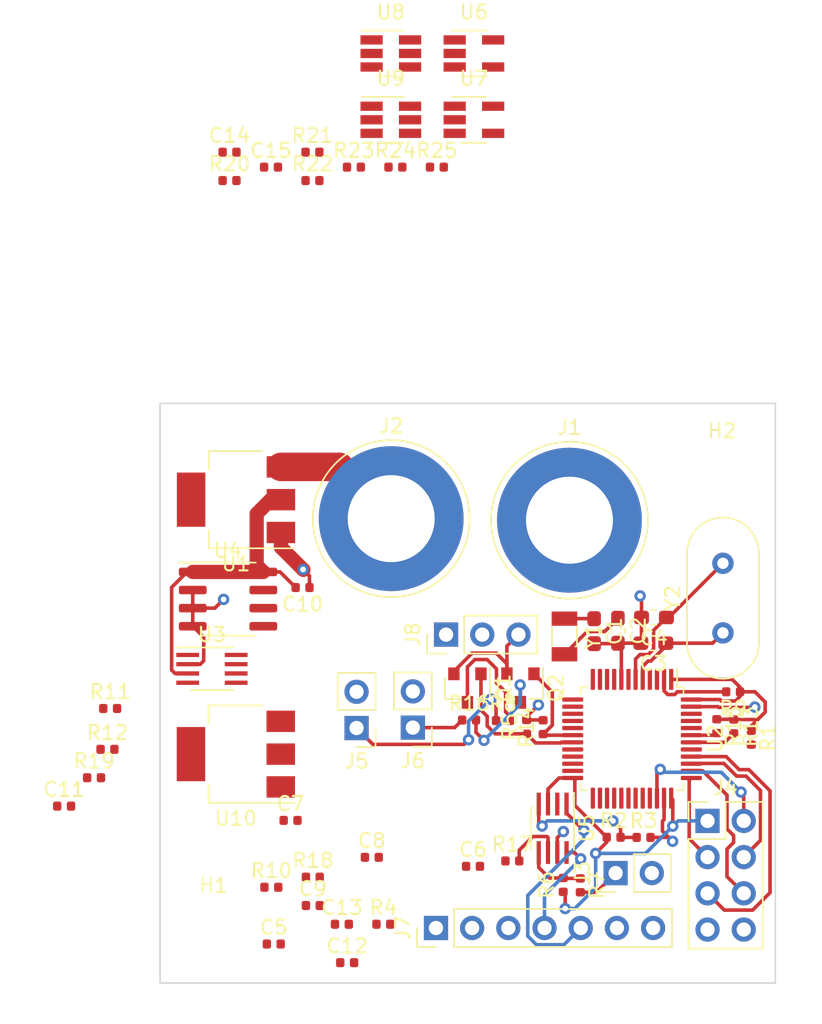
<source format=kicad_pcb>
(kicad_pcb (version 20171130) (host pcbnew "(5.1.6-0-10_14)")

  (general
    (thickness 1.6)
    (drawings 6)
    (tracks 266)
    (zones 0)
    (modules 64)
    (nets 65)
  )

  (page A4)
  (layers
    (0 F.Cu signal)
    (1 GND signal hide)
    (2 In2.Cu signal hide)
    (31 B.Cu signal)
    (32 B.Adhes user)
    (33 F.Adhes user)
    (34 B.Paste user)
    (35 F.Paste user)
    (36 B.SilkS user)
    (37 F.SilkS user)
    (38 B.Mask user)
    (39 F.Mask user)
    (40 Dwgs.User user)
    (41 Cmts.User user)
    (42 Eco1.User user)
    (43 Eco2.User user)
    (44 Edge.Cuts user)
    (45 Margin user)
    (46 B.CrtYd user)
    (47 F.CrtYd user)
    (48 B.Fab user)
    (49 F.Fab user)
  )

  (setup
    (last_trace_width 0.25)
    (user_trace_width 0.5)
    (user_trace_width 1)
    (user_trace_width 2)
    (trace_clearance 0.2)
    (zone_clearance 0.508)
    (zone_45_only no)
    (trace_min 0.2)
    (via_size 0.8)
    (via_drill 0.4)
    (via_min_size 0.4)
    (via_min_drill 0.3)
    (uvia_size 0.3)
    (uvia_drill 0.1)
    (uvias_allowed no)
    (uvia_min_size 0.2)
    (uvia_min_drill 0.1)
    (edge_width 0.05)
    (segment_width 0.2)
    (pcb_text_width 0.3)
    (pcb_text_size 1.5 1.5)
    (mod_edge_width 0.12)
    (mod_text_size 1 1)
    (mod_text_width 0.15)
    (pad_size 1.524 1.524)
    (pad_drill 0.762)
    (pad_to_mask_clearance 0.05)
    (aux_axis_origin 0 0)
    (visible_elements FFFFFF7F)
    (pcbplotparams
      (layerselection 0x010fc_ffffffff)
      (usegerberextensions false)
      (usegerberattributes true)
      (usegerberadvancedattributes true)
      (creategerberjobfile true)
      (excludeedgelayer true)
      (linewidth 0.150000)
      (plotframeref false)
      (viasonmask false)
      (mode 1)
      (useauxorigin false)
      (hpglpennumber 1)
      (hpglpenspeed 20)
      (hpglpendiameter 15.000000)
      (psnegative false)
      (psa4output false)
      (plotreference true)
      (plotvalue true)
      (plotinvisibletext false)
      (padsonsilk false)
      (subtractmaskfromsilk false)
      (outputformat 1)
      (mirror false)
      (drillshape 1)
      (scaleselection 1)
      (outputdirectory ""))
  )

  (net 0 "")
  (net 1 /XTAL1)
  (net 2 GND)
  (net 3 /XTAL2)
  (net 4 /XTAL1_HI)
  (net 5 /XTAL2_HI)
  (net 6 +3V3)
  (net 7 /RST)
  (net 8 /SWDIO)
  (net 9 /SWCLK)
  (net 10 /SWO)
  (net 11 /NJTRST)
  (net 12 /TDI)
  (net 13 /STM32_LED_STRIP_OUT)
  (net 14 "Net-(J5-Pad1)")
  (net 15 "Net-(J6-Pad1)")
  (net 16 "Net-(Q1-Pad3)")
  (net 17 /GRN_LED)
  (net 18 /RED_LED)
  (net 19 "Net-(Q2-Pad3)")
  (net 20 /INT3)
  (net 21 /INT2)
  (net 22 /INT1)
  (net 23 "Net-(R11-Pad2)")
  (net 24 /I2C1_SCL)
  (net 25 /I2C1_SDA)
  (net 26 /LVL_SHIFTER_EN)
  (net 27 /STM32_LED_STRIP_OUT_BACKUP)
  (net 28 "Net-(U2-Pad11)")
  (net 29 "Net-(U2-Pad13)")
  (net 30 "Net-(U2-Pad16)")
  (net 31 "Net-(U2-Pad17)")
  (net 32 "Net-(U2-Pad20)")
  (net 33 "Net-(U2-Pad22)")
  (net 34 "Net-(U2-Pad25)")
  (net 35 "Net-(U2-Pad26)")
  (net 36 "Net-(U2-Pad27)")
  (net 37 "Net-(U2-Pad28)")
  (net 38 "Net-(U2-Pad29)")
  (net 39 "Net-(U2-Pad30)")
  (net 40 "Net-(U2-Pad31)")
  (net 41 "Net-(U2-Pad32)")
  (net 42 "Net-(U2-Pad33)")
  (net 43 "Net-(U2-Pad41)")
  (net 44 "Net-(U2-Pad45)")
  (net 45 "Net-(U2-Pad46)")
  (net 46 /LED_STRIP_OUT)
  (net 47 "Net-(U4-Pad7)")
  (net 48 "Net-(J7-Pad6)")
  (net 49 "Net-(J7-Pad7)")
  (net 50 /INT1_5V)
  (net 51 /INT3_5V)
  (net 52 /INT2_5V)
  (net 53 /VIN)
  (net 54 /SYS_5V)
  (net 55 "Net-(C14-Pad1)")
  (net 56 "Net-(C15-Pad1)")
  (net 57 "Net-(R20-Pad2)")
  (net 58 /VIN_12V)
  (net 59 "Net-(R22-Pad2)")
  (net 60 "Net-(R24-Pad2)")
  (net 61 /VIN_SELECTION)
  (net 62 "Net-(U7-Pad4)")
  (net 63 "Net-(U8-Pad5)")
  (net 64 "Net-(U9-Pad5)")

  (net_class Default "This is the default net class."
    (clearance 0.2)
    (trace_width 0.25)
    (via_dia 0.8)
    (via_drill 0.4)
    (uvia_dia 0.3)
    (uvia_drill 0.1)
    (add_net +3V3)
    (add_net /GRN_LED)
    (add_net /I2C1_SCL)
    (add_net /I2C1_SDA)
    (add_net /INT1)
    (add_net /INT1_5V)
    (add_net /INT2)
    (add_net /INT2_5V)
    (add_net /INT3)
    (add_net /INT3_5V)
    (add_net /LED_STRIP_OUT)
    (add_net /LVL_SHIFTER_EN)
    (add_net /NJTRST)
    (add_net /RED_LED)
    (add_net /RST)
    (add_net /STM32_LED_STRIP_OUT)
    (add_net /STM32_LED_STRIP_OUT_BACKUP)
    (add_net /SWCLK)
    (add_net /SWDIO)
    (add_net /SWO)
    (add_net /SYS_5V)
    (add_net /TDI)
    (add_net /VIN)
    (add_net /VIN_12V)
    (add_net /VIN_SELECTION)
    (add_net /XTAL1)
    (add_net /XTAL1_HI)
    (add_net /XTAL2)
    (add_net /XTAL2_HI)
    (add_net GND)
    (add_net "Net-(C14-Pad1)")
    (add_net "Net-(C15-Pad1)")
    (add_net "Net-(J5-Pad1)")
    (add_net "Net-(J6-Pad1)")
    (add_net "Net-(J7-Pad6)")
    (add_net "Net-(J7-Pad7)")
    (add_net "Net-(Q1-Pad3)")
    (add_net "Net-(Q2-Pad3)")
    (add_net "Net-(R11-Pad2)")
    (add_net "Net-(R20-Pad2)")
    (add_net "Net-(R22-Pad2)")
    (add_net "Net-(R24-Pad2)")
    (add_net "Net-(U2-Pad11)")
    (add_net "Net-(U2-Pad13)")
    (add_net "Net-(U2-Pad16)")
    (add_net "Net-(U2-Pad17)")
    (add_net "Net-(U2-Pad20)")
    (add_net "Net-(U2-Pad22)")
    (add_net "Net-(U2-Pad25)")
    (add_net "Net-(U2-Pad26)")
    (add_net "Net-(U2-Pad27)")
    (add_net "Net-(U2-Pad28)")
    (add_net "Net-(U2-Pad29)")
    (add_net "Net-(U2-Pad30)")
    (add_net "Net-(U2-Pad31)")
    (add_net "Net-(U2-Pad32)")
    (add_net "Net-(U2-Pad33)")
    (add_net "Net-(U2-Pad41)")
    (add_net "Net-(U2-Pad45)")
    (add_net "Net-(U2-Pad46)")
    (add_net "Net-(U4-Pad7)")
    (add_net "Net-(U7-Pad4)")
    (add_net "Net-(U8-Pad5)")
    (add_net "Net-(U9-Pad5)")
  )

  (module Resistor_SMD:R_0402_1005Metric (layer F.Cu) (tedit 5B301BBD) (tstamp 5F56F9D9)
    (at 141.86 65.83 270)
    (descr "Resistor SMD 0402 (1005 Metric), square (rectangular) end terminal, IPC_7351 nominal, (Body size source: http://www.tortai-tech.com/upload/download/2011102023233369053.pdf), generated with kicad-footprint-generator")
    (tags resistor)
    (path /5F5D25A6)
    (attr smd)
    (fp_text reference R13 (at 0 -1.17 90) (layer F.SilkS)
      (effects (font (size 1 1) (thickness 0.15)))
    )
    (fp_text value 10k (at 0 1.17 90) (layer F.Fab)
      (effects (font (size 1 1) (thickness 0.15)))
    )
    (fp_text user %R (at 0 0 90) (layer F.Fab)
      (effects (font (size 0.25 0.25) (thickness 0.04)))
    )
    (fp_line (start -0.5 0.25) (end -0.5 -0.25) (layer F.Fab) (width 0.1))
    (fp_line (start -0.5 -0.25) (end 0.5 -0.25) (layer F.Fab) (width 0.1))
    (fp_line (start 0.5 -0.25) (end 0.5 0.25) (layer F.Fab) (width 0.1))
    (fp_line (start 0.5 0.25) (end -0.5 0.25) (layer F.Fab) (width 0.1))
    (fp_line (start -0.93 0.47) (end -0.93 -0.47) (layer F.CrtYd) (width 0.05))
    (fp_line (start -0.93 -0.47) (end 0.93 -0.47) (layer F.CrtYd) (width 0.05))
    (fp_line (start 0.93 -0.47) (end 0.93 0.47) (layer F.CrtYd) (width 0.05))
    (fp_line (start 0.93 0.47) (end -0.93 0.47) (layer F.CrtYd) (width 0.05))
    (pad 2 smd roundrect (at 0.485 0 270) (size 0.59 0.64) (layers F.Cu F.Paste F.Mask) (roundrect_rratio 0.25)
      (net 24 /I2C1_SCL))
    (pad 1 smd roundrect (at -0.485 0 270) (size 0.59 0.64) (layers F.Cu F.Paste F.Mask) (roundrect_rratio 0.25)
      (net 6 +3V3))
    (model ${KISYS3DMOD}/Resistor_SMD.3dshapes/R_0402_1005Metric.wrl
      (at (xyz 0 0 0))
      (scale (xyz 1 1 1))
      (rotate (xyz 0 0 0))
    )
  )

  (module Resistor_SMD:R_0402_1005Metric (layer F.Cu) (tedit 5B301BBD) (tstamp 5F56F9F7)
    (at 140.67 65.81 270)
    (descr "Resistor SMD 0402 (1005 Metric), square (rectangular) end terminal, IPC_7351 nominal, (Body size source: http://www.tortai-tech.com/upload/download/2011102023233369053.pdf), generated with kicad-footprint-generator")
    (tags resistor)
    (path /5F5D25AC)
    (attr smd)
    (fp_text reference R15 (at 0 -1.17 90) (layer F.SilkS)
      (effects (font (size 1 1) (thickness 0.15)))
    )
    (fp_text value 10k (at 0 1.17 90) (layer F.Fab)
      (effects (font (size 1 1) (thickness 0.15)))
    )
    (fp_line (start 0.93 0.47) (end -0.93 0.47) (layer F.CrtYd) (width 0.05))
    (fp_line (start 0.93 -0.47) (end 0.93 0.47) (layer F.CrtYd) (width 0.05))
    (fp_line (start -0.93 -0.47) (end 0.93 -0.47) (layer F.CrtYd) (width 0.05))
    (fp_line (start -0.93 0.47) (end -0.93 -0.47) (layer F.CrtYd) (width 0.05))
    (fp_line (start 0.5 0.25) (end -0.5 0.25) (layer F.Fab) (width 0.1))
    (fp_line (start 0.5 -0.25) (end 0.5 0.25) (layer F.Fab) (width 0.1))
    (fp_line (start -0.5 -0.25) (end 0.5 -0.25) (layer F.Fab) (width 0.1))
    (fp_line (start -0.5 0.25) (end -0.5 -0.25) (layer F.Fab) (width 0.1))
    (fp_text user %R (at 0 0 90) (layer F.Fab)
      (effects (font (size 0.25 0.25) (thickness 0.04)))
    )
    (pad 1 smd roundrect (at -0.485 0 270) (size 0.59 0.64) (layers F.Cu F.Paste F.Mask) (roundrect_rratio 0.25)
      (net 6 +3V3))
    (pad 2 smd roundrect (at 0.485 0 270) (size 0.59 0.64) (layers F.Cu F.Paste F.Mask) (roundrect_rratio 0.25)
      (net 25 /I2C1_SDA))
    (model ${KISYS3DMOD}/Resistor_SMD.3dshapes/R_0402_1005Metric.wrl
      (at (xyz 0 0 0))
      (scale (xyz 1 1 1))
      (rotate (xyz 0 0 0))
    )
  )

  (module Capacitor_SMD:C_0603_1608Metric_Pad1.05x0.95mm_HandSolder (layer F.Cu) (tedit 5B301BBE) (tstamp 5F56F7AC)
    (at 132.06 59.15 270)
    (descr "Capacitor SMD 0603 (1608 Metric), square (rectangular) end terminal, IPC_7351 nominal with elongated pad for handsoldering. (Body size source: http://www.tortai-tech.com/upload/download/2011102023233369053.pdf), generated with kicad-footprint-generator")
    (tags "capacitor handsolder")
    (path /5F5D260C)
    (attr smd)
    (fp_text reference C1 (at 0 -1.43 90) (layer F.SilkS)
      (effects (font (size 1 1) (thickness 0.15)))
    )
    (fp_text value CP1_Small (at 0 1.43 90) (layer F.Fab)
      (effects (font (size 1 1) (thickness 0.15)))
    )
    (fp_line (start 1.65 0.73) (end -1.65 0.73) (layer F.CrtYd) (width 0.05))
    (fp_line (start 1.65 -0.73) (end 1.65 0.73) (layer F.CrtYd) (width 0.05))
    (fp_line (start -1.65 -0.73) (end 1.65 -0.73) (layer F.CrtYd) (width 0.05))
    (fp_line (start -1.65 0.73) (end -1.65 -0.73) (layer F.CrtYd) (width 0.05))
    (fp_line (start -0.171267 0.51) (end 0.171267 0.51) (layer F.SilkS) (width 0.12))
    (fp_line (start -0.171267 -0.51) (end 0.171267 -0.51) (layer F.SilkS) (width 0.12))
    (fp_line (start 0.8 0.4) (end -0.8 0.4) (layer F.Fab) (width 0.1))
    (fp_line (start 0.8 -0.4) (end 0.8 0.4) (layer F.Fab) (width 0.1))
    (fp_line (start -0.8 -0.4) (end 0.8 -0.4) (layer F.Fab) (width 0.1))
    (fp_line (start -0.8 0.4) (end -0.8 -0.4) (layer F.Fab) (width 0.1))
    (fp_text user %R (at 0 0 90) (layer F.Fab)
      (effects (font (size 0.4 0.4) (thickness 0.06)))
    )
    (pad 1 smd roundrect (at -0.875 0 270) (size 1.05 0.95) (layers F.Cu F.Paste F.Mask) (roundrect_rratio 0.25)
      (net 1 /XTAL1))
    (pad 2 smd roundrect (at 0.875 0 270) (size 1.05 0.95) (layers F.Cu F.Paste F.Mask) (roundrect_rratio 0.25)
      (net 2 GND))
    (model ${KISYS3DMOD}/Capacitor_SMD.3dshapes/C_0603_1608Metric.wrl
      (at (xyz 0 0 0))
      (scale (xyz 1 1 1))
      (rotate (xyz 0 0 0))
    )
  )

  (module Capacitor_SMD:C_0603_1608Metric_Pad1.05x0.95mm_HandSolder (layer F.Cu) (tedit 5B301BBE) (tstamp 5F56F7BD)
    (at 133.73 59.12 270)
    (descr "Capacitor SMD 0603 (1608 Metric), square (rectangular) end terminal, IPC_7351 nominal with elongated pad for handsoldering. (Body size source: http://www.tortai-tech.com/upload/download/2011102023233369053.pdf), generated with kicad-footprint-generator")
    (tags "capacitor handsolder")
    (path /5F5D2415)
    (attr smd)
    (fp_text reference C2 (at 0 -1.43 90) (layer F.SilkS)
      (effects (font (size 1 1) (thickness 0.15)))
    )
    (fp_text value CP1_Small (at 0 1.43 90) (layer F.Fab)
      (effects (font (size 1 1) (thickness 0.15)))
    )
    (fp_line (start 1.65 0.73) (end -1.65 0.73) (layer F.CrtYd) (width 0.05))
    (fp_line (start 1.65 -0.73) (end 1.65 0.73) (layer F.CrtYd) (width 0.05))
    (fp_line (start -1.65 -0.73) (end 1.65 -0.73) (layer F.CrtYd) (width 0.05))
    (fp_line (start -1.65 0.73) (end -1.65 -0.73) (layer F.CrtYd) (width 0.05))
    (fp_line (start -0.171267 0.51) (end 0.171267 0.51) (layer F.SilkS) (width 0.12))
    (fp_line (start -0.171267 -0.51) (end 0.171267 -0.51) (layer F.SilkS) (width 0.12))
    (fp_line (start 0.8 0.4) (end -0.8 0.4) (layer F.Fab) (width 0.1))
    (fp_line (start 0.8 -0.4) (end 0.8 0.4) (layer F.Fab) (width 0.1))
    (fp_line (start -0.8 -0.4) (end 0.8 -0.4) (layer F.Fab) (width 0.1))
    (fp_line (start -0.8 0.4) (end -0.8 -0.4) (layer F.Fab) (width 0.1))
    (fp_text user %R (at 0 0 90) (layer F.Fab)
      (effects (font (size 0.4 0.4) (thickness 0.06)))
    )
    (pad 1 smd roundrect (at -0.875 0 270) (size 1.05 0.95) (layers F.Cu F.Paste F.Mask) (roundrect_rratio 0.25)
      (net 3 /XTAL2))
    (pad 2 smd roundrect (at 0.875 0 270) (size 1.05 0.95) (layers F.Cu F.Paste F.Mask) (roundrect_rratio 0.25)
      (net 2 GND))
    (model ${KISYS3DMOD}/Capacitor_SMD.3dshapes/C_0603_1608Metric.wrl
      (at (xyz 0 0 0))
      (scale (xyz 1 1 1))
      (rotate (xyz 0 0 0))
    )
  )

  (module Capacitor_SMD:C_0603_1608Metric_Pad1.05x0.95mm_HandSolder (layer F.Cu) (tedit 5B301BBE) (tstamp 5F56F7CE)
    (at 136.215 59.99 180)
    (descr "Capacitor SMD 0603 (1608 Metric), square (rectangular) end terminal, IPC_7351 nominal with elongated pad for handsoldering. (Body size source: http://www.tortai-tech.com/upload/download/2011102023233369053.pdf), generated with kicad-footprint-generator")
    (tags "capacitor handsolder")
    (path /5F5D275B)
    (attr smd)
    (fp_text reference C3 (at 0 -1.43) (layer F.SilkS)
      (effects (font (size 1 1) (thickness 0.15)))
    )
    (fp_text value CP1_Small (at 0 1.43) (layer F.Fab)
      (effects (font (size 1 1) (thickness 0.15)))
    )
    (fp_text user %R (at 0 0) (layer F.Fab)
      (effects (font (size 0.4 0.4) (thickness 0.06)))
    )
    (fp_line (start -0.8 0.4) (end -0.8 -0.4) (layer F.Fab) (width 0.1))
    (fp_line (start -0.8 -0.4) (end 0.8 -0.4) (layer F.Fab) (width 0.1))
    (fp_line (start 0.8 -0.4) (end 0.8 0.4) (layer F.Fab) (width 0.1))
    (fp_line (start 0.8 0.4) (end -0.8 0.4) (layer F.Fab) (width 0.1))
    (fp_line (start -0.171267 -0.51) (end 0.171267 -0.51) (layer F.SilkS) (width 0.12))
    (fp_line (start -0.171267 0.51) (end 0.171267 0.51) (layer F.SilkS) (width 0.12))
    (fp_line (start -1.65 0.73) (end -1.65 -0.73) (layer F.CrtYd) (width 0.05))
    (fp_line (start -1.65 -0.73) (end 1.65 -0.73) (layer F.CrtYd) (width 0.05))
    (fp_line (start 1.65 -0.73) (end 1.65 0.73) (layer F.CrtYd) (width 0.05))
    (fp_line (start 1.65 0.73) (end -1.65 0.73) (layer F.CrtYd) (width 0.05))
    (pad 2 smd roundrect (at 0.875 0 180) (size 1.05 0.95) (layers F.Cu F.Paste F.Mask) (roundrect_rratio 0.25)
      (net 2 GND))
    (pad 1 smd roundrect (at -0.875 0 180) (size 1.05 0.95) (layers F.Cu F.Paste F.Mask) (roundrect_rratio 0.25)
      (net 4 /XTAL1_HI))
    (model ${KISYS3DMOD}/Capacitor_SMD.3dshapes/C_0603_1608Metric.wrl
      (at (xyz 0 0 0))
      (scale (xyz 1 1 1))
      (rotate (xyz 0 0 0))
    )
  )

  (module Capacitor_SMD:C_0603_1608Metric_Pad1.05x0.95mm_HandSolder (layer F.Cu) (tedit 5B301BBE) (tstamp 5F56F7DF)
    (at 136.26 58.19 180)
    (descr "Capacitor SMD 0603 (1608 Metric), square (rectangular) end terminal, IPC_7351 nominal with elongated pad for handsoldering. (Body size source: http://www.tortai-tech.com/upload/download/2011102023233369053.pdf), generated with kicad-footprint-generator")
    (tags "capacitor handsolder")
    (path /5F5D273A)
    (attr smd)
    (fp_text reference C4 (at 0 -1.43) (layer F.SilkS)
      (effects (font (size 1 1) (thickness 0.15)))
    )
    (fp_text value CP1_Small (at 0 1.43) (layer F.Fab)
      (effects (font (size 1 1) (thickness 0.15)))
    )
    (fp_line (start 1.65 0.73) (end -1.65 0.73) (layer F.CrtYd) (width 0.05))
    (fp_line (start 1.65 -0.73) (end 1.65 0.73) (layer F.CrtYd) (width 0.05))
    (fp_line (start -1.65 -0.73) (end 1.65 -0.73) (layer F.CrtYd) (width 0.05))
    (fp_line (start -1.65 0.73) (end -1.65 -0.73) (layer F.CrtYd) (width 0.05))
    (fp_line (start -0.171267 0.51) (end 0.171267 0.51) (layer F.SilkS) (width 0.12))
    (fp_line (start -0.171267 -0.51) (end 0.171267 -0.51) (layer F.SilkS) (width 0.12))
    (fp_line (start 0.8 0.4) (end -0.8 0.4) (layer F.Fab) (width 0.1))
    (fp_line (start 0.8 -0.4) (end 0.8 0.4) (layer F.Fab) (width 0.1))
    (fp_line (start -0.8 -0.4) (end 0.8 -0.4) (layer F.Fab) (width 0.1))
    (fp_line (start -0.8 0.4) (end -0.8 -0.4) (layer F.Fab) (width 0.1))
    (fp_text user %R (at 0 0) (layer F.Fab)
      (effects (font (size 0.4 0.4) (thickness 0.06)))
    )
    (pad 1 smd roundrect (at -0.875 0 180) (size 1.05 0.95) (layers F.Cu F.Paste F.Mask) (roundrect_rratio 0.25)
      (net 5 /XTAL2_HI))
    (pad 2 smd roundrect (at 0.875 0 180) (size 1.05 0.95) (layers F.Cu F.Paste F.Mask) (roundrect_rratio 0.25)
      (net 2 GND))
    (model ${KISYS3DMOD}/Capacitor_SMD.3dshapes/C_0603_1608Metric.wrl
      (at (xyz 0 0 0))
      (scale (xyz 1 1 1))
      (rotate (xyz 0 0 0))
    )
  )

  (module Capacitor_SMD:C_0402_1005Metric (layer F.Cu) (tedit 5B301BBE) (tstamp 5F56F7EE)
    (at 109.580001 81.085001)
    (descr "Capacitor SMD 0402 (1005 Metric), square (rectangular) end terminal, IPC_7351 nominal, (Body size source: http://www.tortai-tech.com/upload/download/2011102023233369053.pdf), generated with kicad-footprint-generator")
    (tags capacitor)
    (path /5F5D277A)
    (attr smd)
    (fp_text reference C5 (at 0 -1.17) (layer F.SilkS)
      (effects (font (size 1 1) (thickness 0.15)))
    )
    (fp_text value 10u (at 0 1.17) (layer F.Fab)
      (effects (font (size 1 1) (thickness 0.15)))
    )
    (fp_text user %R (at 0 0) (layer F.Fab)
      (effects (font (size 0.25 0.25) (thickness 0.04)))
    )
    (fp_line (start -0.5 0.25) (end -0.5 -0.25) (layer F.Fab) (width 0.1))
    (fp_line (start -0.5 -0.25) (end 0.5 -0.25) (layer F.Fab) (width 0.1))
    (fp_line (start 0.5 -0.25) (end 0.5 0.25) (layer F.Fab) (width 0.1))
    (fp_line (start 0.5 0.25) (end -0.5 0.25) (layer F.Fab) (width 0.1))
    (fp_line (start -0.93 0.47) (end -0.93 -0.47) (layer F.CrtYd) (width 0.05))
    (fp_line (start -0.93 -0.47) (end 0.93 -0.47) (layer F.CrtYd) (width 0.05))
    (fp_line (start 0.93 -0.47) (end 0.93 0.47) (layer F.CrtYd) (width 0.05))
    (fp_line (start 0.93 0.47) (end -0.93 0.47) (layer F.CrtYd) (width 0.05))
    (pad 2 smd roundrect (at 0.485 0) (size 0.59 0.64) (layers F.Cu F.Paste F.Mask) (roundrect_rratio 0.25)
      (net 53 /VIN))
    (pad 1 smd roundrect (at -0.485 0) (size 0.59 0.64) (layers F.Cu F.Paste F.Mask) (roundrect_rratio 0.25)
      (net 2 GND))
    (model ${KISYS3DMOD}/Capacitor_SMD.3dshapes/C_0402_1005Metric.wrl
      (at (xyz 0 0 0))
      (scale (xyz 1 1 1))
      (rotate (xyz 0 0 0))
    )
  )

  (module Capacitor_SMD:C_0402_1005Metric (layer F.Cu) (tedit 5B301BBE) (tstamp 5F56F7FD)
    (at 123.560001 75.635001)
    (descr "Capacitor SMD 0402 (1005 Metric), square (rectangular) end terminal, IPC_7351 nominal, (Body size source: http://www.tortai-tech.com/upload/download/2011102023233369053.pdf), generated with kicad-footprint-generator")
    (tags capacitor)
    (path /5F5D2774)
    (attr smd)
    (fp_text reference C6 (at 0 -1.17) (layer F.SilkS)
      (effects (font (size 1 1) (thickness 0.15)))
    )
    (fp_text value 10u (at 0 1.17) (layer F.Fab)
      (effects (font (size 1 1) (thickness 0.15)))
    )
    (fp_line (start 0.93 0.47) (end -0.93 0.47) (layer F.CrtYd) (width 0.05))
    (fp_line (start 0.93 -0.47) (end 0.93 0.47) (layer F.CrtYd) (width 0.05))
    (fp_line (start -0.93 -0.47) (end 0.93 -0.47) (layer F.CrtYd) (width 0.05))
    (fp_line (start -0.93 0.47) (end -0.93 -0.47) (layer F.CrtYd) (width 0.05))
    (fp_line (start 0.5 0.25) (end -0.5 0.25) (layer F.Fab) (width 0.1))
    (fp_line (start 0.5 -0.25) (end 0.5 0.25) (layer F.Fab) (width 0.1))
    (fp_line (start -0.5 -0.25) (end 0.5 -0.25) (layer F.Fab) (width 0.1))
    (fp_line (start -0.5 0.25) (end -0.5 -0.25) (layer F.Fab) (width 0.1))
    (fp_text user %R (at 0 0) (layer F.Fab)
      (effects (font (size 0.25 0.25) (thickness 0.04)))
    )
    (pad 1 smd roundrect (at -0.485 0) (size 0.59 0.64) (layers F.Cu F.Paste F.Mask) (roundrect_rratio 0.25)
      (net 2 GND))
    (pad 2 smd roundrect (at 0.485 0) (size 0.59 0.64) (layers F.Cu F.Paste F.Mask) (roundrect_rratio 0.25)
      (net 6 +3V3))
    (model ${KISYS3DMOD}/Capacitor_SMD.3dshapes/C_0402_1005Metric.wrl
      (at (xyz 0 0 0))
      (scale (xyz 1 1 1))
      (rotate (xyz 0 0 0))
    )
  )

  (module Capacitor_SMD:C_0402_1005Metric (layer F.Cu) (tedit 5B301BBE) (tstamp 5F56F80C)
    (at 110.760001 72.415001)
    (descr "Capacitor SMD 0402 (1005 Metric), square (rectangular) end terminal, IPC_7351 nominal, (Body size source: http://www.tortai-tech.com/upload/download/2011102023233369053.pdf), generated with kicad-footprint-generator")
    (tags capacitor)
    (path /5F5D243B)
    (attr smd)
    (fp_text reference C7 (at 0 -1.17) (layer F.SilkS)
      (effects (font (size 1 1) (thickness 0.15)))
    )
    (fp_text value 1u (at 0 1.17) (layer F.Fab)
      (effects (font (size 1 1) (thickness 0.15)))
    )
    (fp_text user %R (at 0 0) (layer F.Fab)
      (effects (font (size 0.25 0.25) (thickness 0.04)))
    )
    (fp_line (start -0.5 0.25) (end -0.5 -0.25) (layer F.Fab) (width 0.1))
    (fp_line (start -0.5 -0.25) (end 0.5 -0.25) (layer F.Fab) (width 0.1))
    (fp_line (start 0.5 -0.25) (end 0.5 0.25) (layer F.Fab) (width 0.1))
    (fp_line (start 0.5 0.25) (end -0.5 0.25) (layer F.Fab) (width 0.1))
    (fp_line (start -0.93 0.47) (end -0.93 -0.47) (layer F.CrtYd) (width 0.05))
    (fp_line (start -0.93 -0.47) (end 0.93 -0.47) (layer F.CrtYd) (width 0.05))
    (fp_line (start 0.93 -0.47) (end 0.93 0.47) (layer F.CrtYd) (width 0.05))
    (fp_line (start 0.93 0.47) (end -0.93 0.47) (layer F.CrtYd) (width 0.05))
    (pad 2 smd roundrect (at 0.485 0) (size 0.59 0.64) (layers F.Cu F.Paste F.Mask) (roundrect_rratio 0.25)
      (net 2 GND))
    (pad 1 smd roundrect (at -0.485 0) (size 0.59 0.64) (layers F.Cu F.Paste F.Mask) (roundrect_rratio 0.25)
      (net 6 +3V3))
    (model ${KISYS3DMOD}/Capacitor_SMD.3dshapes/C_0402_1005Metric.wrl
      (at (xyz 0 0 0))
      (scale (xyz 1 1 1))
      (rotate (xyz 0 0 0))
    )
  )

  (module Capacitor_SMD:C_0402_1005Metric (layer F.Cu) (tedit 5B301BBE) (tstamp 5F56F81B)
    (at 116.460001 75.005001)
    (descr "Capacitor SMD 0402 (1005 Metric), square (rectangular) end terminal, IPC_7351 nominal, (Body size source: http://www.tortai-tech.com/upload/download/2011102023233369053.pdf), generated with kicad-footprint-generator")
    (tags capacitor)
    (path /600F9E37)
    (attr smd)
    (fp_text reference C8 (at 0 -1.17) (layer F.SilkS)
      (effects (font (size 1 1) (thickness 0.15)))
    )
    (fp_text value 1u (at 0 1.17) (layer F.Fab)
      (effects (font (size 1 1) (thickness 0.15)))
    )
    (fp_text user %R (at 0 0) (layer F.Fab)
      (effects (font (size 0.25 0.25) (thickness 0.04)))
    )
    (fp_line (start -0.5 0.25) (end -0.5 -0.25) (layer F.Fab) (width 0.1))
    (fp_line (start -0.5 -0.25) (end 0.5 -0.25) (layer F.Fab) (width 0.1))
    (fp_line (start 0.5 -0.25) (end 0.5 0.25) (layer F.Fab) (width 0.1))
    (fp_line (start 0.5 0.25) (end -0.5 0.25) (layer F.Fab) (width 0.1))
    (fp_line (start -0.93 0.47) (end -0.93 -0.47) (layer F.CrtYd) (width 0.05))
    (fp_line (start -0.93 -0.47) (end 0.93 -0.47) (layer F.CrtYd) (width 0.05))
    (fp_line (start 0.93 -0.47) (end 0.93 0.47) (layer F.CrtYd) (width 0.05))
    (fp_line (start 0.93 0.47) (end -0.93 0.47) (layer F.CrtYd) (width 0.05))
    (pad 2 smd roundrect (at 0.485 0) (size 0.59 0.64) (layers F.Cu F.Paste F.Mask) (roundrect_rratio 0.25)
      (net 2 GND))
    (pad 1 smd roundrect (at -0.485 0) (size 0.59 0.64) (layers F.Cu F.Paste F.Mask) (roundrect_rratio 0.25)
      (net 6 +3V3))
    (model ${KISYS3DMOD}/Capacitor_SMD.3dshapes/C_0402_1005Metric.wrl
      (at (xyz 0 0 0))
      (scale (xyz 1 1 1))
      (rotate (xyz 0 0 0))
    )
  )

  (module Capacitor_SMD:C_0402_1005Metric (layer F.Cu) (tedit 5B301BBE) (tstamp 5F56F82A)
    (at 112.320001 78.385001)
    (descr "Capacitor SMD 0402 (1005 Metric), square (rectangular) end terminal, IPC_7351 nominal, (Body size source: http://www.tortai-tech.com/upload/download/2011102023233369053.pdf), generated with kicad-footprint-generator")
    (tags capacitor)
    (path /600ED63A)
    (attr smd)
    (fp_text reference C9 (at 0 -1.17) (layer F.SilkS)
      (effects (font (size 1 1) (thickness 0.15)))
    )
    (fp_text value 1u (at 0 1.17) (layer F.Fab)
      (effects (font (size 1 1) (thickness 0.15)))
    )
    (fp_line (start 0.93 0.47) (end -0.93 0.47) (layer F.CrtYd) (width 0.05))
    (fp_line (start 0.93 -0.47) (end 0.93 0.47) (layer F.CrtYd) (width 0.05))
    (fp_line (start -0.93 -0.47) (end 0.93 -0.47) (layer F.CrtYd) (width 0.05))
    (fp_line (start -0.93 0.47) (end -0.93 -0.47) (layer F.CrtYd) (width 0.05))
    (fp_line (start 0.5 0.25) (end -0.5 0.25) (layer F.Fab) (width 0.1))
    (fp_line (start 0.5 -0.25) (end 0.5 0.25) (layer F.Fab) (width 0.1))
    (fp_line (start -0.5 -0.25) (end 0.5 -0.25) (layer F.Fab) (width 0.1))
    (fp_line (start -0.5 0.25) (end -0.5 -0.25) (layer F.Fab) (width 0.1))
    (fp_text user %R (at 0 0) (layer F.Fab)
      (effects (font (size 0.25 0.25) (thickness 0.04)))
    )
    (pad 1 smd roundrect (at -0.485 0) (size 0.59 0.64) (layers F.Cu F.Paste F.Mask) (roundrect_rratio 0.25)
      (net 6 +3V3))
    (pad 2 smd roundrect (at 0.485 0) (size 0.59 0.64) (layers F.Cu F.Paste F.Mask) (roundrect_rratio 0.25)
      (net 2 GND))
    (model ${KISYS3DMOD}/Capacitor_SMD.3dshapes/C_0402_1005Metric.wrl
      (at (xyz 0 0 0))
      (scale (xyz 1 1 1))
      (rotate (xyz 0 0 0))
    )
  )

  (module Capacitor_SMD:C_0402_1005Metric (layer F.Cu) (tedit 5B301BBE) (tstamp 5F56F84A)
    (at 94.870001 71.415001)
    (descr "Capacitor SMD 0402 (1005 Metric), square (rectangular) end terminal, IPC_7351 nominal, (Body size source: http://www.tortai-tech.com/upload/download/2011102023233369053.pdf), generated with kicad-footprint-generator")
    (tags capacitor)
    (path /5FFE3AF4)
    (attr smd)
    (fp_text reference C11 (at 0 -1.17) (layer F.SilkS)
      (effects (font (size 1 1) (thickness 0.15)))
    )
    (fp_text value 1u (at 0 1.17) (layer F.Fab)
      (effects (font (size 1 1) (thickness 0.15)))
    )
    (fp_line (start 0.93 0.47) (end -0.93 0.47) (layer F.CrtYd) (width 0.05))
    (fp_line (start 0.93 -0.47) (end 0.93 0.47) (layer F.CrtYd) (width 0.05))
    (fp_line (start -0.93 -0.47) (end 0.93 -0.47) (layer F.CrtYd) (width 0.05))
    (fp_line (start -0.93 0.47) (end -0.93 -0.47) (layer F.CrtYd) (width 0.05))
    (fp_line (start 0.5 0.25) (end -0.5 0.25) (layer F.Fab) (width 0.1))
    (fp_line (start 0.5 -0.25) (end 0.5 0.25) (layer F.Fab) (width 0.1))
    (fp_line (start -0.5 -0.25) (end 0.5 -0.25) (layer F.Fab) (width 0.1))
    (fp_line (start -0.5 0.25) (end -0.5 -0.25) (layer F.Fab) (width 0.1))
    (fp_text user %R (at 0 0) (layer F.Fab)
      (effects (font (size 0.25 0.25) (thickness 0.04)))
    )
    (pad 1 smd roundrect (at -0.485 0) (size 0.59 0.64) (layers F.Cu F.Paste F.Mask) (roundrect_rratio 0.25)
      (net 2 GND))
    (pad 2 smd roundrect (at 0.485 0) (size 0.59 0.64) (layers F.Cu F.Paste F.Mask) (roundrect_rratio 0.25)
      (net 54 /SYS_5V))
    (model ${KISYS3DMOD}/Capacitor_SMD.3dshapes/C_0402_1005Metric.wrl
      (at (xyz 0 0 0))
      (scale (xyz 1 1 1))
      (rotate (xyz 0 0 0))
    )
  )

  (module Capacitor_SMD:C_0402_1005Metric (layer F.Cu) (tedit 5B301BBE) (tstamp 5F56F859)
    (at 114.73 82.39)
    (descr "Capacitor SMD 0402 (1005 Metric), square (rectangular) end terminal, IPC_7351 nominal, (Body size source: http://www.tortai-tech.com/upload/download/2011102023233369053.pdf), generated with kicad-footprint-generator")
    (tags capacitor)
    (path /600BA4CD)
    (attr smd)
    (fp_text reference C12 (at 0 -1.17) (layer F.SilkS)
      (effects (font (size 1 1) (thickness 0.15)))
    )
    (fp_text value 1u (at 0 1.17) (layer F.Fab)
      (effects (font (size 1 1) (thickness 0.15)))
    )
    (fp_line (start 0.93 0.47) (end -0.93 0.47) (layer F.CrtYd) (width 0.05))
    (fp_line (start 0.93 -0.47) (end 0.93 0.47) (layer F.CrtYd) (width 0.05))
    (fp_line (start -0.93 -0.47) (end 0.93 -0.47) (layer F.CrtYd) (width 0.05))
    (fp_line (start -0.93 0.47) (end -0.93 -0.47) (layer F.CrtYd) (width 0.05))
    (fp_line (start 0.5 0.25) (end -0.5 0.25) (layer F.Fab) (width 0.1))
    (fp_line (start 0.5 -0.25) (end 0.5 0.25) (layer F.Fab) (width 0.1))
    (fp_line (start -0.5 -0.25) (end 0.5 -0.25) (layer F.Fab) (width 0.1))
    (fp_line (start -0.5 0.25) (end -0.5 -0.25) (layer F.Fab) (width 0.1))
    (fp_text user %R (at 0 0) (layer F.Fab)
      (effects (font (size 0.25 0.25) (thickness 0.04)))
    )
    (pad 1 smd roundrect (at -0.485 0) (size 0.59 0.64) (layers F.Cu F.Paste F.Mask) (roundrect_rratio 0.25)
      (net 2 GND))
    (pad 2 smd roundrect (at 0.485 0) (size 0.59 0.64) (layers F.Cu F.Paste F.Mask) (roundrect_rratio 0.25)
      (net 54 /SYS_5V))
    (model ${KISYS3DMOD}/Capacitor_SMD.3dshapes/C_0402_1005Metric.wrl
      (at (xyz 0 0 0))
      (scale (xyz 1 1 1))
      (rotate (xyz 0 0 0))
    )
  )

  (module Capacitor_SMD:C_0402_1005Metric (layer F.Cu) (tedit 5B301BBE) (tstamp 5F56F868)
    (at 114.360001 79.695001)
    (descr "Capacitor SMD 0402 (1005 Metric), square (rectangular) end terminal, IPC_7351 nominal, (Body size source: http://www.tortai-tech.com/upload/download/2011102023233369053.pdf), generated with kicad-footprint-generator")
    (tags capacitor)
    (path /600C7044)
    (attr smd)
    (fp_text reference C13 (at 0 -1.17) (layer F.SilkS)
      (effects (font (size 1 1) (thickness 0.15)))
    )
    (fp_text value 1u (at 0 1.17) (layer F.Fab)
      (effects (font (size 1 1) (thickness 0.15)))
    )
    (fp_text user %R (at 0 0) (layer F.Fab)
      (effects (font (size 0.25 0.25) (thickness 0.04)))
    )
    (fp_line (start -0.5 0.25) (end -0.5 -0.25) (layer F.Fab) (width 0.1))
    (fp_line (start -0.5 -0.25) (end 0.5 -0.25) (layer F.Fab) (width 0.1))
    (fp_line (start 0.5 -0.25) (end 0.5 0.25) (layer F.Fab) (width 0.1))
    (fp_line (start 0.5 0.25) (end -0.5 0.25) (layer F.Fab) (width 0.1))
    (fp_line (start -0.93 0.47) (end -0.93 -0.47) (layer F.CrtYd) (width 0.05))
    (fp_line (start -0.93 -0.47) (end 0.93 -0.47) (layer F.CrtYd) (width 0.05))
    (fp_line (start 0.93 -0.47) (end 0.93 0.47) (layer F.CrtYd) (width 0.05))
    (fp_line (start 0.93 0.47) (end -0.93 0.47) (layer F.CrtYd) (width 0.05))
    (pad 2 smd roundrect (at 0.485 0) (size 0.59 0.64) (layers F.Cu F.Paste F.Mask) (roundrect_rratio 0.25)
      (net 54 /SYS_5V))
    (pad 1 smd roundrect (at -0.485 0) (size 0.59 0.64) (layers F.Cu F.Paste F.Mask) (roundrect_rratio 0.25)
      (net 2 GND))
    (model ${KISYS3DMOD}/Capacitor_SMD.3dshapes/C_0402_1005Metric.wrl
      (at (xyz 0 0 0))
      (scale (xyz 1 1 1))
      (rotate (xyz 0 0 0))
    )
  )

  (module MountingHole:MountingHole_2mm (layer F.Cu) (tedit 5B924920) (tstamp 5F56F870)
    (at 105.34 80.17)
    (descr "Mounting Hole 2mm, no annular")
    (tags "mounting hole 2mm no annular")
    (path /5F5D23DC)
    (attr virtual)
    (fp_text reference H1 (at 0 -3.2) (layer F.SilkS)
      (effects (font (size 1 1) (thickness 0.15)))
    )
    (fp_text value MountingHole_Pad (at 0 3.1) (layer F.Fab)
      (effects (font (size 1 1) (thickness 0.15)))
    )
    (fp_circle (center 0 0) (end 2.25 0) (layer F.CrtYd) (width 0.05))
    (fp_circle (center 0 0) (end 2 0) (layer Cmts.User) (width 0.15))
    (fp_text user %R (at 0.3 0) (layer F.Fab)
      (effects (font (size 1 1) (thickness 0.15)))
    )
    (pad "" np_thru_hole circle (at 0 0) (size 2 2) (drill 2) (layers *.Cu *.Mask))
  )

  (module MountingHole:MountingHole_2mm (layer F.Cu) (tedit 5B924920) (tstamp 5F56F878)
    (at 141.03 48.31)
    (descr "Mounting Hole 2mm, no annular")
    (tags "mounting hole 2mm no annular")
    (path /5F5D23D6)
    (attr virtual)
    (fp_text reference H2 (at 0 -3.2) (layer F.SilkS)
      (effects (font (size 1 1) (thickness 0.15)))
    )
    (fp_text value MountingHole_Pad (at 0 3.1) (layer F.Fab)
      (effects (font (size 1 1) (thickness 0.15)))
    )
    (fp_text user %R (at 0.3 0) (layer F.Fab)
      (effects (font (size 1 1) (thickness 0.15)))
    )
    (fp_circle (center 0 0) (end 2 0) (layer Cmts.User) (width 0.15))
    (fp_circle (center 0 0) (end 2.25 0) (layer F.CrtYd) (width 0.05))
    (pad "" np_thru_hole circle (at 0 0) (size 2 2) (drill 2) (layers *.Cu *.Mask))
  )

  (module Connector:Banana_Jack_1Pin (layer F.Cu) (tedit 5A1AB217) (tstamp 5F56F882)
    (at 130.33 51.37)
    (descr "Single banana socket, footprint - 6mm drill")
    (tags "banana socket")
    (path /6016870A)
    (fp_text reference J1 (at 0 -6.5) (layer F.SilkS)
      (effects (font (size 1 1) (thickness 0.15)))
    )
    (fp_text value Conn_01x01_Male (at -0.25 6.5) (layer F.Fab)
      (effects (font (size 1 1) (thickness 0.15)))
    )
    (fp_text user %R (at 0 0) (layer F.Fab)
      (effects (font (size 0.8 0.8) (thickness 0.12)))
    )
    (fp_circle (center 0 0) (end 5.75 0) (layer F.CrtYd) (width 0.05))
    (fp_circle (center 0 0) (end 2 0) (layer F.Fab) (width 0.1))
    (fp_circle (center 0 0) (end 4.85 0.05) (layer F.Fab) (width 0.1))
    (fp_circle (center 0 0) (end 5.5 0) (layer F.SilkS) (width 0.12))
    (pad 1 thru_hole circle (at 0 0) (size 10.16 10.16) (drill 6.1) (layers *.Cu *.Mask)
      (net 2 GND))
    (model ${KISYS3DMOD}/Connector.3dshapes/Banana_Jack_1Pin.wrl
      (at (xyz 0 0 0))
      (scale (xyz 2 2 2))
      (rotate (xyz 0 0 0))
    )
  )

  (module Connector:Banana_Jack_1Pin (layer F.Cu) (tedit 5A1AB217) (tstamp 5F56F88C)
    (at 117.82 51.26)
    (descr "Single banana socket, footprint - 6mm drill")
    (tags "banana socket")
    (path /6015A5AC)
    (fp_text reference J2 (at 0 -6.5) (layer F.SilkS)
      (effects (font (size 1 1) (thickness 0.15)))
    )
    (fp_text value Conn_01x01_Male (at -0.25 6.5) (layer F.Fab)
      (effects (font (size 1 1) (thickness 0.15)))
    )
    (fp_circle (center 0 0) (end 5.5 0) (layer F.SilkS) (width 0.12))
    (fp_circle (center 0 0) (end 4.85 0.05) (layer F.Fab) (width 0.1))
    (fp_circle (center 0 0) (end 2 0) (layer F.Fab) (width 0.1))
    (fp_circle (center 0 0) (end 5.75 0) (layer F.CrtYd) (width 0.05))
    (fp_text user %R (at 0 0) (layer F.Fab)
      (effects (font (size 0.8 0.8) (thickness 0.12)))
    )
    (pad 1 thru_hole circle (at 0 0) (size 10.16 10.16) (drill 6.1) (layers *.Cu *.Mask)
      (net 53 /VIN))
    (model ${KISYS3DMOD}/Connector.3dshapes/Banana_Jack_1Pin.wrl
      (at (xyz 0 0 0))
      (scale (xyz 2 2 2))
      (rotate (xyz 0 0 0))
    )
  )

  (module Connector_PinHeader_2.54mm:PinHeader_1x02_P2.54mm_Vertical (layer F.Cu) (tedit 59FED5CC) (tstamp 5F56F8A2)
    (at 133.57 76.11 90)
    (descr "Through hole straight pin header, 1x02, 2.54mm pitch, single row")
    (tags "Through hole pin header THT 1x02 2.54mm single row")
    (path /5F5D26F4)
    (fp_text reference J3 (at 0 -2.33 90) (layer F.SilkS)
      (effects (font (size 1 1) (thickness 0.15)))
    )
    (fp_text value Conn_01x02_Male (at 0 4.87 90) (layer F.Fab)
      (effects (font (size 1 1) (thickness 0.15)))
    )
    (fp_line (start 1.8 -1.8) (end -1.8 -1.8) (layer F.CrtYd) (width 0.05))
    (fp_line (start 1.8 4.35) (end 1.8 -1.8) (layer F.CrtYd) (width 0.05))
    (fp_line (start -1.8 4.35) (end 1.8 4.35) (layer F.CrtYd) (width 0.05))
    (fp_line (start -1.8 -1.8) (end -1.8 4.35) (layer F.CrtYd) (width 0.05))
    (fp_line (start -1.33 -1.33) (end 0 -1.33) (layer F.SilkS) (width 0.12))
    (fp_line (start -1.33 0) (end -1.33 -1.33) (layer F.SilkS) (width 0.12))
    (fp_line (start -1.33 1.27) (end 1.33 1.27) (layer F.SilkS) (width 0.12))
    (fp_line (start 1.33 1.27) (end 1.33 3.87) (layer F.SilkS) (width 0.12))
    (fp_line (start -1.33 1.27) (end -1.33 3.87) (layer F.SilkS) (width 0.12))
    (fp_line (start -1.33 3.87) (end 1.33 3.87) (layer F.SilkS) (width 0.12))
    (fp_line (start -1.27 -0.635) (end -0.635 -1.27) (layer F.Fab) (width 0.1))
    (fp_line (start -1.27 3.81) (end -1.27 -0.635) (layer F.Fab) (width 0.1))
    (fp_line (start 1.27 3.81) (end -1.27 3.81) (layer F.Fab) (width 0.1))
    (fp_line (start 1.27 -1.27) (end 1.27 3.81) (layer F.Fab) (width 0.1))
    (fp_line (start -0.635 -1.27) (end 1.27 -1.27) (layer F.Fab) (width 0.1))
    (fp_text user %R (at 0 1.27) (layer F.Fab)
      (effects (font (size 1 1) (thickness 0.15)))
    )
    (pad 1 thru_hole rect (at 0 0 90) (size 1.7 1.7) (drill 1) (layers *.Cu *.Mask)
      (net 2 GND))
    (pad 2 thru_hole oval (at 0 2.54 90) (size 1.7 1.7) (drill 1) (layers *.Cu *.Mask)
      (net 7 /RST))
    (model ${KISYS3DMOD}/Connector_PinHeader_2.54mm.3dshapes/PinHeader_1x02_P2.54mm_Vertical.wrl
      (at (xyz 0 0 0))
      (scale (xyz 1 1 1))
      (rotate (xyz 0 0 0))
    )
  )

  (module Connector_PinHeader_2.54mm:PinHeader_2x04_P2.54mm_Vertical (layer F.Cu) (tedit 59FED5CC) (tstamp 5F56F8C0)
    (at 140.02 72.45)
    (descr "Through hole straight pin header, 2x04, 2.54mm pitch, double rows")
    (tags "Through hole pin header THT 2x04 2.54mm double row")
    (path /5F5D26D2)
    (fp_text reference J4 (at 1.27 -2.33) (layer F.SilkS)
      (effects (font (size 1 1) (thickness 0.15)))
    )
    (fp_text value Conn_01x08_Male (at 1.27 9.95) (layer F.Fab)
      (effects (font (size 1 1) (thickness 0.15)))
    )
    (fp_line (start 4.35 -1.8) (end -1.8 -1.8) (layer F.CrtYd) (width 0.05))
    (fp_line (start 4.35 9.4) (end 4.35 -1.8) (layer F.CrtYd) (width 0.05))
    (fp_line (start -1.8 9.4) (end 4.35 9.4) (layer F.CrtYd) (width 0.05))
    (fp_line (start -1.8 -1.8) (end -1.8 9.4) (layer F.CrtYd) (width 0.05))
    (fp_line (start -1.33 -1.33) (end 0 -1.33) (layer F.SilkS) (width 0.12))
    (fp_line (start -1.33 0) (end -1.33 -1.33) (layer F.SilkS) (width 0.12))
    (fp_line (start 1.27 -1.33) (end 3.87 -1.33) (layer F.SilkS) (width 0.12))
    (fp_line (start 1.27 1.27) (end 1.27 -1.33) (layer F.SilkS) (width 0.12))
    (fp_line (start -1.33 1.27) (end 1.27 1.27) (layer F.SilkS) (width 0.12))
    (fp_line (start 3.87 -1.33) (end 3.87 8.95) (layer F.SilkS) (width 0.12))
    (fp_line (start -1.33 1.27) (end -1.33 8.95) (layer F.SilkS) (width 0.12))
    (fp_line (start -1.33 8.95) (end 3.87 8.95) (layer F.SilkS) (width 0.12))
    (fp_line (start -1.27 0) (end 0 -1.27) (layer F.Fab) (width 0.1))
    (fp_line (start -1.27 8.89) (end -1.27 0) (layer F.Fab) (width 0.1))
    (fp_line (start 3.81 8.89) (end -1.27 8.89) (layer F.Fab) (width 0.1))
    (fp_line (start 3.81 -1.27) (end 3.81 8.89) (layer F.Fab) (width 0.1))
    (fp_line (start 0 -1.27) (end 3.81 -1.27) (layer F.Fab) (width 0.1))
    (fp_text user %R (at 1.27 3.81 90) (layer F.Fab)
      (effects (font (size 1 1) (thickness 0.15)))
    )
    (pad 1 thru_hole rect (at 0 0) (size 1.7 1.7) (drill 1) (layers *.Cu *.Mask)
      (net 6 +3V3))
    (pad 2 thru_hole oval (at 2.54 0) (size 1.7 1.7) (drill 1) (layers *.Cu *.Mask)
      (net 8 /SWDIO))
    (pad 3 thru_hole oval (at 0 2.54) (size 1.7 1.7) (drill 1) (layers *.Cu *.Mask)
      (net 9 /SWCLK))
    (pad 4 thru_hole oval (at 2.54 2.54) (size 1.7 1.7) (drill 1) (layers *.Cu *.Mask)
      (net 10 /SWO))
    (pad 5 thru_hole oval (at 0 5.08) (size 1.7 1.7) (drill 1) (layers *.Cu *.Mask)
      (net 11 /NJTRST))
    (pad 6 thru_hole oval (at 2.54 5.08) (size 1.7 1.7) (drill 1) (layers *.Cu *.Mask)
      (net 12 /TDI))
    (pad 7 thru_hole oval (at 0 7.62) (size 1.7 1.7) (drill 1) (layers *.Cu *.Mask)
      (net 13 /STM32_LED_STRIP_OUT))
    (pad 8 thru_hole oval (at 2.54 7.62) (size 1.7 1.7) (drill 1) (layers *.Cu *.Mask)
      (net 2 GND))
    (model ${KISYS3DMOD}/Connector_PinHeader_2.54mm.3dshapes/PinHeader_2x04_P2.54mm_Vertical.wrl
      (at (xyz 0 0 0))
      (scale (xyz 1 1 1))
      (rotate (xyz 0 0 0))
    )
  )

  (module Connector_PinHeader_2.54mm:PinHeader_1x02_P2.54mm_Vertical (layer F.Cu) (tedit 59FED5CC) (tstamp 5F56F8D6)
    (at 115.39 65.94 180)
    (descr "Through hole straight pin header, 1x02, 2.54mm pitch, single row")
    (tags "Through hole pin header THT 1x02 2.54mm single row")
    (path /5F5D2600)
    (fp_text reference J5 (at 0 -2.33) (layer F.SilkS)
      (effects (font (size 1 1) (thickness 0.15)))
    )
    (fp_text value Conn_01x02_Male (at 0 4.87) (layer F.Fab)
      (effects (font (size 1 1) (thickness 0.15)))
    )
    (fp_line (start 1.8 -1.8) (end -1.8 -1.8) (layer F.CrtYd) (width 0.05))
    (fp_line (start 1.8 4.35) (end 1.8 -1.8) (layer F.CrtYd) (width 0.05))
    (fp_line (start -1.8 4.35) (end 1.8 4.35) (layer F.CrtYd) (width 0.05))
    (fp_line (start -1.8 -1.8) (end -1.8 4.35) (layer F.CrtYd) (width 0.05))
    (fp_line (start -1.33 -1.33) (end 0 -1.33) (layer F.SilkS) (width 0.12))
    (fp_line (start -1.33 0) (end -1.33 -1.33) (layer F.SilkS) (width 0.12))
    (fp_line (start -1.33 1.27) (end 1.33 1.27) (layer F.SilkS) (width 0.12))
    (fp_line (start 1.33 1.27) (end 1.33 3.87) (layer F.SilkS) (width 0.12))
    (fp_line (start -1.33 1.27) (end -1.33 3.87) (layer F.SilkS) (width 0.12))
    (fp_line (start -1.33 3.87) (end 1.33 3.87) (layer F.SilkS) (width 0.12))
    (fp_line (start -1.27 -0.635) (end -0.635 -1.27) (layer F.Fab) (width 0.1))
    (fp_line (start -1.27 3.81) (end -1.27 -0.635) (layer F.Fab) (width 0.1))
    (fp_line (start 1.27 3.81) (end -1.27 3.81) (layer F.Fab) (width 0.1))
    (fp_line (start 1.27 -1.27) (end 1.27 3.81) (layer F.Fab) (width 0.1))
    (fp_line (start -0.635 -1.27) (end 1.27 -1.27) (layer F.Fab) (width 0.1))
    (fp_text user %R (at 0 1.27 90) (layer F.Fab)
      (effects (font (size 1 1) (thickness 0.15)))
    )
    (pad 1 thru_hole rect (at 0 0 180) (size 1.7 1.7) (drill 1) (layers *.Cu *.Mask)
      (net 14 "Net-(J5-Pad1)"))
    (pad 2 thru_hole oval (at 0 2.54 180) (size 1.7 1.7) (drill 1) (layers *.Cu *.Mask)
      (net 54 /SYS_5V))
    (model ${KISYS3DMOD}/Connector_PinHeader_2.54mm.3dshapes/PinHeader_1x02_P2.54mm_Vertical.wrl
      (at (xyz 0 0 0))
      (scale (xyz 1 1 1))
      (rotate (xyz 0 0 0))
    )
  )

  (module Connector_PinHeader_2.54mm:PinHeader_1x02_P2.54mm_Vertical (layer F.Cu) (tedit 59FED5CC) (tstamp 5F56F8EC)
    (at 119.34 65.91 180)
    (descr "Through hole straight pin header, 1x02, 2.54mm pitch, single row")
    (tags "Through hole pin header THT 1x02 2.54mm single row")
    (path /5F5D2606)
    (fp_text reference J6 (at 0 -2.33) (layer F.SilkS)
      (effects (font (size 1 1) (thickness 0.15)))
    )
    (fp_text value Conn_01x02_Male (at 0 4.87) (layer F.Fab)
      (effects (font (size 1 1) (thickness 0.15)))
    )
    (fp_text user %R (at 0 1.27 90) (layer F.Fab)
      (effects (font (size 1 1) (thickness 0.15)))
    )
    (fp_line (start -0.635 -1.27) (end 1.27 -1.27) (layer F.Fab) (width 0.1))
    (fp_line (start 1.27 -1.27) (end 1.27 3.81) (layer F.Fab) (width 0.1))
    (fp_line (start 1.27 3.81) (end -1.27 3.81) (layer F.Fab) (width 0.1))
    (fp_line (start -1.27 3.81) (end -1.27 -0.635) (layer F.Fab) (width 0.1))
    (fp_line (start -1.27 -0.635) (end -0.635 -1.27) (layer F.Fab) (width 0.1))
    (fp_line (start -1.33 3.87) (end 1.33 3.87) (layer F.SilkS) (width 0.12))
    (fp_line (start -1.33 1.27) (end -1.33 3.87) (layer F.SilkS) (width 0.12))
    (fp_line (start 1.33 1.27) (end 1.33 3.87) (layer F.SilkS) (width 0.12))
    (fp_line (start -1.33 1.27) (end 1.33 1.27) (layer F.SilkS) (width 0.12))
    (fp_line (start -1.33 0) (end -1.33 -1.33) (layer F.SilkS) (width 0.12))
    (fp_line (start -1.33 -1.33) (end 0 -1.33) (layer F.SilkS) (width 0.12))
    (fp_line (start -1.8 -1.8) (end -1.8 4.35) (layer F.CrtYd) (width 0.05))
    (fp_line (start -1.8 4.35) (end 1.8 4.35) (layer F.CrtYd) (width 0.05))
    (fp_line (start 1.8 4.35) (end 1.8 -1.8) (layer F.CrtYd) (width 0.05))
    (fp_line (start 1.8 -1.8) (end -1.8 -1.8) (layer F.CrtYd) (width 0.05))
    (pad 2 thru_hole oval (at 0 2.54 180) (size 1.7 1.7) (drill 1) (layers *.Cu *.Mask)
      (net 54 /SYS_5V))
    (pad 1 thru_hole rect (at 0 0 180) (size 1.7 1.7) (drill 1) (layers *.Cu *.Mask)
      (net 15 "Net-(J6-Pad1)"))
    (model ${KISYS3DMOD}/Connector_PinHeader_2.54mm.3dshapes/PinHeader_1x02_P2.54mm_Vertical.wrl
      (at (xyz 0 0 0))
      (scale (xyz 1 1 1))
      (rotate (xyz 0 0 0))
    )
  )

  (module Package_TO_SOT_SMD:SOT-23 (layer F.Cu) (tedit 5A02FF57) (tstamp 5F56F901)
    (at 123.17 63.14 270)
    (descr "SOT-23, Standard")
    (tags SOT-23)
    (path /5F5D25F8)
    (attr smd)
    (fp_text reference Q1 (at 0 -2.5 90) (layer F.SilkS)
      (effects (font (size 1 1) (thickness 0.15)))
    )
    (fp_text value BSS138 (at 0 2.5 90) (layer F.Fab)
      (effects (font (size 1 1) (thickness 0.15)))
    )
    (fp_text user %R (at 0 0) (layer F.Fab)
      (effects (font (size 0.5 0.5) (thickness 0.075)))
    )
    (fp_line (start -0.7 -0.95) (end -0.7 1.5) (layer F.Fab) (width 0.1))
    (fp_line (start -0.15 -1.52) (end 0.7 -1.52) (layer F.Fab) (width 0.1))
    (fp_line (start -0.7 -0.95) (end -0.15 -1.52) (layer F.Fab) (width 0.1))
    (fp_line (start 0.7 -1.52) (end 0.7 1.52) (layer F.Fab) (width 0.1))
    (fp_line (start -0.7 1.52) (end 0.7 1.52) (layer F.Fab) (width 0.1))
    (fp_line (start 0.76 1.58) (end 0.76 0.65) (layer F.SilkS) (width 0.12))
    (fp_line (start 0.76 -1.58) (end 0.76 -0.65) (layer F.SilkS) (width 0.12))
    (fp_line (start -1.7 -1.75) (end 1.7 -1.75) (layer F.CrtYd) (width 0.05))
    (fp_line (start 1.7 -1.75) (end 1.7 1.75) (layer F.CrtYd) (width 0.05))
    (fp_line (start 1.7 1.75) (end -1.7 1.75) (layer F.CrtYd) (width 0.05))
    (fp_line (start -1.7 1.75) (end -1.7 -1.75) (layer F.CrtYd) (width 0.05))
    (fp_line (start 0.76 -1.58) (end -1.4 -1.58) (layer F.SilkS) (width 0.12))
    (fp_line (start 0.76 1.58) (end -0.7 1.58) (layer F.SilkS) (width 0.12))
    (pad 3 smd rect (at 1 0 270) (size 0.9 0.8) (layers F.Cu F.Paste F.Mask)
      (net 16 "Net-(Q1-Pad3)"))
    (pad 2 smd rect (at -1 0.95 270) (size 0.9 0.8) (layers F.Cu F.Paste F.Mask)
      (net 2 GND))
    (pad 1 smd rect (at -1 -0.95 270) (size 0.9 0.8) (layers F.Cu F.Paste F.Mask)
      (net 17 /GRN_LED))
    (model ${KISYS3DMOD}/Package_TO_SOT_SMD.3dshapes/SOT-23.wrl
      (at (xyz 0 0 0))
      (scale (xyz 1 1 1))
      (rotate (xyz 0 0 0))
    )
  )

  (module Package_TO_SOT_SMD:SOT-23 (layer F.Cu) (tedit 5A02FF57) (tstamp 5F56F916)
    (at 126.89 63.14 270)
    (descr "SOT-23, Standard")
    (tags SOT-23)
    (path /5F5D25DC)
    (attr smd)
    (fp_text reference Q2 (at 0 -2.5 90) (layer F.SilkS)
      (effects (font (size 1 1) (thickness 0.15)))
    )
    (fp_text value BSS138 (at 0 2.5 90) (layer F.Fab)
      (effects (font (size 1 1) (thickness 0.15)))
    )
    (fp_line (start 0.76 1.58) (end -0.7 1.58) (layer F.SilkS) (width 0.12))
    (fp_line (start 0.76 -1.58) (end -1.4 -1.58) (layer F.SilkS) (width 0.12))
    (fp_line (start -1.7 1.75) (end -1.7 -1.75) (layer F.CrtYd) (width 0.05))
    (fp_line (start 1.7 1.75) (end -1.7 1.75) (layer F.CrtYd) (width 0.05))
    (fp_line (start 1.7 -1.75) (end 1.7 1.75) (layer F.CrtYd) (width 0.05))
    (fp_line (start -1.7 -1.75) (end 1.7 -1.75) (layer F.CrtYd) (width 0.05))
    (fp_line (start 0.76 -1.58) (end 0.76 -0.65) (layer F.SilkS) (width 0.12))
    (fp_line (start 0.76 1.58) (end 0.76 0.65) (layer F.SilkS) (width 0.12))
    (fp_line (start -0.7 1.52) (end 0.7 1.52) (layer F.Fab) (width 0.1))
    (fp_line (start 0.7 -1.52) (end 0.7 1.52) (layer F.Fab) (width 0.1))
    (fp_line (start -0.7 -0.95) (end -0.15 -1.52) (layer F.Fab) (width 0.1))
    (fp_line (start -0.15 -1.52) (end 0.7 -1.52) (layer F.Fab) (width 0.1))
    (fp_line (start -0.7 -0.95) (end -0.7 1.5) (layer F.Fab) (width 0.1))
    (fp_text user %R (at 0 0) (layer F.Fab)
      (effects (font (size 0.5 0.5) (thickness 0.075)))
    )
    (pad 1 smd rect (at -1 -0.95 270) (size 0.9 0.8) (layers F.Cu F.Paste F.Mask)
      (net 18 /RED_LED))
    (pad 2 smd rect (at -1 0.95 270) (size 0.9 0.8) (layers F.Cu F.Paste F.Mask)
      (net 2 GND))
    (pad 3 smd rect (at 1 0 270) (size 0.9 0.8) (layers F.Cu F.Paste F.Mask)
      (net 19 "Net-(Q2-Pad3)"))
    (model ${KISYS3DMOD}/Package_TO_SOT_SMD.3dshapes/SOT-23.wrl
      (at (xyz 0 0 0))
      (scale (xyz 1 1 1))
      (rotate (xyz 0 0 0))
    )
  )

  (module Resistor_SMD:R_0402_1005Metric (layer F.Cu) (tedit 5B301BBD) (tstamp 5F56F925)
    (at 143.09 66.62 270)
    (descr "Resistor SMD 0402 (1005 Metric), square (rectangular) end terminal, IPC_7351 nominal, (Body size source: http://www.tortai-tech.com/upload/download/2011102023233369053.pdf), generated with kicad-footprint-generator")
    (tags resistor)
    (path /5F5D2403)
    (attr smd)
    (fp_text reference R1 (at 0 -1.17 90) (layer F.SilkS)
      (effects (font (size 1 1) (thickness 0.15)))
    )
    (fp_text value 10k (at 0 1.17 90) (layer F.Fab)
      (effects (font (size 1 1) (thickness 0.15)))
    )
    (fp_text user %R (at 0 0 90) (layer F.Fab)
      (effects (font (size 0.25 0.25) (thickness 0.04)))
    )
    (fp_line (start -0.5 0.25) (end -0.5 -0.25) (layer F.Fab) (width 0.1))
    (fp_line (start -0.5 -0.25) (end 0.5 -0.25) (layer F.Fab) (width 0.1))
    (fp_line (start 0.5 -0.25) (end 0.5 0.25) (layer F.Fab) (width 0.1))
    (fp_line (start 0.5 0.25) (end -0.5 0.25) (layer F.Fab) (width 0.1))
    (fp_line (start -0.93 0.47) (end -0.93 -0.47) (layer F.CrtYd) (width 0.05))
    (fp_line (start -0.93 -0.47) (end 0.93 -0.47) (layer F.CrtYd) (width 0.05))
    (fp_line (start 0.93 -0.47) (end 0.93 0.47) (layer F.CrtYd) (width 0.05))
    (fp_line (start 0.93 0.47) (end -0.93 0.47) (layer F.CrtYd) (width 0.05))
    (pad 2 smd roundrect (at 0.485 0 270) (size 0.59 0.64) (layers F.Cu F.Paste F.Mask) (roundrect_rratio 0.25)
      (net 7 /RST))
    (pad 1 smd roundrect (at -0.485 0 270) (size 0.59 0.64) (layers F.Cu F.Paste F.Mask) (roundrect_rratio 0.25)
      (net 6 +3V3))
    (model ${KISYS3DMOD}/Resistor_SMD.3dshapes/R_0402_1005Metric.wrl
      (at (xyz 0 0 0))
      (scale (xyz 1 1 1))
      (rotate (xyz 0 0 0))
    )
  )

  (module Resistor_SMD:R_0402_1005Metric (layer F.Cu) (tedit 5B301BBD) (tstamp 5F56F934)
    (at 133.43 73.6)
    (descr "Resistor SMD 0402 (1005 Metric), square (rectangular) end terminal, IPC_7351 nominal, (Body size source: http://www.tortai-tech.com/upload/download/2011102023233369053.pdf), generated with kicad-footprint-generator")
    (tags resistor)
    (path /5FDCC429)
    (attr smd)
    (fp_text reference R2 (at 0 -1.17) (layer F.SilkS)
      (effects (font (size 1 1) (thickness 0.15)))
    )
    (fp_text value 10k (at 0 1.17) (layer F.Fab)
      (effects (font (size 1 1) (thickness 0.15)))
    )
    (fp_text user %R (at 0 0) (layer F.Fab)
      (effects (font (size 0.25 0.25) (thickness 0.04)))
    )
    (fp_line (start -0.5 0.25) (end -0.5 -0.25) (layer F.Fab) (width 0.1))
    (fp_line (start -0.5 -0.25) (end 0.5 -0.25) (layer F.Fab) (width 0.1))
    (fp_line (start 0.5 -0.25) (end 0.5 0.25) (layer F.Fab) (width 0.1))
    (fp_line (start 0.5 0.25) (end -0.5 0.25) (layer F.Fab) (width 0.1))
    (fp_line (start -0.93 0.47) (end -0.93 -0.47) (layer F.CrtYd) (width 0.05))
    (fp_line (start -0.93 -0.47) (end 0.93 -0.47) (layer F.CrtYd) (width 0.05))
    (fp_line (start 0.93 -0.47) (end 0.93 0.47) (layer F.CrtYd) (width 0.05))
    (fp_line (start 0.93 0.47) (end -0.93 0.47) (layer F.CrtYd) (width 0.05))
    (pad 2 smd roundrect (at 0.485 0) (size 0.59 0.64) (layers F.Cu F.Paste F.Mask) (roundrect_rratio 0.25)
      (net 20 /INT3))
    (pad 1 smd roundrect (at -0.485 0) (size 0.59 0.64) (layers F.Cu F.Paste F.Mask) (roundrect_rratio 0.25)
      (net 6 +3V3))
    (model ${KISYS3DMOD}/Resistor_SMD.3dshapes/R_0402_1005Metric.wrl
      (at (xyz 0 0 0))
      (scale (xyz 1 1 1))
      (rotate (xyz 0 0 0))
    )
  )

  (module Resistor_SMD:R_0402_1005Metric (layer F.Cu) (tedit 5B301BBD) (tstamp 5F56F943)
    (at 135.53 73.61)
    (descr "Resistor SMD 0402 (1005 Metric), square (rectangular) end terminal, IPC_7351 nominal, (Body size source: http://www.tortai-tech.com/upload/download/2011102023233369053.pdf), generated with kicad-footprint-generator")
    (tags resistor)
    (path /60139675)
    (attr smd)
    (fp_text reference R3 (at 0 -1.17) (layer F.SilkS)
      (effects (font (size 1 1) (thickness 0.15)))
    )
    (fp_text value DNI (at 0 1.17) (layer F.Fab)
      (effects (font (size 1 1) (thickness 0.15)))
    )
    (fp_line (start 0.93 0.47) (end -0.93 0.47) (layer F.CrtYd) (width 0.05))
    (fp_line (start 0.93 -0.47) (end 0.93 0.47) (layer F.CrtYd) (width 0.05))
    (fp_line (start -0.93 -0.47) (end 0.93 -0.47) (layer F.CrtYd) (width 0.05))
    (fp_line (start -0.93 0.47) (end -0.93 -0.47) (layer F.CrtYd) (width 0.05))
    (fp_line (start 0.5 0.25) (end -0.5 0.25) (layer F.Fab) (width 0.1))
    (fp_line (start 0.5 -0.25) (end 0.5 0.25) (layer F.Fab) (width 0.1))
    (fp_line (start -0.5 -0.25) (end 0.5 -0.25) (layer F.Fab) (width 0.1))
    (fp_line (start -0.5 0.25) (end -0.5 -0.25) (layer F.Fab) (width 0.1))
    (fp_text user %R (at 0 0) (layer F.Fab)
      (effects (font (size 0.25 0.25) (thickness 0.04)))
    )
    (pad 1 smd roundrect (at -0.485 0) (size 0.59 0.64) (layers F.Cu F.Paste F.Mask) (roundrect_rratio 0.25)
      (net 20 /INT3))
    (pad 2 smd roundrect (at 0.485 0) (size 0.59 0.64) (layers F.Cu F.Paste F.Mask) (roundrect_rratio 0.25)
      (net 2 GND))
    (model ${KISYS3DMOD}/Resistor_SMD.3dshapes/R_0402_1005Metric.wrl
      (at (xyz 0 0 0))
      (scale (xyz 1 1 1))
      (rotate (xyz 0 0 0))
    )
  )

  (module Resistor_SMD:R_0402_1005Metric (layer F.Cu) (tedit 5B301BBD) (tstamp 5F56F952)
    (at 117.270001 79.695001)
    (descr "Resistor SMD 0402 (1005 Metric), square (rectangular) end terminal, IPC_7351 nominal, (Body size source: http://www.tortai-tech.com/upload/download/2011102023233369053.pdf), generated with kicad-footprint-generator")
    (tags resistor)
    (path /5F5D270A)
    (attr smd)
    (fp_text reference R4 (at 0 -1.17) (layer F.SilkS)
      (effects (font (size 1 1) (thickness 0.15)))
    )
    (fp_text value 1M (at 0 1.17) (layer F.Fab)
      (effects (font (size 1 1) (thickness 0.15)))
    )
    (fp_text user %R (at 0 0) (layer F.Fab)
      (effects (font (size 0.25 0.25) (thickness 0.04)))
    )
    (fp_line (start -0.5 0.25) (end -0.5 -0.25) (layer F.Fab) (width 0.1))
    (fp_line (start -0.5 -0.25) (end 0.5 -0.25) (layer F.Fab) (width 0.1))
    (fp_line (start 0.5 -0.25) (end 0.5 0.25) (layer F.Fab) (width 0.1))
    (fp_line (start 0.5 0.25) (end -0.5 0.25) (layer F.Fab) (width 0.1))
    (fp_line (start -0.93 0.47) (end -0.93 -0.47) (layer F.CrtYd) (width 0.05))
    (fp_line (start -0.93 -0.47) (end 0.93 -0.47) (layer F.CrtYd) (width 0.05))
    (fp_line (start 0.93 -0.47) (end 0.93 0.47) (layer F.CrtYd) (width 0.05))
    (fp_line (start 0.93 0.47) (end -0.93 0.47) (layer F.CrtYd) (width 0.05))
    (pad 2 smd roundrect (at 0.485 0) (size 0.59 0.64) (layers F.Cu F.Paste F.Mask) (roundrect_rratio 0.25)
      (net 2 GND))
    (pad 1 smd roundrect (at -0.485 0) (size 0.59 0.64) (layers F.Cu F.Paste F.Mask) (roundrect_rratio 0.25)
      (net 6 +3V3))
    (model ${KISYS3DMOD}/Resistor_SMD.3dshapes/R_0402_1005Metric.wrl
      (at (xyz 0 0 0))
      (scale (xyz 1 1 1))
      (rotate (xyz 0 0 0))
    )
  )

  (module Resistor_SMD:R_0402_1005Metric (layer F.Cu) (tedit 5B301BBD) (tstamp 5F56F961)
    (at 127.32 65.86 90)
    (descr "Resistor SMD 0402 (1005 Metric), square (rectangular) end terminal, IPC_7351 nominal, (Body size source: http://www.tortai-tech.com/upload/download/2011102023233369053.pdf), generated with kicad-footprint-generator")
    (tags resistor)
    (path /5F5D25EB)
    (attr smd)
    (fp_text reference R5 (at 0 -1.17 90) (layer F.SilkS)
      (effects (font (size 1 1) (thickness 0.15)))
    )
    (fp_text value 1M (at 0 1.17 90) (layer F.Fab)
      (effects (font (size 1 1) (thickness 0.15)))
    )
    (fp_line (start 0.93 0.47) (end -0.93 0.47) (layer F.CrtYd) (width 0.05))
    (fp_line (start 0.93 -0.47) (end 0.93 0.47) (layer F.CrtYd) (width 0.05))
    (fp_line (start -0.93 -0.47) (end 0.93 -0.47) (layer F.CrtYd) (width 0.05))
    (fp_line (start -0.93 0.47) (end -0.93 -0.47) (layer F.CrtYd) (width 0.05))
    (fp_line (start 0.5 0.25) (end -0.5 0.25) (layer F.Fab) (width 0.1))
    (fp_line (start 0.5 -0.25) (end 0.5 0.25) (layer F.Fab) (width 0.1))
    (fp_line (start -0.5 -0.25) (end 0.5 -0.25) (layer F.Fab) (width 0.1))
    (fp_line (start -0.5 0.25) (end -0.5 -0.25) (layer F.Fab) (width 0.1))
    (fp_text user %R (at 0 0 90) (layer F.Fab)
      (effects (font (size 0.25 0.25) (thickness 0.04)))
    )
    (pad 1 smd roundrect (at -0.485 0 90) (size 0.59 0.64) (layers F.Cu F.Paste F.Mask) (roundrect_rratio 0.25)
      (net 17 /GRN_LED))
    (pad 2 smd roundrect (at 0.485 0 90) (size 0.59 0.64) (layers F.Cu F.Paste F.Mask) (roundrect_rratio 0.25)
      (net 2 GND))
    (model ${KISYS3DMOD}/Resistor_SMD.3dshapes/R_0402_1005Metric.wrl
      (at (xyz 0 0 0))
      (scale (xyz 1 1 1))
      (rotate (xyz 0 0 0))
    )
  )

  (module Resistor_SMD:R_0402_1005Metric (layer F.Cu) (tedit 5B301BBD) (tstamp 5F56F970)
    (at 129.89 76.94 90)
    (descr "Resistor SMD 0402 (1005 Metric), square (rectangular) end terminal, IPC_7351 nominal, (Body size source: http://www.tortai-tech.com/upload/download/2011102023233369053.pdf), generated with kicad-footprint-generator")
    (tags resistor)
    (path /5F5D2481)
    (attr smd)
    (fp_text reference R6 (at 0 -1.17 90) (layer F.SilkS)
      (effects (font (size 1 1) (thickness 0.15)))
    )
    (fp_text value 10k (at 0 1.17 90) (layer F.Fab)
      (effects (font (size 1 1) (thickness 0.15)))
    )
    (fp_line (start 0.93 0.47) (end -0.93 0.47) (layer F.CrtYd) (width 0.05))
    (fp_line (start 0.93 -0.47) (end 0.93 0.47) (layer F.CrtYd) (width 0.05))
    (fp_line (start -0.93 -0.47) (end 0.93 -0.47) (layer F.CrtYd) (width 0.05))
    (fp_line (start -0.93 0.47) (end -0.93 -0.47) (layer F.CrtYd) (width 0.05))
    (fp_line (start 0.5 0.25) (end -0.5 0.25) (layer F.Fab) (width 0.1))
    (fp_line (start 0.5 -0.25) (end 0.5 0.25) (layer F.Fab) (width 0.1))
    (fp_line (start -0.5 -0.25) (end 0.5 -0.25) (layer F.Fab) (width 0.1))
    (fp_line (start -0.5 0.25) (end -0.5 -0.25) (layer F.Fab) (width 0.1))
    (fp_text user %R (at 0 0 90) (layer F.Fab)
      (effects (font (size 0.25 0.25) (thickness 0.04)))
    )
    (pad 1 smd roundrect (at -0.485 0 90) (size 0.59 0.64) (layers F.Cu F.Paste F.Mask) (roundrect_rratio 0.25)
      (net 6 +3V3))
    (pad 2 smd roundrect (at 0.485 0 90) (size 0.59 0.64) (layers F.Cu F.Paste F.Mask) (roundrect_rratio 0.25)
      (net 21 /INT2))
    (model ${KISYS3DMOD}/Resistor_SMD.3dshapes/R_0402_1005Metric.wrl
      (at (xyz 0 0 0))
      (scale (xyz 1 1 1))
      (rotate (xyz 0 0 0))
    )
  )

  (module Resistor_SMD:R_0402_1005Metric (layer F.Cu) (tedit 5B301BBD) (tstamp 5F56F97F)
    (at 131.09 76.97 270)
    (descr "Resistor SMD 0402 (1005 Metric), square (rectangular) end terminal, IPC_7351 nominal, (Body size source: http://www.tortai-tech.com/upload/download/2011102023233369053.pdf), generated with kicad-footprint-generator")
    (tags resistor)
    (path /6011F9C3)
    (attr smd)
    (fp_text reference R7 (at 0 -1.17 90) (layer F.SilkS)
      (effects (font (size 1 1) (thickness 0.15)))
    )
    (fp_text value DNI (at 0 1.17 90) (layer F.Fab)
      (effects (font (size 1 1) (thickness 0.15)))
    )
    (fp_line (start 0.93 0.47) (end -0.93 0.47) (layer F.CrtYd) (width 0.05))
    (fp_line (start 0.93 -0.47) (end 0.93 0.47) (layer F.CrtYd) (width 0.05))
    (fp_line (start -0.93 -0.47) (end 0.93 -0.47) (layer F.CrtYd) (width 0.05))
    (fp_line (start -0.93 0.47) (end -0.93 -0.47) (layer F.CrtYd) (width 0.05))
    (fp_line (start 0.5 0.25) (end -0.5 0.25) (layer F.Fab) (width 0.1))
    (fp_line (start 0.5 -0.25) (end 0.5 0.25) (layer F.Fab) (width 0.1))
    (fp_line (start -0.5 -0.25) (end 0.5 -0.25) (layer F.Fab) (width 0.1))
    (fp_line (start -0.5 0.25) (end -0.5 -0.25) (layer F.Fab) (width 0.1))
    (fp_text user %R (at 0 0 90) (layer F.Fab)
      (effects (font (size 0.25 0.25) (thickness 0.04)))
    )
    (pad 1 smd roundrect (at -0.485 0 270) (size 0.59 0.64) (layers F.Cu F.Paste F.Mask) (roundrect_rratio 0.25)
      (net 21 /INT2))
    (pad 2 smd roundrect (at 0.485 0 270) (size 0.59 0.64) (layers F.Cu F.Paste F.Mask) (roundrect_rratio 0.25)
      (net 2 GND))
    (model ${KISYS3DMOD}/Resistor_SMD.3dshapes/R_0402_1005Metric.wrl
      (at (xyz 0 0 0))
      (scale (xyz 1 1 1))
      (rotate (xyz 0 0 0))
    )
  )

  (module Resistor_SMD:R_0402_1005Metric (layer F.Cu) (tedit 5B301BBD) (tstamp 5F56F98E)
    (at 125.66 65.42)
    (descr "Resistor SMD 0402 (1005 Metric), square (rectangular) end terminal, IPC_7351 nominal, (Body size source: http://www.tortai-tech.com/upload/download/2011102023233369053.pdf), generated with kicad-footprint-generator")
    (tags resistor)
    (path /5F5D25B2)
    (attr smd)
    (fp_text reference R8 (at 0 -1.17) (layer F.SilkS)
      (effects (font (size 1 1) (thickness 0.15)))
    )
    (fp_text value 100 (at 0 1.17) (layer F.Fab)
      (effects (font (size 1 1) (thickness 0.15)))
    )
    (fp_text user %R (at 0 0) (layer F.Fab)
      (effects (font (size 0.25 0.25) (thickness 0.04)))
    )
    (fp_line (start -0.5 0.25) (end -0.5 -0.25) (layer F.Fab) (width 0.1))
    (fp_line (start -0.5 -0.25) (end 0.5 -0.25) (layer F.Fab) (width 0.1))
    (fp_line (start 0.5 -0.25) (end 0.5 0.25) (layer F.Fab) (width 0.1))
    (fp_line (start 0.5 0.25) (end -0.5 0.25) (layer F.Fab) (width 0.1))
    (fp_line (start -0.93 0.47) (end -0.93 -0.47) (layer F.CrtYd) (width 0.05))
    (fp_line (start -0.93 -0.47) (end 0.93 -0.47) (layer F.CrtYd) (width 0.05))
    (fp_line (start 0.93 -0.47) (end 0.93 0.47) (layer F.CrtYd) (width 0.05))
    (fp_line (start 0.93 0.47) (end -0.93 0.47) (layer F.CrtYd) (width 0.05))
    (pad 2 smd roundrect (at 0.485 0) (size 0.59 0.64) (layers F.Cu F.Paste F.Mask) (roundrect_rratio 0.25)
      (net 16 "Net-(Q1-Pad3)"))
    (pad 1 smd roundrect (at -0.485 0) (size 0.59 0.64) (layers F.Cu F.Paste F.Mask) (roundrect_rratio 0.25)
      (net 14 "Net-(J5-Pad1)"))
    (model ${KISYS3DMOD}/Resistor_SMD.3dshapes/R_0402_1005Metric.wrl
      (at (xyz 0 0 0))
      (scale (xyz 1 1 1))
      (rotate (xyz 0 0 0))
    )
  )

  (module Resistor_SMD:R_0402_1005Metric (layer F.Cu) (tedit 5B301BBD) (tstamp 5F56F99D)
    (at 141.815 63.4 180)
    (descr "Resistor SMD 0402 (1005 Metric), square (rectangular) end terminal, IPC_7351 nominal, (Body size source: http://www.tortai-tech.com/upload/download/2011102023233369053.pdf), generated with kicad-footprint-generator")
    (tags resistor)
    (path /5F5D2487)
    (attr smd)
    (fp_text reference R9 (at 0 -1.17) (layer F.SilkS)
      (effects (font (size 1 1) (thickness 0.15)))
    )
    (fp_text value 10k (at 0 1.17) (layer F.Fab)
      (effects (font (size 1 1) (thickness 0.15)))
    )
    (fp_text user %R (at 0 0) (layer F.Fab)
      (effects (font (size 0.25 0.25) (thickness 0.04)))
    )
    (fp_line (start -0.5 0.25) (end -0.5 -0.25) (layer F.Fab) (width 0.1))
    (fp_line (start -0.5 -0.25) (end 0.5 -0.25) (layer F.Fab) (width 0.1))
    (fp_line (start 0.5 -0.25) (end 0.5 0.25) (layer F.Fab) (width 0.1))
    (fp_line (start 0.5 0.25) (end -0.5 0.25) (layer F.Fab) (width 0.1))
    (fp_line (start -0.93 0.47) (end -0.93 -0.47) (layer F.CrtYd) (width 0.05))
    (fp_line (start -0.93 -0.47) (end 0.93 -0.47) (layer F.CrtYd) (width 0.05))
    (fp_line (start 0.93 -0.47) (end 0.93 0.47) (layer F.CrtYd) (width 0.05))
    (fp_line (start 0.93 0.47) (end -0.93 0.47) (layer F.CrtYd) (width 0.05))
    (pad 2 smd roundrect (at 0.485 0 180) (size 0.59 0.64) (layers F.Cu F.Paste F.Mask) (roundrect_rratio 0.25)
      (net 22 /INT1))
    (pad 1 smd roundrect (at -0.485 0 180) (size 0.59 0.64) (layers F.Cu F.Paste F.Mask) (roundrect_rratio 0.25)
      (net 6 +3V3))
    (model ${KISYS3DMOD}/Resistor_SMD.3dshapes/R_0402_1005Metric.wrl
      (at (xyz 0 0 0))
      (scale (xyz 1 1 1))
      (rotate (xyz 0 0 0))
    )
  )

  (module Resistor_SMD:R_0402_1005Metric (layer F.Cu) (tedit 5B301BBD) (tstamp 5F56F9AC)
    (at 109.410001 77.105001)
    (descr "Resistor SMD 0402 (1005 Metric), square (rectangular) end terminal, IPC_7351 nominal, (Body size source: http://www.tortai-tech.com/upload/download/2011102023233369053.pdf), generated with kicad-footprint-generator")
    (tags resistor)
    (path /6012C828)
    (attr smd)
    (fp_text reference R10 (at 0 -1.17) (layer F.SilkS)
      (effects (font (size 1 1) (thickness 0.15)))
    )
    (fp_text value DNI (at 0 1.17) (layer F.Fab)
      (effects (font (size 1 1) (thickness 0.15)))
    )
    (fp_line (start 0.93 0.47) (end -0.93 0.47) (layer F.CrtYd) (width 0.05))
    (fp_line (start 0.93 -0.47) (end 0.93 0.47) (layer F.CrtYd) (width 0.05))
    (fp_line (start -0.93 -0.47) (end 0.93 -0.47) (layer F.CrtYd) (width 0.05))
    (fp_line (start -0.93 0.47) (end -0.93 -0.47) (layer F.CrtYd) (width 0.05))
    (fp_line (start 0.5 0.25) (end -0.5 0.25) (layer F.Fab) (width 0.1))
    (fp_line (start 0.5 -0.25) (end 0.5 0.25) (layer F.Fab) (width 0.1))
    (fp_line (start -0.5 -0.25) (end 0.5 -0.25) (layer F.Fab) (width 0.1))
    (fp_line (start -0.5 0.25) (end -0.5 -0.25) (layer F.Fab) (width 0.1))
    (fp_text user %R (at 0 0) (layer F.Fab)
      (effects (font (size 0.25 0.25) (thickness 0.04)))
    )
    (pad 1 smd roundrect (at -0.485 0) (size 0.59 0.64) (layers F.Cu F.Paste F.Mask) (roundrect_rratio 0.25)
      (net 22 /INT1))
    (pad 2 smd roundrect (at 0.485 0) (size 0.59 0.64) (layers F.Cu F.Paste F.Mask) (roundrect_rratio 0.25)
      (net 2 GND))
    (model ${KISYS3DMOD}/Resistor_SMD.3dshapes/R_0402_1005Metric.wrl
      (at (xyz 0 0 0))
      (scale (xyz 1 1 1))
      (rotate (xyz 0 0 0))
    )
  )

  (module Resistor_SMD:R_0402_1005Metric (layer F.Cu) (tedit 5B301BBD) (tstamp 5F56F9BB)
    (at 98.1 64.57)
    (descr "Resistor SMD 0402 (1005 Metric), square (rectangular) end terminal, IPC_7351 nominal, (Body size source: http://www.tortai-tech.com/upload/download/2011102023233369053.pdf), generated with kicad-footprint-generator")
    (tags resistor)
    (path /5F5D2793)
    (attr smd)
    (fp_text reference R11 (at 0 -1.17) (layer F.SilkS)
      (effects (font (size 1 1) (thickness 0.15)))
    )
    (fp_text value DNI (at 0 1.17) (layer F.Fab)
      (effects (font (size 1 1) (thickness 0.15)))
    )
    (fp_line (start 0.93 0.47) (end -0.93 0.47) (layer F.CrtYd) (width 0.05))
    (fp_line (start 0.93 -0.47) (end 0.93 0.47) (layer F.CrtYd) (width 0.05))
    (fp_line (start -0.93 -0.47) (end 0.93 -0.47) (layer F.CrtYd) (width 0.05))
    (fp_line (start -0.93 0.47) (end -0.93 -0.47) (layer F.CrtYd) (width 0.05))
    (fp_line (start 0.5 0.25) (end -0.5 0.25) (layer F.Fab) (width 0.1))
    (fp_line (start 0.5 -0.25) (end 0.5 0.25) (layer F.Fab) (width 0.1))
    (fp_line (start -0.5 -0.25) (end 0.5 -0.25) (layer F.Fab) (width 0.1))
    (fp_line (start -0.5 0.25) (end -0.5 -0.25) (layer F.Fab) (width 0.1))
    (fp_text user %R (at 0 0) (layer F.Fab)
      (effects (font (size 0.25 0.25) (thickness 0.04)))
    )
    (pad 1 smd roundrect (at -0.485 0) (size 0.59 0.64) (layers F.Cu F.Paste F.Mask) (roundrect_rratio 0.25)
      (net 6 +3V3))
    (pad 2 smd roundrect (at 0.485 0) (size 0.59 0.64) (layers F.Cu F.Paste F.Mask) (roundrect_rratio 0.25)
      (net 23 "Net-(R11-Pad2)"))
    (model ${KISYS3DMOD}/Resistor_SMD.3dshapes/R_0402_1005Metric.wrl
      (at (xyz 0 0 0))
      (scale (xyz 1 1 1))
      (rotate (xyz 0 0 0))
    )
  )

  (module Resistor_SMD:R_0402_1005Metric (layer F.Cu) (tedit 5B301BBD) (tstamp 5F56F9CA)
    (at 97.910001 67.435001)
    (descr "Resistor SMD 0402 (1005 Metric), square (rectangular) end terminal, IPC_7351 nominal, (Body size source: http://www.tortai-tech.com/upload/download/2011102023233369053.pdf), generated with kicad-footprint-generator")
    (tags resistor)
    (path /5F5D2786)
    (attr smd)
    (fp_text reference R12 (at 0 -1.17) (layer F.SilkS)
      (effects (font (size 1 1) (thickness 0.15)))
    )
    (fp_text value 10k (at 0 1.17) (layer F.Fab)
      (effects (font (size 1 1) (thickness 0.15)))
    )
    (fp_text user %R (at 0 0) (layer F.Fab)
      (effects (font (size 0.25 0.25) (thickness 0.04)))
    )
    (fp_line (start -0.5 0.25) (end -0.5 -0.25) (layer F.Fab) (width 0.1))
    (fp_line (start -0.5 -0.25) (end 0.5 -0.25) (layer F.Fab) (width 0.1))
    (fp_line (start 0.5 -0.25) (end 0.5 0.25) (layer F.Fab) (width 0.1))
    (fp_line (start 0.5 0.25) (end -0.5 0.25) (layer F.Fab) (width 0.1))
    (fp_line (start -0.93 0.47) (end -0.93 -0.47) (layer F.CrtYd) (width 0.05))
    (fp_line (start -0.93 -0.47) (end 0.93 -0.47) (layer F.CrtYd) (width 0.05))
    (fp_line (start 0.93 -0.47) (end 0.93 0.47) (layer F.CrtYd) (width 0.05))
    (fp_line (start 0.93 0.47) (end -0.93 0.47) (layer F.CrtYd) (width 0.05))
    (pad 2 smd roundrect (at 0.485 0) (size 0.59 0.64) (layers F.Cu F.Paste F.Mask) (roundrect_rratio 0.25)
      (net 2 GND))
    (pad 1 smd roundrect (at -0.485 0) (size 0.59 0.64) (layers F.Cu F.Paste F.Mask) (roundrect_rratio 0.25)
      (net 23 "Net-(R11-Pad2)"))
    (model ${KISYS3DMOD}/Resistor_SMD.3dshapes/R_0402_1005Metric.wrl
      (at (xyz 0 0 0))
      (scale (xyz 1 1 1))
      (rotate (xyz 0 0 0))
    )
  )

  (module Resistor_SMD:R_0402_1005Metric (layer F.Cu) (tedit 5B301BBD) (tstamp 5F56F9E8)
    (at 128.48 65.88 90)
    (descr "Resistor SMD 0402 (1005 Metric), square (rectangular) end terminal, IPC_7351 nominal, (Body size source: http://www.tortai-tech.com/upload/download/2011102023233369053.pdf), generated with kicad-footprint-generator")
    (tags resistor)
    (path /5F5D25CF)
    (attr smd)
    (fp_text reference R14 (at 0 -1.17 90) (layer F.SilkS)
      (effects (font (size 1 1) (thickness 0.15)))
    )
    (fp_text value 1M (at 0 1.17 90) (layer F.Fab)
      (effects (font (size 1 1) (thickness 0.15)))
    )
    (fp_text user %R (at 0 0 90) (layer F.Fab)
      (effects (font (size 0.25 0.25) (thickness 0.04)))
    )
    (fp_line (start -0.5 0.25) (end -0.5 -0.25) (layer F.Fab) (width 0.1))
    (fp_line (start -0.5 -0.25) (end 0.5 -0.25) (layer F.Fab) (width 0.1))
    (fp_line (start 0.5 -0.25) (end 0.5 0.25) (layer F.Fab) (width 0.1))
    (fp_line (start 0.5 0.25) (end -0.5 0.25) (layer F.Fab) (width 0.1))
    (fp_line (start -0.93 0.47) (end -0.93 -0.47) (layer F.CrtYd) (width 0.05))
    (fp_line (start -0.93 -0.47) (end 0.93 -0.47) (layer F.CrtYd) (width 0.05))
    (fp_line (start 0.93 -0.47) (end 0.93 0.47) (layer F.CrtYd) (width 0.05))
    (fp_line (start 0.93 0.47) (end -0.93 0.47) (layer F.CrtYd) (width 0.05))
    (pad 2 smd roundrect (at 0.485 0 90) (size 0.59 0.64) (layers F.Cu F.Paste F.Mask) (roundrect_rratio 0.25)
      (net 2 GND))
    (pad 1 smd roundrect (at -0.485 0 90) (size 0.59 0.64) (layers F.Cu F.Paste F.Mask) (roundrect_rratio 0.25)
      (net 18 /RED_LED))
    (model ${KISYS3DMOD}/Resistor_SMD.3dshapes/R_0402_1005Metric.wrl
      (at (xyz 0 0 0))
      (scale (xyz 1 1 1))
      (rotate (xyz 0 0 0))
    )
  )

  (module Resistor_SMD:R_0402_1005Metric (layer F.Cu) (tedit 5B301BBD) (tstamp 5F56FA06)
    (at 123.285 65.38)
    (descr "Resistor SMD 0402 (1005 Metric), square (rectangular) end terminal, IPC_7351 nominal, (Body size source: http://www.tortai-tech.com/upload/download/2011102023233369053.pdf), generated with kicad-footprint-generator")
    (tags resistor)
    (path /5F5D25C2)
    (attr smd)
    (fp_text reference R16 (at 0 -1.17) (layer F.SilkS)
      (effects (font (size 1 1) (thickness 0.15)))
    )
    (fp_text value 100 (at 0 1.17) (layer F.Fab)
      (effects (font (size 1 1) (thickness 0.15)))
    )
    (fp_line (start 0.93 0.47) (end -0.93 0.47) (layer F.CrtYd) (width 0.05))
    (fp_line (start 0.93 -0.47) (end 0.93 0.47) (layer F.CrtYd) (width 0.05))
    (fp_line (start -0.93 -0.47) (end 0.93 -0.47) (layer F.CrtYd) (width 0.05))
    (fp_line (start -0.93 0.47) (end -0.93 -0.47) (layer F.CrtYd) (width 0.05))
    (fp_line (start 0.5 0.25) (end -0.5 0.25) (layer F.Fab) (width 0.1))
    (fp_line (start 0.5 -0.25) (end 0.5 0.25) (layer F.Fab) (width 0.1))
    (fp_line (start -0.5 -0.25) (end 0.5 -0.25) (layer F.Fab) (width 0.1))
    (fp_line (start -0.5 0.25) (end -0.5 -0.25) (layer F.Fab) (width 0.1))
    (fp_text user %R (at 0 0) (layer F.Fab)
      (effects (font (size 0.25 0.25) (thickness 0.04)))
    )
    (pad 1 smd roundrect (at -0.485 0) (size 0.59 0.64) (layers F.Cu F.Paste F.Mask) (roundrect_rratio 0.25)
      (net 15 "Net-(J6-Pad1)"))
    (pad 2 smd roundrect (at 0.485 0) (size 0.59 0.64) (layers F.Cu F.Paste F.Mask) (roundrect_rratio 0.25)
      (net 19 "Net-(Q2-Pad3)"))
    (model ${KISYS3DMOD}/Resistor_SMD.3dshapes/R_0402_1005Metric.wrl
      (at (xyz 0 0 0))
      (scale (xyz 1 1 1))
      (rotate (xyz 0 0 0))
    )
  )

  (module Resistor_SMD:R_0402_1005Metric (layer F.Cu) (tedit 5B301BBD) (tstamp 5F56FA15)
    (at 126.32 75.26)
    (descr "Resistor SMD 0402 (1005 Metric), square (rectangular) end terminal, IPC_7351 nominal, (Body size source: http://www.tortai-tech.com/upload/download/2011102023233369053.pdf), generated with kicad-footprint-generator")
    (tags resistor)
    (path /5FBB0C46)
    (attr smd)
    (fp_text reference R17 (at 0 -1.17) (layer F.SilkS)
      (effects (font (size 1 1) (thickness 0.15)))
    )
    (fp_text value 100k (at 0 1.17) (layer F.Fab)
      (effects (font (size 1 1) (thickness 0.15)))
    )
    (fp_text user %R (at 0 0) (layer F.Fab)
      (effects (font (size 0.25 0.25) (thickness 0.04)))
    )
    (fp_line (start -0.5 0.25) (end -0.5 -0.25) (layer F.Fab) (width 0.1))
    (fp_line (start -0.5 -0.25) (end 0.5 -0.25) (layer F.Fab) (width 0.1))
    (fp_line (start 0.5 -0.25) (end 0.5 0.25) (layer F.Fab) (width 0.1))
    (fp_line (start 0.5 0.25) (end -0.5 0.25) (layer F.Fab) (width 0.1))
    (fp_line (start -0.93 0.47) (end -0.93 -0.47) (layer F.CrtYd) (width 0.05))
    (fp_line (start -0.93 -0.47) (end 0.93 -0.47) (layer F.CrtYd) (width 0.05))
    (fp_line (start 0.93 -0.47) (end 0.93 0.47) (layer F.CrtYd) (width 0.05))
    (fp_line (start 0.93 0.47) (end -0.93 0.47) (layer F.CrtYd) (width 0.05))
    (pad 2 smd roundrect (at 0.485 0) (size 0.59 0.64) (layers F.Cu F.Paste F.Mask) (roundrect_rratio 0.25)
      (net 26 /LVL_SHIFTER_EN))
    (pad 1 smd roundrect (at -0.485 0) (size 0.59 0.64) (layers F.Cu F.Paste F.Mask) (roundrect_rratio 0.25)
      (net 6 +3V3))
    (model ${KISYS3DMOD}/Resistor_SMD.3dshapes/R_0402_1005Metric.wrl
      (at (xyz 0 0 0))
      (scale (xyz 1 1 1))
      (rotate (xyz 0 0 0))
    )
  )

  (module Resistor_SMD:R_0402_1005Metric (layer F.Cu) (tedit 5B301BBD) (tstamp 5F56FA24)
    (at 112.320001 76.395001)
    (descr "Resistor SMD 0402 (1005 Metric), square (rectangular) end terminal, IPC_7351 nominal, (Body size source: http://www.tortai-tech.com/upload/download/2011102023233369053.pdf), generated with kicad-footprint-generator")
    (tags resistor)
    (path /5FD72D81)
    (attr smd)
    (fp_text reference R18 (at 0 -1.17) (layer F.SilkS)
      (effects (font (size 1 1) (thickness 0.15)))
    )
    (fp_text value DNI (at 0 1.17) (layer F.Fab)
      (effects (font (size 1 1) (thickness 0.15)))
    )
    (fp_line (start 0.93 0.47) (end -0.93 0.47) (layer F.CrtYd) (width 0.05))
    (fp_line (start 0.93 -0.47) (end 0.93 0.47) (layer F.CrtYd) (width 0.05))
    (fp_line (start -0.93 -0.47) (end 0.93 -0.47) (layer F.CrtYd) (width 0.05))
    (fp_line (start -0.93 0.47) (end -0.93 -0.47) (layer F.CrtYd) (width 0.05))
    (fp_line (start 0.5 0.25) (end -0.5 0.25) (layer F.Fab) (width 0.1))
    (fp_line (start 0.5 -0.25) (end 0.5 0.25) (layer F.Fab) (width 0.1))
    (fp_line (start -0.5 -0.25) (end 0.5 -0.25) (layer F.Fab) (width 0.1))
    (fp_line (start -0.5 0.25) (end -0.5 -0.25) (layer F.Fab) (width 0.1))
    (fp_text user %R (at 0 0) (layer F.Fab)
      (effects (font (size 0.25 0.25) (thickness 0.04)))
    )
    (pad 1 smd roundrect (at -0.485 0) (size 0.59 0.64) (layers F.Cu F.Paste F.Mask) (roundrect_rratio 0.25)
      (net 26 /LVL_SHIFTER_EN))
    (pad 2 smd roundrect (at 0.485 0) (size 0.59 0.64) (layers F.Cu F.Paste F.Mask) (roundrect_rratio 0.25)
      (net 2 GND))
    (model ${KISYS3DMOD}/Resistor_SMD.3dshapes/R_0402_1005Metric.wrl
      (at (xyz 0 0 0))
      (scale (xyz 1 1 1))
      (rotate (xyz 0 0 0))
    )
  )

  (module Resistor_SMD:R_0402_1005Metric (layer F.Cu) (tedit 5B301BBD) (tstamp 5F56FA33)
    (at 96.970001 69.425001)
    (descr "Resistor SMD 0402 (1005 Metric), square (rectangular) end terminal, IPC_7351 nominal, (Body size source: http://www.tortai-tech.com/upload/download/2011102023233369053.pdf), generated with kicad-footprint-generator")
    (tags resistor)
    (path /5FB5BB06)
    (attr smd)
    (fp_text reference R19 (at 0 -1.17) (layer F.SilkS)
      (effects (font (size 1 1) (thickness 0.15)))
    )
    (fp_text value DNI (at 0 1.17) (layer F.Fab)
      (effects (font (size 1 1) (thickness 0.15)))
    )
    (fp_line (start 0.93 0.47) (end -0.93 0.47) (layer F.CrtYd) (width 0.05))
    (fp_line (start 0.93 -0.47) (end 0.93 0.47) (layer F.CrtYd) (width 0.05))
    (fp_line (start -0.93 -0.47) (end 0.93 -0.47) (layer F.CrtYd) (width 0.05))
    (fp_line (start -0.93 0.47) (end -0.93 -0.47) (layer F.CrtYd) (width 0.05))
    (fp_line (start 0.5 0.25) (end -0.5 0.25) (layer F.Fab) (width 0.1))
    (fp_line (start 0.5 -0.25) (end 0.5 0.25) (layer F.Fab) (width 0.1))
    (fp_line (start -0.5 -0.25) (end 0.5 -0.25) (layer F.Fab) (width 0.1))
    (fp_line (start -0.5 0.25) (end -0.5 -0.25) (layer F.Fab) (width 0.1))
    (fp_text user %R (at 0 0) (layer F.Fab)
      (effects (font (size 0.25 0.25) (thickness 0.04)))
    )
    (pad 1 smd roundrect (at -0.485 0) (size 0.59 0.64) (layers F.Cu F.Paste F.Mask) (roundrect_rratio 0.25)
      (net 27 /STM32_LED_STRIP_OUT_BACKUP))
    (pad 2 smd roundrect (at 0.485 0) (size 0.59 0.64) (layers F.Cu F.Paste F.Mask) (roundrect_rratio 0.25)
      (net 13 /STM32_LED_STRIP_OUT))
    (model ${KISYS3DMOD}/Resistor_SMD.3dshapes/R_0402_1005Metric.wrl
      (at (xyz 0 0 0))
      (scale (xyz 1 1 1))
      (rotate (xyz 0 0 0))
    )
  )

  (module Package_TO_SOT_SMD:SOT-223 (layer F.Cu) (tedit 5A02FF57) (tstamp 5F56FA49)
    (at 106.93 49.93 180)
    (descr "module CMS SOT223 4 pins")
    (tags "CMS SOT")
    (path /5F5D26FB)
    (attr smd)
    (fp_text reference U1 (at 0 -4.5) (layer F.SilkS)
      (effects (font (size 1 1) (thickness 0.15)))
    )
    (fp_text value TLV1117-33 (at 0 4.5) (layer F.Fab)
      (effects (font (size 1 1) (thickness 0.15)))
    )
    (fp_line (start 1.85 -3.35) (end 1.85 3.35) (layer F.Fab) (width 0.1))
    (fp_line (start -1.85 3.35) (end 1.85 3.35) (layer F.Fab) (width 0.1))
    (fp_line (start -4.1 -3.41) (end 1.91 -3.41) (layer F.SilkS) (width 0.12))
    (fp_line (start -0.8 -3.35) (end 1.85 -3.35) (layer F.Fab) (width 0.1))
    (fp_line (start -1.85 3.41) (end 1.91 3.41) (layer F.SilkS) (width 0.12))
    (fp_line (start -1.85 -2.3) (end -1.85 3.35) (layer F.Fab) (width 0.1))
    (fp_line (start -4.4 -3.6) (end -4.4 3.6) (layer F.CrtYd) (width 0.05))
    (fp_line (start -4.4 3.6) (end 4.4 3.6) (layer F.CrtYd) (width 0.05))
    (fp_line (start 4.4 3.6) (end 4.4 -3.6) (layer F.CrtYd) (width 0.05))
    (fp_line (start 4.4 -3.6) (end -4.4 -3.6) (layer F.CrtYd) (width 0.05))
    (fp_line (start 1.91 -3.41) (end 1.91 -2.15) (layer F.SilkS) (width 0.12))
    (fp_line (start 1.91 3.41) (end 1.91 2.15) (layer F.SilkS) (width 0.12))
    (fp_line (start -1.85 -2.3) (end -0.8 -3.35) (layer F.Fab) (width 0.1))
    (fp_text user %R (at 0 0 90) (layer F.Fab)
      (effects (font (size 0.8 0.8) (thickness 0.12)))
    )
    (pad 4 smd rect (at 3.15 0 180) (size 2 3.8) (layers F.Cu F.Paste F.Mask))
    (pad 2 smd rect (at -3.15 0 180) (size 2 1.5) (layers F.Cu F.Paste F.Mask)
      (net 6 +3V3))
    (pad 3 smd rect (at -3.15 2.3 180) (size 2 1.5) (layers F.Cu F.Paste F.Mask)
      (net 53 /VIN))
    (pad 1 smd rect (at -3.15 -2.3 180) (size 2 1.5) (layers F.Cu F.Paste F.Mask)
      (net 2 GND))
    (model ${KISYS3DMOD}/Package_TO_SOT_SMD.3dshapes/SOT-223.wrl
      (at (xyz 0 0 0))
      (scale (xyz 1 1 1))
      (rotate (xyz 0 0 0))
    )
  )

  (module Package_QFP:LQFP-48_7x7mm_P0.5mm (layer F.Cu) (tedit 5D9F72AF) (tstamp 5F56FAA4)
    (at 134.72 66.6925 270)
    (descr "LQFP, 48 Pin (https://www.analog.com/media/en/technical-documentation/data-sheets/ltc2358-16.pdf), generated with kicad-footprint-generator ipc_gullwing_generator.py")
    (tags "LQFP QFP")
    (path /5F5D271C)
    (attr smd)
    (fp_text reference U2 (at 0 -5.85 90) (layer F.SilkS)
      (effects (font (size 1 1) (thickness 0.15)))
    )
    (fp_text value STM32L433CCTx (at 0 5.85 90) (layer F.Fab)
      (effects (font (size 1 1) (thickness 0.15)))
    )
    (fp_line (start 5.15 3.15) (end 5.15 0) (layer F.CrtYd) (width 0.05))
    (fp_line (start 3.75 3.15) (end 5.15 3.15) (layer F.CrtYd) (width 0.05))
    (fp_line (start 3.75 3.75) (end 3.75 3.15) (layer F.CrtYd) (width 0.05))
    (fp_line (start 3.15 3.75) (end 3.75 3.75) (layer F.CrtYd) (width 0.05))
    (fp_line (start 3.15 5.15) (end 3.15 3.75) (layer F.CrtYd) (width 0.05))
    (fp_line (start 0 5.15) (end 3.15 5.15) (layer F.CrtYd) (width 0.05))
    (fp_line (start -5.15 3.15) (end -5.15 0) (layer F.CrtYd) (width 0.05))
    (fp_line (start -3.75 3.15) (end -5.15 3.15) (layer F.CrtYd) (width 0.05))
    (fp_line (start -3.75 3.75) (end -3.75 3.15) (layer F.CrtYd) (width 0.05))
    (fp_line (start -3.15 3.75) (end -3.75 3.75) (layer F.CrtYd) (width 0.05))
    (fp_line (start -3.15 5.15) (end -3.15 3.75) (layer F.CrtYd) (width 0.05))
    (fp_line (start 0 5.15) (end -3.15 5.15) (layer F.CrtYd) (width 0.05))
    (fp_line (start 5.15 -3.15) (end 5.15 0) (layer F.CrtYd) (width 0.05))
    (fp_line (start 3.75 -3.15) (end 5.15 -3.15) (layer F.CrtYd) (width 0.05))
    (fp_line (start 3.75 -3.75) (end 3.75 -3.15) (layer F.CrtYd) (width 0.05))
    (fp_line (start 3.15 -3.75) (end 3.75 -3.75) (layer F.CrtYd) (width 0.05))
    (fp_line (start 3.15 -5.15) (end 3.15 -3.75) (layer F.CrtYd) (width 0.05))
    (fp_line (start 0 -5.15) (end 3.15 -5.15) (layer F.CrtYd) (width 0.05))
    (fp_line (start -5.15 -3.15) (end -5.15 0) (layer F.CrtYd) (width 0.05))
    (fp_line (start -3.75 -3.15) (end -5.15 -3.15) (layer F.CrtYd) (width 0.05))
    (fp_line (start -3.75 -3.75) (end -3.75 -3.15) (layer F.CrtYd) (width 0.05))
    (fp_line (start -3.15 -3.75) (end -3.75 -3.75) (layer F.CrtYd) (width 0.05))
    (fp_line (start -3.15 -5.15) (end -3.15 -3.75) (layer F.CrtYd) (width 0.05))
    (fp_line (start 0 -5.15) (end -3.15 -5.15) (layer F.CrtYd) (width 0.05))
    (fp_line (start -3.5 -2.5) (end -2.5 -3.5) (layer F.Fab) (width 0.1))
    (fp_line (start -3.5 3.5) (end -3.5 -2.5) (layer F.Fab) (width 0.1))
    (fp_line (start 3.5 3.5) (end -3.5 3.5) (layer F.Fab) (width 0.1))
    (fp_line (start 3.5 -3.5) (end 3.5 3.5) (layer F.Fab) (width 0.1))
    (fp_line (start -2.5 -3.5) (end 3.5 -3.5) (layer F.Fab) (width 0.1))
    (fp_line (start -3.61 -3.16) (end -4.9 -3.16) (layer F.SilkS) (width 0.12))
    (fp_line (start -3.61 -3.61) (end -3.61 -3.16) (layer F.SilkS) (width 0.12))
    (fp_line (start -3.16 -3.61) (end -3.61 -3.61) (layer F.SilkS) (width 0.12))
    (fp_line (start 3.61 -3.61) (end 3.61 -3.16) (layer F.SilkS) (width 0.12))
    (fp_line (start 3.16 -3.61) (end 3.61 -3.61) (layer F.SilkS) (width 0.12))
    (fp_line (start -3.61 3.61) (end -3.61 3.16) (layer F.SilkS) (width 0.12))
    (fp_line (start -3.16 3.61) (end -3.61 3.61) (layer F.SilkS) (width 0.12))
    (fp_line (start 3.61 3.61) (end 3.61 3.16) (layer F.SilkS) (width 0.12))
    (fp_line (start 3.16 3.61) (end 3.61 3.61) (layer F.SilkS) (width 0.12))
    (fp_text user %R (at 0 0 90) (layer F.Fab)
      (effects (font (size 1 1) (thickness 0.15)))
    )
    (pad 1 smd roundrect (at -4.1625 -2.75 270) (size 1.475 0.3) (layers F.Cu F.Paste F.Mask) (roundrect_rratio 0.25)
      (net 6 +3V3))
    (pad 2 smd roundrect (at -4.1625 -2.25 270) (size 1.475 0.3) (layers F.Cu F.Paste F.Mask) (roundrect_rratio 0.25)
      (net 22 /INT1))
    (pad 3 smd roundrect (at -4.1625 -1.75 270) (size 1.475 0.3) (layers F.Cu F.Paste F.Mask) (roundrect_rratio 0.25)
      (net 1 /XTAL1))
    (pad 4 smd roundrect (at -4.1625 -1.25 270) (size 1.475 0.3) (layers F.Cu F.Paste F.Mask) (roundrect_rratio 0.25)
      (net 3 /XTAL2))
    (pad 5 smd roundrect (at -4.1625 -0.75 270) (size 1.475 0.3) (layers F.Cu F.Paste F.Mask) (roundrect_rratio 0.25)
      (net 4 /XTAL1_HI))
    (pad 6 smd roundrect (at -4.1625 -0.25 270) (size 1.475 0.3) (layers F.Cu F.Paste F.Mask) (roundrect_rratio 0.25)
      (net 5 /XTAL2_HI))
    (pad 7 smd roundrect (at -4.1625 0.25 270) (size 1.475 0.3) (layers F.Cu F.Paste F.Mask) (roundrect_rratio 0.25)
      (net 7 /RST))
    (pad 8 smd roundrect (at -4.1625 0.75 270) (size 1.475 0.3) (layers F.Cu F.Paste F.Mask) (roundrect_rratio 0.25)
      (net 2 GND))
    (pad 9 smd roundrect (at -4.1625 1.25 270) (size 1.475 0.3) (layers F.Cu F.Paste F.Mask) (roundrect_rratio 0.25)
      (net 6 +3V3))
    (pad 10 smd roundrect (at -4.1625 1.75 270) (size 1.475 0.3) (layers F.Cu F.Paste F.Mask) (roundrect_rratio 0.25)
      (net 21 /INT2))
    (pad 11 smd roundrect (at -4.1625 2.25 270) (size 1.475 0.3) (layers F.Cu F.Paste F.Mask) (roundrect_rratio 0.25)
      (net 28 "Net-(U2-Pad11)"))
    (pad 12 smd roundrect (at -4.1625 2.75 270) (size 1.475 0.3) (layers F.Cu F.Paste F.Mask) (roundrect_rratio 0.25)
      (net 20 /INT3))
    (pad 13 smd roundrect (at -2.75 4.1625 270) (size 0.3 1.475) (layers F.Cu F.Paste F.Mask) (roundrect_rratio 0.25)
      (net 29 "Net-(U2-Pad13)"))
    (pad 14 smd roundrect (at -2.25 4.1625 270) (size 0.3 1.475) (layers F.Cu F.Paste F.Mask) (roundrect_rratio 0.25)
      (net 26 /LVL_SHIFTER_EN))
    (pad 15 smd roundrect (at -1.75 4.1625 270) (size 0.3 1.475) (layers F.Cu F.Paste F.Mask) (roundrect_rratio 0.25)
      (net 13 /STM32_LED_STRIP_OUT))
    (pad 16 smd roundrect (at -1.25 4.1625 270) (size 0.3 1.475) (layers F.Cu F.Paste F.Mask) (roundrect_rratio 0.25)
      (net 30 "Net-(U2-Pad16)"))
    (pad 17 smd roundrect (at -0.75 4.1625 270) (size 0.3 1.475) (layers F.Cu F.Paste F.Mask) (roundrect_rratio 0.25)
      (net 31 "Net-(U2-Pad17)"))
    (pad 18 smd roundrect (at -0.25 4.1625 270) (size 0.3 1.475) (layers F.Cu F.Paste F.Mask) (roundrect_rratio 0.25)
      (net 18 /RED_LED))
    (pad 19 smd roundrect (at 0.25 4.1625 270) (size 0.3 1.475) (layers F.Cu F.Paste F.Mask) (roundrect_rratio 0.25)
      (net 17 /GRN_LED))
    (pad 20 smd roundrect (at 0.75 4.1625 270) (size 0.3 1.475) (layers F.Cu F.Paste F.Mask) (roundrect_rratio 0.25)
      (net 32 "Net-(U2-Pad20)"))
    (pad 21 smd roundrect (at 1.25 4.1625 270) (size 0.3 1.475) (layers F.Cu F.Paste F.Mask) (roundrect_rratio 0.25)
      (net 27 /STM32_LED_STRIP_OUT_BACKUP))
    (pad 22 smd roundrect (at 1.75 4.1625 270) (size 0.3 1.475) (layers F.Cu F.Paste F.Mask) (roundrect_rratio 0.25)
      (net 33 "Net-(U2-Pad22)"))
    (pad 23 smd roundrect (at 2.25 4.1625 270) (size 0.3 1.475) (layers F.Cu F.Paste F.Mask) (roundrect_rratio 0.25)
      (net 2 GND))
    (pad 24 smd roundrect (at 2.75 4.1625 270) (size 0.3 1.475) (layers F.Cu F.Paste F.Mask) (roundrect_rratio 0.25)
      (net 6 +3V3))
    (pad 25 smd roundrect (at 4.1625 2.75 270) (size 1.475 0.3) (layers F.Cu F.Paste F.Mask) (roundrect_rratio 0.25)
      (net 34 "Net-(U2-Pad25)"))
    (pad 26 smd roundrect (at 4.1625 2.25 270) (size 1.475 0.3) (layers F.Cu F.Paste F.Mask) (roundrect_rratio 0.25)
      (net 35 "Net-(U2-Pad26)"))
    (pad 27 smd roundrect (at 4.1625 1.75 270) (size 1.475 0.3) (layers F.Cu F.Paste F.Mask) (roundrect_rratio 0.25)
      (net 36 "Net-(U2-Pad27)"))
    (pad 28 smd roundrect (at 4.1625 1.25 270) (size 1.475 0.3) (layers F.Cu F.Paste F.Mask) (roundrect_rratio 0.25)
      (net 37 "Net-(U2-Pad28)"))
    (pad 29 smd roundrect (at 4.1625 0.75 270) (size 1.475 0.3) (layers F.Cu F.Paste F.Mask) (roundrect_rratio 0.25)
      (net 38 "Net-(U2-Pad29)"))
    (pad 30 smd roundrect (at 4.1625 0.25 270) (size 1.475 0.3) (layers F.Cu F.Paste F.Mask) (roundrect_rratio 0.25)
      (net 39 "Net-(U2-Pad30)"))
    (pad 31 smd roundrect (at 4.1625 -0.25 270) (size 1.475 0.3) (layers F.Cu F.Paste F.Mask) (roundrect_rratio 0.25)
      (net 40 "Net-(U2-Pad31)"))
    (pad 32 smd roundrect (at 4.1625 -0.75 270) (size 1.475 0.3) (layers F.Cu F.Paste F.Mask) (roundrect_rratio 0.25)
      (net 41 "Net-(U2-Pad32)"))
    (pad 33 smd roundrect (at 4.1625 -1.25 270) (size 1.475 0.3) (layers F.Cu F.Paste F.Mask) (roundrect_rratio 0.25)
      (net 42 "Net-(U2-Pad33)"))
    (pad 34 smd roundrect (at 4.1625 -1.75 270) (size 1.475 0.3) (layers F.Cu F.Paste F.Mask) (roundrect_rratio 0.25)
      (net 8 /SWDIO))
    (pad 35 smd roundrect (at 4.1625 -2.25 270) (size 1.475 0.3) (layers F.Cu F.Paste F.Mask) (roundrect_rratio 0.25)
      (net 2 GND))
    (pad 36 smd roundrect (at 4.1625 -2.75 270) (size 1.475 0.3) (layers F.Cu F.Paste F.Mask) (roundrect_rratio 0.25)
      (net 6 +3V3))
    (pad 37 smd roundrect (at 2.75 -4.1625 270) (size 0.3 1.475) (layers F.Cu F.Paste F.Mask) (roundrect_rratio 0.25)
      (net 9 /SWCLK))
    (pad 38 smd roundrect (at 2.25 -4.1625 270) (size 0.3 1.475) (layers F.Cu F.Paste F.Mask) (roundrect_rratio 0.25)
      (net 12 /TDI))
    (pad 39 smd roundrect (at 1.75 -4.1625 270) (size 0.3 1.475) (layers F.Cu F.Paste F.Mask) (roundrect_rratio 0.25)
      (net 10 /SWO))
    (pad 40 smd roundrect (at 1.25 -4.1625 270) (size 0.3 1.475) (layers F.Cu F.Paste F.Mask) (roundrect_rratio 0.25)
      (net 11 /NJTRST))
    (pad 41 smd roundrect (at 0.75 -4.1625 270) (size 0.3 1.475) (layers F.Cu F.Paste F.Mask) (roundrect_rratio 0.25)
      (net 43 "Net-(U2-Pad41)"))
    (pad 42 smd roundrect (at 0.25 -4.1625 270) (size 0.3 1.475) (layers F.Cu F.Paste F.Mask) (roundrect_rratio 0.25)
      (net 24 /I2C1_SCL))
    (pad 43 smd roundrect (at -0.25 -4.1625 270) (size 0.3 1.475) (layers F.Cu F.Paste F.Mask) (roundrect_rratio 0.25)
      (net 25 /I2C1_SDA))
    (pad 44 smd roundrect (at -0.75 -4.1625 270) (size 0.3 1.475) (layers F.Cu F.Paste F.Mask) (roundrect_rratio 0.25)
      (net 23 "Net-(R11-Pad2)"))
    (pad 45 smd roundrect (at -1.25 -4.1625 270) (size 0.3 1.475) (layers F.Cu F.Paste F.Mask) (roundrect_rratio 0.25)
      (net 44 "Net-(U2-Pad45)"))
    (pad 46 smd roundrect (at -1.75 -4.1625 270) (size 0.3 1.475) (layers F.Cu F.Paste F.Mask) (roundrect_rratio 0.25)
      (net 45 "Net-(U2-Pad46)"))
    (pad 47 smd roundrect (at -2.25 -4.1625 270) (size 0.3 1.475) (layers F.Cu F.Paste F.Mask) (roundrect_rratio 0.25)
      (net 2 GND))
    (pad 48 smd roundrect (at -2.75 -4.1625 270) (size 0.3 1.475) (layers F.Cu F.Paste F.Mask) (roundrect_rratio 0.25)
      (net 6 +3V3))
    (model ${KISYS3DMOD}/Package_QFP.3dshapes/LQFP-48_7x7mm_P0.5mm.wrl
      (at (xyz 0 0 0))
      (scale (xyz 1 1 1))
      (rotate (xyz 0 0 0))
    )
  )

  (module Package_SO:SSOP-8_2.95x2.8mm_P0.65mm (layer F.Cu) (tedit 5A02F25C) (tstamp 5F56FABC)
    (at 105.24 61.79)
    (descr "SSOP-8 2.9 x2.8mm Pitch 0.65mm")
    (tags "SSOP-8 2.95x2.8mm Pitch 0.65mm")
    (path /5F9686F0)
    (attr smd)
    (fp_text reference U3 (at 0 -2.4) (layer F.SilkS)
      (effects (font (size 1 1) (thickness 0.15)))
    )
    (fp_text value TXS0102DCT (at 0 2.6) (layer F.Fab)
      (effects (font (size 1 1) (thickness 0.15)))
    )
    (fp_line (start 1.475 -1.4) (end 1.475 1.4) (layer F.Fab) (width 0.1))
    (fp_line (start 1.475 1.4) (end -1.475 1.4) (layer F.Fab) (width 0.1))
    (fp_line (start -1.475 1.4) (end -1.475 -0.7) (layer F.Fab) (width 0.1))
    (fp_line (start -0.475 -1.4) (end 1.475 -1.4) (layer F.Fab) (width 0.1))
    (fp_line (start -0.475 -1.4) (end -1.475 -0.7) (layer F.Fab) (width 0.1))
    (fp_line (start 1.5 -1.5) (end -2.5 -1.5) (layer F.SilkS) (width 0.12))
    (fp_line (start 1.5 1.5) (end -1.5 1.5) (layer F.SilkS) (width 0.12))
    (fp_line (start 2.75 -1.65) (end 2.75 1.65) (layer F.CrtYd) (width 0.05))
    (fp_line (start 2.75 1.65) (end -2.75 1.65) (layer F.CrtYd) (width 0.05))
    (fp_line (start -2.75 1.65) (end -2.75 -1.65) (layer F.CrtYd) (width 0.05))
    (fp_line (start -2.75 -1.65) (end 2.75 -1.65) (layer F.CrtYd) (width 0.05))
    (fp_text user %R (at 0 0) (layer F.Fab)
      (effects (font (size 0.6 0.6) (thickness 0.15)))
    )
    (pad 1 smd rect (at -1.7 -0.975 270) (size 0.3 1.6) (layers F.Cu F.Paste F.Mask)
      (net 50 /INT1_5V))
    (pad 2 smd rect (at -1.7 -0.325 270) (size 0.3 1.6) (layers F.Cu F.Paste F.Mask)
      (net 2 GND))
    (pad 3 smd rect (at -1.7 0.325 270) (size 0.3 1.6) (layers F.Cu F.Paste F.Mask)
      (net 6 +3V3))
    (pad 4 smd rect (at -1.7 0.975 270) (size 0.3 1.6) (layers F.Cu F.Paste F.Mask)
      (net 22 /INT1))
    (pad 5 smd rect (at 1.7 0.975 270) (size 0.3 1.6) (layers F.Cu F.Paste F.Mask)
      (net 13 /STM32_LED_STRIP_OUT))
    (pad 6 smd rect (at 1.7 0.325 270) (size 0.3 1.6) (layers F.Cu F.Paste F.Mask)
      (net 26 /LVL_SHIFTER_EN))
    (pad 7 smd rect (at 1.7 -0.325 270) (size 0.3 1.6) (layers F.Cu F.Paste F.Mask)
      (net 54 /SYS_5V))
    (pad 8 smd rect (at 1.7 -0.975 270) (size 0.3 1.6) (layers F.Cu F.Paste F.Mask)
      (net 46 /LED_STRIP_OUT))
    (model ${KISYS3DMOD}/Package_SO.3dshapes/SSOP-8_2.95x2.8mm_P0.65mm.wrl
      (at (xyz 0 0 0))
      (scale (xyz 1 1 1))
      (rotate (xyz 0 0 0))
    )
  )

  (module Package_SO:SOIC-8_3.9x4.9mm_P1.27mm (layer F.Cu) (tedit 5D9F72B1) (tstamp 5F56FAD6)
    (at 106.37 56.9)
    (descr "SOIC, 8 Pin (JEDEC MS-012AA, https://www.analog.com/media/en/package-pcb-resources/package/pkg_pdf/soic_narrow-r/r_8.pdf), generated with kicad-footprint-generator ipc_gullwing_generator.py")
    (tags "SOIC SO")
    (path /5F5D23FD)
    (attr smd)
    (fp_text reference U4 (at 0 -3.4) (layer F.SilkS)
      (effects (font (size 1 1) (thickness 0.15)))
    )
    (fp_text value CAT24C256 (at 0 3.4) (layer F.Fab)
      (effects (font (size 1 1) (thickness 0.15)))
    )
    (fp_line (start 3.7 -2.7) (end -3.7 -2.7) (layer F.CrtYd) (width 0.05))
    (fp_line (start 3.7 2.7) (end 3.7 -2.7) (layer F.CrtYd) (width 0.05))
    (fp_line (start -3.7 2.7) (end 3.7 2.7) (layer F.CrtYd) (width 0.05))
    (fp_line (start -3.7 -2.7) (end -3.7 2.7) (layer F.CrtYd) (width 0.05))
    (fp_line (start -1.95 -1.475) (end -0.975 -2.45) (layer F.Fab) (width 0.1))
    (fp_line (start -1.95 2.45) (end -1.95 -1.475) (layer F.Fab) (width 0.1))
    (fp_line (start 1.95 2.45) (end -1.95 2.45) (layer F.Fab) (width 0.1))
    (fp_line (start 1.95 -2.45) (end 1.95 2.45) (layer F.Fab) (width 0.1))
    (fp_line (start -0.975 -2.45) (end 1.95 -2.45) (layer F.Fab) (width 0.1))
    (fp_line (start 0 -2.56) (end -3.45 -2.56) (layer F.SilkS) (width 0.12))
    (fp_line (start 0 -2.56) (end 1.95 -2.56) (layer F.SilkS) (width 0.12))
    (fp_line (start 0 2.56) (end -1.95 2.56) (layer F.SilkS) (width 0.12))
    (fp_line (start 0 2.56) (end 1.95 2.56) (layer F.SilkS) (width 0.12))
    (fp_text user %R (at 0 0) (layer F.Fab)
      (effects (font (size 0.98 0.98) (thickness 0.15)))
    )
    (pad 1 smd roundrect (at -2.475 -1.905) (size 1.95 0.6) (layers F.Cu F.Paste F.Mask) (roundrect_rratio 0.25)
      (net 6 +3V3))
    (pad 2 smd roundrect (at -2.475 -0.635) (size 1.95 0.6) (layers F.Cu F.Paste F.Mask) (roundrect_rratio 0.25)
      (net 2 GND))
    (pad 3 smd roundrect (at -2.475 0.635) (size 1.95 0.6) (layers F.Cu F.Paste F.Mask) (roundrect_rratio 0.25)
      (net 2 GND))
    (pad 4 smd roundrect (at -2.475 1.905) (size 1.95 0.6) (layers F.Cu F.Paste F.Mask) (roundrect_rratio 0.25)
      (net 2 GND))
    (pad 5 smd roundrect (at 2.475 1.905) (size 1.95 0.6) (layers F.Cu F.Paste F.Mask) (roundrect_rratio 0.25)
      (net 25 /I2C1_SDA))
    (pad 6 smd roundrect (at 2.475 0.635) (size 1.95 0.6) (layers F.Cu F.Paste F.Mask) (roundrect_rratio 0.25)
      (net 24 /I2C1_SCL))
    (pad 7 smd roundrect (at 2.475 -0.635) (size 1.95 0.6) (layers F.Cu F.Paste F.Mask) (roundrect_rratio 0.25)
      (net 47 "Net-(U4-Pad7)"))
    (pad 8 smd roundrect (at 2.475 -1.905) (size 1.95 0.6) (layers F.Cu F.Paste F.Mask) (roundrect_rratio 0.25)
      (net 6 +3V3))
    (model ${KISYS3DMOD}/Package_SO.3dshapes/SOIC-8_3.9x4.9mm_P1.27mm.wrl
      (at (xyz 0 0 0))
      (scale (xyz 1 1 1))
      (rotate (xyz 0 0 0))
    )
  )

  (module Crystal:Crystal_SMD_3215-2Pin_3.2x1.5mm (layer F.Cu) (tedit 5A0FD1B2) (tstamp 5F56FAE7)
    (at 129.98 59.52 270)
    (descr "SMD Crystal FC-135 https://support.epson.biz/td/api/doc_check.php?dl=brief_FC-135R_en.pdf")
    (tags "SMD SMT Crystal")
    (path /5F5D2780)
    (attr smd)
    (fp_text reference Y1 (at 0 -2 90) (layer F.SilkS)
      (effects (font (size 1 1) (thickness 0.15)))
    )
    (fp_text value "32.768k Crystal" (at 0 2 90) (layer F.Fab)
      (effects (font (size 1 1) (thickness 0.15)))
    )
    (fp_line (start 2 -1.15) (end 2 1.15) (layer F.CrtYd) (width 0.05))
    (fp_line (start -2 -1.15) (end -2 1.15) (layer F.CrtYd) (width 0.05))
    (fp_line (start -2 1.15) (end 2 1.15) (layer F.CrtYd) (width 0.05))
    (fp_line (start -1.6 0.75) (end 1.6 0.75) (layer F.Fab) (width 0.1))
    (fp_line (start -1.6 -0.75) (end 1.6 -0.75) (layer F.Fab) (width 0.1))
    (fp_line (start 1.6 -0.75) (end 1.6 0.75) (layer F.Fab) (width 0.1))
    (fp_line (start -0.675 -0.875) (end 0.675 -0.875) (layer F.SilkS) (width 0.12))
    (fp_line (start -0.675 0.875) (end 0.675 0.875) (layer F.SilkS) (width 0.12))
    (fp_line (start -1.6 -0.75) (end -1.6 0.75) (layer F.Fab) (width 0.1))
    (fp_line (start -2 -1.15) (end 2 -1.15) (layer F.CrtYd) (width 0.05))
    (fp_text user %R (at 0 -2 90) (layer F.Fab)
      (effects (font (size 1 1) (thickness 0.15)))
    )
    (pad 1 smd rect (at 1.25 0 270) (size 1 1.8) (layers F.Cu F.Paste F.Mask)
      (net 3 /XTAL2))
    (pad 2 smd rect (at -1.25 0 270) (size 1 1.8) (layers F.Cu F.Paste F.Mask)
      (net 1 /XTAL1))
    (model ${KISYS3DMOD}/Crystal.3dshapes/Crystal_SMD_3215-2Pin_3.2x1.5mm.wrl
      (at (xyz 0 0 0))
      (scale (xyz 1 1 1))
      (rotate (xyz 0 0 0))
    )
  )

  (module Crystal:Crystal_HC49-U_Vertical (layer F.Cu) (tedit 5A1AD3B8) (tstamp 5F56FAFE)
    (at 141.1 59.27 90)
    (descr "Crystal THT HC-49/U http://5hertz.com/pdfs/04404_D.pdf")
    (tags "THT crystalHC-49/U")
    (path /5F5D2755)
    (fp_text reference Y2 (at 2.44 -3.525 90) (layer F.SilkS)
      (effects (font (size 1 1) (thickness 0.15)))
    )
    (fp_text value 8M (at 2.44 3.525 90) (layer F.Fab)
      (effects (font (size 1 1) (thickness 0.15)))
    )
    (fp_line (start 8.4 -2.8) (end -3.5 -2.8) (layer F.CrtYd) (width 0.05))
    (fp_line (start 8.4 2.8) (end 8.4 -2.8) (layer F.CrtYd) (width 0.05))
    (fp_line (start -3.5 2.8) (end 8.4 2.8) (layer F.CrtYd) (width 0.05))
    (fp_line (start -3.5 -2.8) (end -3.5 2.8) (layer F.CrtYd) (width 0.05))
    (fp_line (start -0.685 2.525) (end 5.565 2.525) (layer F.SilkS) (width 0.12))
    (fp_line (start -0.685 -2.525) (end 5.565 -2.525) (layer F.SilkS) (width 0.12))
    (fp_line (start -0.56 2) (end 5.44 2) (layer F.Fab) (width 0.1))
    (fp_line (start -0.56 -2) (end 5.44 -2) (layer F.Fab) (width 0.1))
    (fp_line (start -0.685 2.325) (end 5.565 2.325) (layer F.Fab) (width 0.1))
    (fp_line (start -0.685 -2.325) (end 5.565 -2.325) (layer F.Fab) (width 0.1))
    (fp_text user %R (at 2.44 0 90) (layer F.Fab)
      (effects (font (size 1 1) (thickness 0.15)))
    )
    (fp_arc (start -0.685 0) (end -0.685 -2.325) (angle -180) (layer F.Fab) (width 0.1))
    (fp_arc (start 5.565 0) (end 5.565 -2.325) (angle 180) (layer F.Fab) (width 0.1))
    (fp_arc (start -0.56 0) (end -0.56 -2) (angle -180) (layer F.Fab) (width 0.1))
    (fp_arc (start 5.44 0) (end 5.44 -2) (angle 180) (layer F.Fab) (width 0.1))
    (fp_arc (start -0.685 0) (end -0.685 -2.525) (angle -180) (layer F.SilkS) (width 0.12))
    (fp_arc (start 5.565 0) (end 5.565 -2.525) (angle 180) (layer F.SilkS) (width 0.12))
    (pad 1 thru_hole circle (at 0 0 90) (size 1.5 1.5) (drill 0.8) (layers *.Cu *.Mask)
      (net 4 /XTAL1_HI))
    (pad 2 thru_hole circle (at 4.88 0 90) (size 1.5 1.5) (drill 0.8) (layers *.Cu *.Mask)
      (net 5 /XTAL2_HI))
    (model ${KISYS3DMOD}/Crystal.3dshapes/Crystal_HC49-U_Vertical.wrl
      (at (xyz 0 0 0))
      (scale (xyz 1 1 1))
      (rotate (xyz 0 0 0))
    )
  )

  (module Connector_PinHeader_2.54mm:PinHeader_1x07_P2.54mm_Vertical (layer F.Cu) (tedit 59FED5CC) (tstamp 5F57095D)
    (at 120.96 79.96 90)
    (descr "Through hole straight pin header, 1x07, 2.54mm pitch, single row")
    (tags "Through hole pin header THT 1x07 2.54mm single row")
    (path /5FDEC691)
    (fp_text reference J7 (at 0 -2.33 90) (layer F.SilkS)
      (effects (font (size 1 1) (thickness 0.15)))
    )
    (fp_text value Conn_01x07_Male (at 0 17.57 90) (layer F.Fab)
      (effects (font (size 1 1) (thickness 0.15)))
    )
    (fp_line (start 1.8 -1.8) (end -1.8 -1.8) (layer F.CrtYd) (width 0.05))
    (fp_line (start 1.8 17.05) (end 1.8 -1.8) (layer F.CrtYd) (width 0.05))
    (fp_line (start -1.8 17.05) (end 1.8 17.05) (layer F.CrtYd) (width 0.05))
    (fp_line (start -1.8 -1.8) (end -1.8 17.05) (layer F.CrtYd) (width 0.05))
    (fp_line (start -1.33 -1.33) (end 0 -1.33) (layer F.SilkS) (width 0.12))
    (fp_line (start -1.33 0) (end -1.33 -1.33) (layer F.SilkS) (width 0.12))
    (fp_line (start -1.33 1.27) (end 1.33 1.27) (layer F.SilkS) (width 0.12))
    (fp_line (start 1.33 1.27) (end 1.33 16.57) (layer F.SilkS) (width 0.12))
    (fp_line (start -1.33 1.27) (end -1.33 16.57) (layer F.SilkS) (width 0.12))
    (fp_line (start -1.33 16.57) (end 1.33 16.57) (layer F.SilkS) (width 0.12))
    (fp_line (start -1.27 -0.635) (end -0.635 -1.27) (layer F.Fab) (width 0.1))
    (fp_line (start -1.27 16.51) (end -1.27 -0.635) (layer F.Fab) (width 0.1))
    (fp_line (start 1.27 16.51) (end -1.27 16.51) (layer F.Fab) (width 0.1))
    (fp_line (start 1.27 -1.27) (end 1.27 16.51) (layer F.Fab) (width 0.1))
    (fp_line (start -0.635 -1.27) (end 1.27 -1.27) (layer F.Fab) (width 0.1))
    (fp_text user %R (at 0 7.62) (layer F.Fab)
      (effects (font (size 1 1) (thickness 0.15)))
    )
    (pad 1 thru_hole rect (at 0 0 90) (size 1.7 1.7) (drill 1) (layers *.Cu *.Mask)
      (net 2 GND))
    (pad 2 thru_hole oval (at 0 2.54 90) (size 1.7 1.7) (drill 1) (layers *.Cu *.Mask)
      (net 54 /SYS_5V))
    (pad 3 thru_hole oval (at 0 5.08 90) (size 1.7 1.7) (drill 1) (layers *.Cu *.Mask)
      (net 50 /INT1_5V))
    (pad 4 thru_hole oval (at 0 7.62 90) (size 1.7 1.7) (drill 1) (layers *.Cu *.Mask)
      (net 52 /INT2_5V))
    (pad 5 thru_hole oval (at 0 10.16 90) (size 1.7 1.7) (drill 1) (layers *.Cu *.Mask)
      (net 51 /INT3_5V))
    (pad 6 thru_hole oval (at 0 12.7 90) (size 1.7 1.7) (drill 1) (layers *.Cu *.Mask)
      (net 48 "Net-(J7-Pad6)"))
    (pad 7 thru_hole oval (at 0 15.24 90) (size 1.7 1.7) (drill 1) (layers *.Cu *.Mask)
      (net 49 "Net-(J7-Pad7)"))
    (model ${KISYS3DMOD}/Connector_PinHeader_2.54mm.3dshapes/PinHeader_1x07_P2.54mm_Vertical.wrl
      (at (xyz 0 0 0))
      (scale (xyz 1 1 1))
      (rotate (xyz 0 0 0))
    )
  )

  (module Connector_PinHeader_2.54mm:PinHeader_1x03_P2.54mm_Vertical (layer F.Cu) (tedit 59FED5CC) (tstamp 5F570C65)
    (at 121.67 59.39 90)
    (descr "Through hole straight pin header, 1x03, 2.54mm pitch, single row")
    (tags "Through hole pin header THT 1x03 2.54mm single row")
    (path /601EA58A)
    (fp_text reference J8 (at 0 -2.33 90) (layer F.SilkS)
      (effects (font (size 1 1) (thickness 0.15)))
    )
    (fp_text value Conn_01x03_Male (at 0 7.41 90) (layer F.Fab)
      (effects (font (size 1 1) (thickness 0.15)))
    )
    (fp_line (start 1.8 -1.8) (end -1.8 -1.8) (layer F.CrtYd) (width 0.05))
    (fp_line (start 1.8 6.85) (end 1.8 -1.8) (layer F.CrtYd) (width 0.05))
    (fp_line (start -1.8 6.85) (end 1.8 6.85) (layer F.CrtYd) (width 0.05))
    (fp_line (start -1.8 -1.8) (end -1.8 6.85) (layer F.CrtYd) (width 0.05))
    (fp_line (start -1.33 -1.33) (end 0 -1.33) (layer F.SilkS) (width 0.12))
    (fp_line (start -1.33 0) (end -1.33 -1.33) (layer F.SilkS) (width 0.12))
    (fp_line (start -1.33 1.27) (end 1.33 1.27) (layer F.SilkS) (width 0.12))
    (fp_line (start 1.33 1.27) (end 1.33 6.41) (layer F.SilkS) (width 0.12))
    (fp_line (start -1.33 1.27) (end -1.33 6.41) (layer F.SilkS) (width 0.12))
    (fp_line (start -1.33 6.41) (end 1.33 6.41) (layer F.SilkS) (width 0.12))
    (fp_line (start -1.27 -0.635) (end -0.635 -1.27) (layer F.Fab) (width 0.1))
    (fp_line (start -1.27 6.35) (end -1.27 -0.635) (layer F.Fab) (width 0.1))
    (fp_line (start 1.27 6.35) (end -1.27 6.35) (layer F.Fab) (width 0.1))
    (fp_line (start 1.27 -1.27) (end 1.27 6.35) (layer F.Fab) (width 0.1))
    (fp_line (start -0.635 -1.27) (end 1.27 -1.27) (layer F.Fab) (width 0.1))
    (fp_text user %R (at 0 2.54) (layer F.Fab)
      (effects (font (size 1 1) (thickness 0.15)))
    )
    (pad 1 thru_hole rect (at 0 0 90) (size 1.7 1.7) (drill 1) (layers *.Cu *.Mask)
      (net 53 /VIN))
    (pad 2 thru_hole oval (at 0 2.54 90) (size 1.7 1.7) (drill 1) (layers *.Cu *.Mask)
      (net 46 /LED_STRIP_OUT))
    (pad 3 thru_hole oval (at 0 5.08 90) (size 1.7 1.7) (drill 1) (layers *.Cu *.Mask)
      (net 2 GND))
    (model ${KISYS3DMOD}/Connector_PinHeader_2.54mm.3dshapes/PinHeader_1x03_P2.54mm_Vertical.wrl
      (at (xyz 0 0 0))
      (scale (xyz 1 1 1))
      (rotate (xyz 0 0 0))
    )
  )

  (module Capacitor_SMD:C_0402_1005Metric (layer F.Cu) (tedit 5B301BBE) (tstamp 5F576A31)
    (at 111.6 56.09 180)
    (descr "Capacitor SMD 0402 (1005 Metric), square (rectangular) end terminal, IPC_7351 nominal, (Body size source: http://www.tortai-tech.com/upload/download/2011102023233369053.pdf), generated with kicad-footprint-generator")
    (tags capacitor)
    (path /5F5D2586)
    (attr smd)
    (fp_text reference C10 (at 0 -1.17) (layer F.SilkS)
      (effects (font (size 1 1) (thickness 0.15)))
    )
    (fp_text value 1u (at 0 1.17) (layer F.Fab)
      (effects (font (size 1 1) (thickness 0.15)))
    )
    (fp_line (start 0.93 0.47) (end -0.93 0.47) (layer F.CrtYd) (width 0.05))
    (fp_line (start 0.93 -0.47) (end 0.93 0.47) (layer F.CrtYd) (width 0.05))
    (fp_line (start -0.93 -0.47) (end 0.93 -0.47) (layer F.CrtYd) (width 0.05))
    (fp_line (start -0.93 0.47) (end -0.93 -0.47) (layer F.CrtYd) (width 0.05))
    (fp_line (start 0.5 0.25) (end -0.5 0.25) (layer F.Fab) (width 0.1))
    (fp_line (start 0.5 -0.25) (end 0.5 0.25) (layer F.Fab) (width 0.1))
    (fp_line (start -0.5 -0.25) (end 0.5 -0.25) (layer F.Fab) (width 0.1))
    (fp_line (start -0.5 0.25) (end -0.5 -0.25) (layer F.Fab) (width 0.1))
    (fp_text user %R (at 0 0) (layer F.Fab)
      (effects (font (size 0.25 0.25) (thickness 0.04)))
    )
    (pad 1 smd roundrect (at -0.485 0 180) (size 0.59 0.64) (layers F.Cu F.Paste F.Mask) (roundrect_rratio 0.25)
      (net 2 GND))
    (pad 2 smd roundrect (at 0.485 0 180) (size 0.59 0.64) (layers F.Cu F.Paste F.Mask) (roundrect_rratio 0.25)
      (net 6 +3V3))
    (model ${KISYS3DMOD}/Capacitor_SMD.3dshapes/C_0402_1005Metric.wrl
      (at (xyz 0 0 0))
      (scale (xyz 1 1 1))
      (rotate (xyz 0 0 0))
    )
  )

  (module Package_SO:SSOP-8_2.95x2.8mm_P0.65mm (layer F.Cu) (tedit 5A02F25C) (tstamp 5F5773B7)
    (at 129.15 72.97 270)
    (descr "SSOP-8 2.9 x2.8mm Pitch 0.65mm")
    (tags "SSOP-8 2.95x2.8mm Pitch 0.65mm")
    (path /5F691293)
    (attr smd)
    (fp_text reference U5 (at 0 -2.4 90) (layer F.SilkS)
      (effects (font (size 1 1) (thickness 0.15)))
    )
    (fp_text value TXS0102DCT (at 0 2.6 90) (layer F.Fab)
      (effects (font (size 1 1) (thickness 0.15)))
    )
    (fp_line (start 1.475 -1.4) (end 1.475 1.4) (layer F.Fab) (width 0.1))
    (fp_line (start 1.475 1.4) (end -1.475 1.4) (layer F.Fab) (width 0.1))
    (fp_line (start -1.475 1.4) (end -1.475 -0.7) (layer F.Fab) (width 0.1))
    (fp_line (start -0.475 -1.4) (end 1.475 -1.4) (layer F.Fab) (width 0.1))
    (fp_line (start -0.475 -1.4) (end -1.475 -0.7) (layer F.Fab) (width 0.1))
    (fp_line (start 1.5 -1.5) (end -2.5 -1.5) (layer F.SilkS) (width 0.12))
    (fp_line (start 1.5 1.5) (end -1.5 1.5) (layer F.SilkS) (width 0.12))
    (fp_line (start 2.75 -1.65) (end 2.75 1.65) (layer F.CrtYd) (width 0.05))
    (fp_line (start 2.75 1.65) (end -2.75 1.65) (layer F.CrtYd) (width 0.05))
    (fp_line (start -2.75 1.65) (end -2.75 -1.65) (layer F.CrtYd) (width 0.05))
    (fp_line (start -2.75 -1.65) (end 2.75 -1.65) (layer F.CrtYd) (width 0.05))
    (fp_text user %R (at 0 0 90) (layer F.Fab)
      (effects (font (size 0.6 0.6) (thickness 0.15)))
    )
    (pad 1 smd rect (at -1.7 -0.975 180) (size 0.3 1.6) (layers F.Cu F.Paste F.Mask)
      (net 51 /INT3_5V))
    (pad 2 smd rect (at -1.7 -0.325 180) (size 0.3 1.6) (layers F.Cu F.Paste F.Mask)
      (net 2 GND))
    (pad 3 smd rect (at -1.7 0.325 180) (size 0.3 1.6) (layers F.Cu F.Paste F.Mask)
      (net 6 +3V3))
    (pad 4 smd rect (at -1.7 0.975 180) (size 0.3 1.6) (layers F.Cu F.Paste F.Mask)
      (net 20 /INT3))
    (pad 5 smd rect (at 1.7 0.975 180) (size 0.3 1.6) (layers F.Cu F.Paste F.Mask)
      (net 21 /INT2))
    (pad 6 smd rect (at 1.7 0.325 180) (size 0.3 1.6) (layers F.Cu F.Paste F.Mask)
      (net 26 /LVL_SHIFTER_EN))
    (pad 7 smd rect (at 1.7 -0.325 180) (size 0.3 1.6) (layers F.Cu F.Paste F.Mask)
      (net 54 /SYS_5V))
    (pad 8 smd rect (at 1.7 -0.975 180) (size 0.3 1.6) (layers F.Cu F.Paste F.Mask)
      (net 52 /INT2_5V))
    (model ${KISYS3DMOD}/Package_SO.3dshapes/SSOP-8_2.95x2.8mm_P0.65mm.wrl
      (at (xyz 0 0 0))
      (scale (xyz 1 1 1))
      (rotate (xyz 0 0 0))
    )
  )

  (module Capacitor_SMD:C_0402_1005Metric (layer F.Cu) (tedit 5B301BBE) (tstamp 5F584F29)
    (at 106.475001 25.565001)
    (descr "Capacitor SMD 0402 (1005 Metric), square (rectangular) end terminal, IPC_7351 nominal, (Body size source: http://www.tortai-tech.com/upload/download/2011102023233369053.pdf), generated with kicad-footprint-generator")
    (tags capacitor)
    (path /601F4448)
    (attr smd)
    (fp_text reference C14 (at 0 -1.17) (layer F.SilkS)
      (effects (font (size 1 1) (thickness 0.15)))
    )
    (fp_text value 1u (at 0 1.17) (layer F.Fab)
      (effects (font (size 1 1) (thickness 0.15)))
    )
    (fp_line (start 0.93 0.47) (end -0.93 0.47) (layer F.CrtYd) (width 0.05))
    (fp_line (start 0.93 -0.47) (end 0.93 0.47) (layer F.CrtYd) (width 0.05))
    (fp_line (start -0.93 -0.47) (end 0.93 -0.47) (layer F.CrtYd) (width 0.05))
    (fp_line (start -0.93 0.47) (end -0.93 -0.47) (layer F.CrtYd) (width 0.05))
    (fp_line (start 0.5 0.25) (end -0.5 0.25) (layer F.Fab) (width 0.1))
    (fp_line (start 0.5 -0.25) (end 0.5 0.25) (layer F.Fab) (width 0.1))
    (fp_line (start -0.5 -0.25) (end 0.5 -0.25) (layer F.Fab) (width 0.1))
    (fp_line (start -0.5 0.25) (end -0.5 -0.25) (layer F.Fab) (width 0.1))
    (fp_text user %R (at 0 0) (layer F.Fab)
      (effects (font (size 0.25 0.25) (thickness 0.04)))
    )
    (pad 1 smd roundrect (at -0.485 0) (size 0.59 0.64) (layers F.Cu F.Paste F.Mask) (roundrect_rratio 0.25)
      (net 55 "Net-(C14-Pad1)"))
    (pad 2 smd roundrect (at 0.485 0) (size 0.59 0.64) (layers F.Cu F.Paste F.Mask) (roundrect_rratio 0.25)
      (net 2 GND))
    (model ${KISYS3DMOD}/Capacitor_SMD.3dshapes/C_0402_1005Metric.wrl
      (at (xyz 0 0 0))
      (scale (xyz 1 1 1))
      (rotate (xyz 0 0 0))
    )
  )

  (module Capacitor_SMD:C_0402_1005Metric (layer F.Cu) (tedit 5B301BBE) (tstamp 5F584F38)
    (at 109.385001 26.615001)
    (descr "Capacitor SMD 0402 (1005 Metric), square (rectangular) end terminal, IPC_7351 nominal, (Body size source: http://www.tortai-tech.com/upload/download/2011102023233369053.pdf), generated with kicad-footprint-generator")
    (tags capacitor)
    (path /60892C9A)
    (attr smd)
    (fp_text reference C15 (at 0 -1.17) (layer F.SilkS)
      (effects (font (size 1 1) (thickness 0.15)))
    )
    (fp_text value 1u (at 0 1.17) (layer F.Fab)
      (effects (font (size 1 1) (thickness 0.15)))
    )
    (fp_text user %R (at 0 0) (layer F.Fab)
      (effects (font (size 0.25 0.25) (thickness 0.04)))
    )
    (fp_line (start -0.5 0.25) (end -0.5 -0.25) (layer F.Fab) (width 0.1))
    (fp_line (start -0.5 -0.25) (end 0.5 -0.25) (layer F.Fab) (width 0.1))
    (fp_line (start 0.5 -0.25) (end 0.5 0.25) (layer F.Fab) (width 0.1))
    (fp_line (start 0.5 0.25) (end -0.5 0.25) (layer F.Fab) (width 0.1))
    (fp_line (start -0.93 0.47) (end -0.93 -0.47) (layer F.CrtYd) (width 0.05))
    (fp_line (start -0.93 -0.47) (end 0.93 -0.47) (layer F.CrtYd) (width 0.05))
    (fp_line (start 0.93 -0.47) (end 0.93 0.47) (layer F.CrtYd) (width 0.05))
    (fp_line (start 0.93 0.47) (end -0.93 0.47) (layer F.CrtYd) (width 0.05))
    (pad 2 smd roundrect (at 0.485 0) (size 0.59 0.64) (layers F.Cu F.Paste F.Mask) (roundrect_rratio 0.25)
      (net 2 GND))
    (pad 1 smd roundrect (at -0.485 0) (size 0.59 0.64) (layers F.Cu F.Paste F.Mask) (roundrect_rratio 0.25)
      (net 56 "Net-(C15-Pad1)"))
    (model ${KISYS3DMOD}/Capacitor_SMD.3dshapes/C_0402_1005Metric.wrl
      (at (xyz 0 0 0))
      (scale (xyz 1 1 1))
      (rotate (xyz 0 0 0))
    )
  )

  (module Resistor_SMD:R_0402_1005Metric (layer F.Cu) (tedit 5B301BBD) (tstamp 5F584F47)
    (at 106.475001 27.555001)
    (descr "Resistor SMD 0402 (1005 Metric), square (rectangular) end terminal, IPC_7351 nominal, (Body size source: http://www.tortai-tech.com/upload/download/2011102023233369053.pdf), generated with kicad-footprint-generator")
    (tags resistor)
    (path /6058EF34)
    (attr smd)
    (fp_text reference R20 (at 0 -1.17) (layer F.SilkS)
      (effects (font (size 1 1) (thickness 0.15)))
    )
    (fp_text value 10k (at 0 1.17) (layer F.Fab)
      (effects (font (size 1 1) (thickness 0.15)))
    )
    (fp_text user %R (at 0 0) (layer F.Fab)
      (effects (font (size 0.25 0.25) (thickness 0.04)))
    )
    (fp_line (start -0.5 0.25) (end -0.5 -0.25) (layer F.Fab) (width 0.1))
    (fp_line (start -0.5 -0.25) (end 0.5 -0.25) (layer F.Fab) (width 0.1))
    (fp_line (start 0.5 -0.25) (end 0.5 0.25) (layer F.Fab) (width 0.1))
    (fp_line (start 0.5 0.25) (end -0.5 0.25) (layer F.Fab) (width 0.1))
    (fp_line (start -0.93 0.47) (end -0.93 -0.47) (layer F.CrtYd) (width 0.05))
    (fp_line (start -0.93 -0.47) (end 0.93 -0.47) (layer F.CrtYd) (width 0.05))
    (fp_line (start 0.93 -0.47) (end 0.93 0.47) (layer F.CrtYd) (width 0.05))
    (fp_line (start 0.93 0.47) (end -0.93 0.47) (layer F.CrtYd) (width 0.05))
    (pad 2 smd roundrect (at 0.485 0) (size 0.59 0.64) (layers F.Cu F.Paste F.Mask) (roundrect_rratio 0.25)
      (net 57 "Net-(R20-Pad2)"))
    (pad 1 smd roundrect (at -0.485 0) (size 0.59 0.64) (layers F.Cu F.Paste F.Mask) (roundrect_rratio 0.25)
      (net 58 /VIN_12V))
    (model ${KISYS3DMOD}/Resistor_SMD.3dshapes/R_0402_1005Metric.wrl
      (at (xyz 0 0 0))
      (scale (xyz 1 1 1))
      (rotate (xyz 0 0 0))
    )
  )

  (module Resistor_SMD:R_0402_1005Metric (layer F.Cu) (tedit 5B301BBD) (tstamp 5F584F56)
    (at 112.295001 25.565001)
    (descr "Resistor SMD 0402 (1005 Metric), square (rectangular) end terminal, IPC_7351 nominal, (Body size source: http://www.tortai-tech.com/upload/download/2011102023233369053.pdf), generated with kicad-footprint-generator")
    (tags resistor)
    (path /60603CA8)
    (attr smd)
    (fp_text reference R21 (at 0 -1.17) (layer F.SilkS)
      (effects (font (size 1 1) (thickness 0.15)))
    )
    (fp_text value 10k (at 0 1.17) (layer F.Fab)
      (effects (font (size 1 1) (thickness 0.15)))
    )
    (fp_line (start 0.93 0.47) (end -0.93 0.47) (layer F.CrtYd) (width 0.05))
    (fp_line (start 0.93 -0.47) (end 0.93 0.47) (layer F.CrtYd) (width 0.05))
    (fp_line (start -0.93 -0.47) (end 0.93 -0.47) (layer F.CrtYd) (width 0.05))
    (fp_line (start -0.93 0.47) (end -0.93 -0.47) (layer F.CrtYd) (width 0.05))
    (fp_line (start 0.5 0.25) (end -0.5 0.25) (layer F.Fab) (width 0.1))
    (fp_line (start 0.5 -0.25) (end 0.5 0.25) (layer F.Fab) (width 0.1))
    (fp_line (start -0.5 -0.25) (end 0.5 -0.25) (layer F.Fab) (width 0.1))
    (fp_line (start -0.5 0.25) (end -0.5 -0.25) (layer F.Fab) (width 0.1))
    (fp_text user %R (at 0 0) (layer F.Fab)
      (effects (font (size 0.25 0.25) (thickness 0.04)))
    )
    (pad 1 smd roundrect (at -0.485 0) (size 0.59 0.64) (layers F.Cu F.Paste F.Mask) (roundrect_rratio 0.25)
      (net 57 "Net-(R20-Pad2)"))
    (pad 2 smd roundrect (at 0.485 0) (size 0.59 0.64) (layers F.Cu F.Paste F.Mask) (roundrect_rratio 0.25)
      (net 2 GND))
    (model ${KISYS3DMOD}/Resistor_SMD.3dshapes/R_0402_1005Metric.wrl
      (at (xyz 0 0 0))
      (scale (xyz 1 1 1))
      (rotate (xyz 0 0 0))
    )
  )

  (module Resistor_SMD:R_0402_1005Metric (layer F.Cu) (tedit 5B301BBD) (tstamp 5F584F65)
    (at 112.295001 27.555001)
    (descr "Resistor SMD 0402 (1005 Metric), square (rectangular) end terminal, IPC_7351 nominal, (Body size source: http://www.tortai-tech.com/upload/download/2011102023233369053.pdf), generated with kicad-footprint-generator")
    (tags resistor)
    (path /5FCC79E2)
    (attr smd)
    (fp_text reference R22 (at 0 -1.17) (layer F.SilkS)
      (effects (font (size 1 1) (thickness 0.15)))
    )
    (fp_text value 10k (at 0 1.17) (layer F.Fab)
      (effects (font (size 1 1) (thickness 0.15)))
    )
    (fp_text user %R (at 0 0) (layer F.Fab)
      (effects (font (size 0.25 0.25) (thickness 0.04)))
    )
    (fp_line (start -0.5 0.25) (end -0.5 -0.25) (layer F.Fab) (width 0.1))
    (fp_line (start -0.5 -0.25) (end 0.5 -0.25) (layer F.Fab) (width 0.1))
    (fp_line (start 0.5 -0.25) (end 0.5 0.25) (layer F.Fab) (width 0.1))
    (fp_line (start 0.5 0.25) (end -0.5 0.25) (layer F.Fab) (width 0.1))
    (fp_line (start -0.93 0.47) (end -0.93 -0.47) (layer F.CrtYd) (width 0.05))
    (fp_line (start -0.93 -0.47) (end 0.93 -0.47) (layer F.CrtYd) (width 0.05))
    (fp_line (start 0.93 -0.47) (end 0.93 0.47) (layer F.CrtYd) (width 0.05))
    (fp_line (start 0.93 0.47) (end -0.93 0.47) (layer F.CrtYd) (width 0.05))
    (pad 2 smd roundrect (at 0.485 0) (size 0.59 0.64) (layers F.Cu F.Paste F.Mask) (roundrect_rratio 0.25)
      (net 59 "Net-(R22-Pad2)"))
    (pad 1 smd roundrect (at -0.485 0) (size 0.59 0.64) (layers F.Cu F.Paste F.Mask) (roundrect_rratio 0.25)
      (net 53 /VIN))
    (model ${KISYS3DMOD}/Resistor_SMD.3dshapes/R_0402_1005Metric.wrl
      (at (xyz 0 0 0))
      (scale (xyz 1 1 1))
      (rotate (xyz 0 0 0))
    )
  )

  (module Resistor_SMD:R_0402_1005Metric (layer F.Cu) (tedit 5B301BBD) (tstamp 5F584F74)
    (at 115.205001 26.615001)
    (descr "Resistor SMD 0402 (1005 Metric), square (rectangular) end terminal, IPC_7351 nominal, (Body size source: http://www.tortai-tech.com/upload/download/2011102023233369053.pdf), generated with kicad-footprint-generator")
    (tags resistor)
    (path /5FCE8662)
    (attr smd)
    (fp_text reference R23 (at 0 -1.17) (layer F.SilkS)
      (effects (font (size 1 1) (thickness 0.15)))
    )
    (fp_text value 10k (at 0 1.17) (layer F.Fab)
      (effects (font (size 1 1) (thickness 0.15)))
    )
    (fp_line (start 0.93 0.47) (end -0.93 0.47) (layer F.CrtYd) (width 0.05))
    (fp_line (start 0.93 -0.47) (end 0.93 0.47) (layer F.CrtYd) (width 0.05))
    (fp_line (start -0.93 -0.47) (end 0.93 -0.47) (layer F.CrtYd) (width 0.05))
    (fp_line (start -0.93 0.47) (end -0.93 -0.47) (layer F.CrtYd) (width 0.05))
    (fp_line (start 0.5 0.25) (end -0.5 0.25) (layer F.Fab) (width 0.1))
    (fp_line (start 0.5 -0.25) (end 0.5 0.25) (layer F.Fab) (width 0.1))
    (fp_line (start -0.5 -0.25) (end 0.5 -0.25) (layer F.Fab) (width 0.1))
    (fp_line (start -0.5 0.25) (end -0.5 -0.25) (layer F.Fab) (width 0.1))
    (fp_text user %R (at 0 0) (layer F.Fab)
      (effects (font (size 0.25 0.25) (thickness 0.04)))
    )
    (pad 1 smd roundrect (at -0.485 0) (size 0.59 0.64) (layers F.Cu F.Paste F.Mask) (roundrect_rratio 0.25)
      (net 59 "Net-(R22-Pad2)"))
    (pad 2 smd roundrect (at 0.485 0) (size 0.59 0.64) (layers F.Cu F.Paste F.Mask) (roundrect_rratio 0.25)
      (net 2 GND))
    (model ${KISYS3DMOD}/Resistor_SMD.3dshapes/R_0402_1005Metric.wrl
      (at (xyz 0 0 0))
      (scale (xyz 1 1 1))
      (rotate (xyz 0 0 0))
    )
  )

  (module Resistor_SMD:R_0402_1005Metric (layer F.Cu) (tedit 5B301BBD) (tstamp 5F584F83)
    (at 118.115001 26.615001)
    (descr "Resistor SMD 0402 (1005 Metric), square (rectangular) end terminal, IPC_7351 nominal, (Body size source: http://www.tortai-tech.com/upload/download/2011102023233369053.pdf), generated with kicad-footprint-generator")
    (tags resistor)
    (path /6026D3CD)
    (attr smd)
    (fp_text reference R24 (at 0 -1.17) (layer F.SilkS)
      (effects (font (size 1 1) (thickness 0.15)))
    )
    (fp_text value 75k (at 0 1.17) (layer F.Fab)
      (effects (font (size 1 1) (thickness 0.15)))
    )
    (fp_text user %R (at 0 0) (layer F.Fab)
      (effects (font (size 0.25 0.25) (thickness 0.04)))
    )
    (fp_line (start -0.5 0.25) (end -0.5 -0.25) (layer F.Fab) (width 0.1))
    (fp_line (start -0.5 -0.25) (end 0.5 -0.25) (layer F.Fab) (width 0.1))
    (fp_line (start 0.5 -0.25) (end 0.5 0.25) (layer F.Fab) (width 0.1))
    (fp_line (start 0.5 0.25) (end -0.5 0.25) (layer F.Fab) (width 0.1))
    (fp_line (start -0.93 0.47) (end -0.93 -0.47) (layer F.CrtYd) (width 0.05))
    (fp_line (start -0.93 -0.47) (end 0.93 -0.47) (layer F.CrtYd) (width 0.05))
    (fp_line (start 0.93 -0.47) (end 0.93 0.47) (layer F.CrtYd) (width 0.05))
    (fp_line (start 0.93 0.47) (end -0.93 0.47) (layer F.CrtYd) (width 0.05))
    (pad 2 smd roundrect (at 0.485 0) (size 0.59 0.64) (layers F.Cu F.Paste F.Mask) (roundrect_rratio 0.25)
      (net 60 "Net-(R24-Pad2)"))
    (pad 1 smd roundrect (at -0.485 0) (size 0.59 0.64) (layers F.Cu F.Paste F.Mask) (roundrect_rratio 0.25)
      (net 61 /VIN_SELECTION))
    (model ${KISYS3DMOD}/Resistor_SMD.3dshapes/R_0402_1005Metric.wrl
      (at (xyz 0 0 0))
      (scale (xyz 1 1 1))
      (rotate (xyz 0 0 0))
    )
  )

  (module Resistor_SMD:R_0402_1005Metric (layer F.Cu) (tedit 5B301BBD) (tstamp 5F584F92)
    (at 121.025001 26.615001)
    (descr "Resistor SMD 0402 (1005 Metric), square (rectangular) end terminal, IPC_7351 nominal, (Body size source: http://www.tortai-tech.com/upload/download/2011102023233369053.pdf), generated with kicad-footprint-generator")
    (tags resistor)
    (path /602821AE)
    (attr smd)
    (fp_text reference R25 (at 0 -1.17) (layer F.SilkS)
      (effects (font (size 1 1) (thickness 0.15)))
    )
    (fp_text value 24k (at 0 1.17) (layer F.Fab)
      (effects (font (size 1 1) (thickness 0.15)))
    )
    (fp_line (start 0.93 0.47) (end -0.93 0.47) (layer F.CrtYd) (width 0.05))
    (fp_line (start 0.93 -0.47) (end 0.93 0.47) (layer F.CrtYd) (width 0.05))
    (fp_line (start -0.93 -0.47) (end 0.93 -0.47) (layer F.CrtYd) (width 0.05))
    (fp_line (start -0.93 0.47) (end -0.93 -0.47) (layer F.CrtYd) (width 0.05))
    (fp_line (start 0.5 0.25) (end -0.5 0.25) (layer F.Fab) (width 0.1))
    (fp_line (start 0.5 -0.25) (end 0.5 0.25) (layer F.Fab) (width 0.1))
    (fp_line (start -0.5 -0.25) (end 0.5 -0.25) (layer F.Fab) (width 0.1))
    (fp_line (start -0.5 0.25) (end -0.5 -0.25) (layer F.Fab) (width 0.1))
    (fp_text user %R (at 0 0) (layer F.Fab)
      (effects (font (size 0.25 0.25) (thickness 0.04)))
    )
    (pad 1 smd roundrect (at -0.485 0) (size 0.59 0.64) (layers F.Cu F.Paste F.Mask) (roundrect_rratio 0.25)
      (net 60 "Net-(R24-Pad2)"))
    (pad 2 smd roundrect (at 0.485 0) (size 0.59 0.64) (layers F.Cu F.Paste F.Mask) (roundrect_rratio 0.25)
      (net 2 GND))
    (model ${KISYS3DMOD}/Resistor_SMD.3dshapes/R_0402_1005Metric.wrl
      (at (xyz 0 0 0))
      (scale (xyz 1 1 1))
      (rotate (xyz 0 0 0))
    )
  )

  (module Package_TO_SOT_SMD:SOT-23-5_HandSoldering (layer F.Cu) (tedit 5A0AB76C) (tstamp 5F584FA7)
    (at 123.625001 18.645001)
    (descr "5-pin SOT23 package")
    (tags "SOT-23-5 hand-soldering")
    (path /5FB98907)
    (attr smd)
    (fp_text reference U6 (at 0 -2.9) (layer F.SilkS)
      (effects (font (size 1 1) (thickness 0.15)))
    )
    (fp_text value TL331 (at 0 2.9) (layer F.Fab)
      (effects (font (size 1 1) (thickness 0.15)))
    )
    (fp_line (start 2.38 1.8) (end -2.38 1.8) (layer F.CrtYd) (width 0.05))
    (fp_line (start 2.38 1.8) (end 2.38 -1.8) (layer F.CrtYd) (width 0.05))
    (fp_line (start -2.38 -1.8) (end -2.38 1.8) (layer F.CrtYd) (width 0.05))
    (fp_line (start -2.38 -1.8) (end 2.38 -1.8) (layer F.CrtYd) (width 0.05))
    (fp_line (start 0.9 -1.55) (end 0.9 1.55) (layer F.Fab) (width 0.1))
    (fp_line (start 0.9 1.55) (end -0.9 1.55) (layer F.Fab) (width 0.1))
    (fp_line (start -0.9 -0.9) (end -0.9 1.55) (layer F.Fab) (width 0.1))
    (fp_line (start 0.9 -1.55) (end -0.25 -1.55) (layer F.Fab) (width 0.1))
    (fp_line (start -0.9 -0.9) (end -0.25 -1.55) (layer F.Fab) (width 0.1))
    (fp_line (start 0.9 -1.61) (end -1.55 -1.61) (layer F.SilkS) (width 0.12))
    (fp_line (start -0.9 1.61) (end 0.9 1.61) (layer F.SilkS) (width 0.12))
    (fp_text user %R (at 0 0 90) (layer F.Fab)
      (effects (font (size 0.5 0.5) (thickness 0.075)))
    )
    (pad 1 smd rect (at -1.35 -0.95) (size 1.56 0.65) (layers F.Cu F.Paste F.Mask)
      (net 6 +3V3))
    (pad 2 smd rect (at -1.35 0) (size 1.56 0.65) (layers F.Cu F.Paste F.Mask)
      (net 2 GND))
    (pad 3 smd rect (at -1.35 0.95) (size 1.56 0.65) (layers F.Cu F.Paste F.Mask)
      (net 59 "Net-(R22-Pad2)"))
    (pad 4 smd rect (at 1.35 0.95) (size 1.56 0.65) (layers F.Cu F.Paste F.Mask)
      (net 61 /VIN_SELECTION))
    (pad 5 smd rect (at 1.35 -0.95) (size 1.56 0.65) (layers F.Cu F.Paste F.Mask)
      (net 53 /VIN))
    (model ${KISYS3DMOD}/Package_TO_SOT_SMD.3dshapes/SOT-23-5.wrl
      (at (xyz 0 0 0))
      (scale (xyz 1 1 1))
      (rotate (xyz 0 0 0))
    )
  )

  (module Package_TO_SOT_SMD:SOT-23-5_HandSoldering (layer F.Cu) (tedit 5A0AB76C) (tstamp 5F584FBC)
    (at 123.625001 23.295001)
    (descr "5-pin SOT23 package")
    (tags "SOT-23-5 hand-soldering")
    (path /60362932)
    (attr smd)
    (fp_text reference U7 (at 0 -2.9) (layer F.SilkS)
      (effects (font (size 1 1) (thickness 0.15)))
    )
    (fp_text value TL331 (at 0 2.9) (layer F.Fab)
      (effects (font (size 1 1) (thickness 0.15)))
    )
    (fp_text user %R (at 0 0 90) (layer F.Fab)
      (effects (font (size 0.5 0.5) (thickness 0.075)))
    )
    (fp_line (start -0.9 1.61) (end 0.9 1.61) (layer F.SilkS) (width 0.12))
    (fp_line (start 0.9 -1.61) (end -1.55 -1.61) (layer F.SilkS) (width 0.12))
    (fp_line (start -0.9 -0.9) (end -0.25 -1.55) (layer F.Fab) (width 0.1))
    (fp_line (start 0.9 -1.55) (end -0.25 -1.55) (layer F.Fab) (width 0.1))
    (fp_line (start -0.9 -0.9) (end -0.9 1.55) (layer F.Fab) (width 0.1))
    (fp_line (start 0.9 1.55) (end -0.9 1.55) (layer F.Fab) (width 0.1))
    (fp_line (start 0.9 -1.55) (end 0.9 1.55) (layer F.Fab) (width 0.1))
    (fp_line (start -2.38 -1.8) (end 2.38 -1.8) (layer F.CrtYd) (width 0.05))
    (fp_line (start -2.38 -1.8) (end -2.38 1.8) (layer F.CrtYd) (width 0.05))
    (fp_line (start 2.38 1.8) (end 2.38 -1.8) (layer F.CrtYd) (width 0.05))
    (fp_line (start 2.38 1.8) (end -2.38 1.8) (layer F.CrtYd) (width 0.05))
    (pad 5 smd rect (at 1.35 -0.95) (size 1.56 0.65) (layers F.Cu F.Paste F.Mask)
      (net 53 /VIN))
    (pad 4 smd rect (at 1.35 0.95) (size 1.56 0.65) (layers F.Cu F.Paste F.Mask)
      (net 62 "Net-(U7-Pad4)"))
    (pad 3 smd rect (at -1.35 0.95) (size 1.56 0.65) (layers F.Cu F.Paste F.Mask)
      (net 6 +3V3))
    (pad 2 smd rect (at -1.35 0) (size 1.56 0.65) (layers F.Cu F.Paste F.Mask)
      (net 2 GND))
    (pad 1 smd rect (at -1.35 -0.95) (size 1.56 0.65) (layers F.Cu F.Paste F.Mask)
      (net 57 "Net-(R20-Pad2)"))
    (model ${KISYS3DMOD}/Package_TO_SOT_SMD.3dshapes/SOT-23-5.wrl
      (at (xyz 0 0 0))
      (scale (xyz 1 1 1))
      (rotate (xyz 0 0 0))
    )
  )

  (module Package_TO_SOT_SMD:SOT-23-6_Handsoldering (layer F.Cu) (tedit 5A02FF57) (tstamp 5F584FD2)
    (at 117.795001 18.645001)
    (descr "6-pin SOT-23 package, Handsoldering")
    (tags "SOT-23-6 Handsoldering")
    (path /5FF4B23C)
    (attr smd)
    (fp_text reference U8 (at 0 -2.9) (layer F.SilkS)
      (effects (font (size 1 1) (thickness 0.15)))
    )
    (fp_text value TPS22918 (at 0 2.9) (layer F.Fab)
      (effects (font (size 1 1) (thickness 0.15)))
    )
    (fp_line (start 0.9 -1.55) (end 0.9 1.55) (layer F.Fab) (width 0.1))
    (fp_line (start 0.9 1.55) (end -0.9 1.55) (layer F.Fab) (width 0.1))
    (fp_line (start -0.9 -0.9) (end -0.9 1.55) (layer F.Fab) (width 0.1))
    (fp_line (start 0.9 -1.55) (end -0.25 -1.55) (layer F.Fab) (width 0.1))
    (fp_line (start -0.9 -0.9) (end -0.25 -1.55) (layer F.Fab) (width 0.1))
    (fp_line (start -2.4 -1.8) (end 2.4 -1.8) (layer F.CrtYd) (width 0.05))
    (fp_line (start 2.4 -1.8) (end 2.4 1.8) (layer F.CrtYd) (width 0.05))
    (fp_line (start 2.4 1.8) (end -2.4 1.8) (layer F.CrtYd) (width 0.05))
    (fp_line (start -2.4 1.8) (end -2.4 -1.8) (layer F.CrtYd) (width 0.05))
    (fp_line (start 0.9 -1.61) (end -2.05 -1.61) (layer F.SilkS) (width 0.12))
    (fp_line (start -0.9 1.61) (end 0.9 1.61) (layer F.SilkS) (width 0.12))
    (fp_text user %R (at 0 0 90) (layer F.Fab)
      (effects (font (size 0.5 0.5) (thickness 0.075)))
    )
    (pad 1 smd rect (at -1.35 -0.95) (size 1.56 0.65) (layers F.Cu F.Paste F.Mask)
      (net 53 /VIN))
    (pad 2 smd rect (at -1.35 0) (size 1.56 0.65) (layers F.Cu F.Paste F.Mask)
      (net 2 GND))
    (pad 3 smd rect (at -1.35 0.95) (size 1.56 0.65) (layers F.Cu F.Paste F.Mask)
      (net 60 "Net-(R24-Pad2)"))
    (pad 4 smd rect (at 1.35 0.95) (size 1.56 0.65) (layers F.Cu F.Paste F.Mask)
      (net 55 "Net-(C14-Pad1)"))
    (pad 6 smd rect (at 1.35 -0.95) (size 1.56 0.65) (layers F.Cu F.Paste F.Mask)
      (net 58 /VIN_12V))
    (pad 5 smd rect (at 1.35 0) (size 1.56 0.65) (layers F.Cu F.Paste F.Mask)
      (net 63 "Net-(U8-Pad5)"))
    (model ${KISYS3DMOD}/Package_TO_SOT_SMD.3dshapes/SOT-23-6.wrl
      (at (xyz 0 0 0))
      (scale (xyz 1 1 1))
      (rotate (xyz 0 0 0))
    )
  )

  (module Package_TO_SOT_SMD:SOT-23-6_Handsoldering (layer F.Cu) (tedit 5A02FF57) (tstamp 5F584FE8)
    (at 117.795001 23.295001)
    (descr "6-pin SOT-23 package, Handsoldering")
    (tags "SOT-23-6 Handsoldering")
    (path /607B981A)
    (attr smd)
    (fp_text reference U9 (at 0 -2.9) (layer F.SilkS)
      (effects (font (size 1 1) (thickness 0.15)))
    )
    (fp_text value TPS22918 (at 0 2.9) (layer F.Fab)
      (effects (font (size 1 1) (thickness 0.15)))
    )
    (fp_text user %R (at 0 0 90) (layer F.Fab)
      (effects (font (size 0.5 0.5) (thickness 0.075)))
    )
    (fp_line (start -0.9 1.61) (end 0.9 1.61) (layer F.SilkS) (width 0.12))
    (fp_line (start 0.9 -1.61) (end -2.05 -1.61) (layer F.SilkS) (width 0.12))
    (fp_line (start -2.4 1.8) (end -2.4 -1.8) (layer F.CrtYd) (width 0.05))
    (fp_line (start 2.4 1.8) (end -2.4 1.8) (layer F.CrtYd) (width 0.05))
    (fp_line (start 2.4 -1.8) (end 2.4 1.8) (layer F.CrtYd) (width 0.05))
    (fp_line (start -2.4 -1.8) (end 2.4 -1.8) (layer F.CrtYd) (width 0.05))
    (fp_line (start -0.9 -0.9) (end -0.25 -1.55) (layer F.Fab) (width 0.1))
    (fp_line (start 0.9 -1.55) (end -0.25 -1.55) (layer F.Fab) (width 0.1))
    (fp_line (start -0.9 -0.9) (end -0.9 1.55) (layer F.Fab) (width 0.1))
    (fp_line (start 0.9 1.55) (end -0.9 1.55) (layer F.Fab) (width 0.1))
    (fp_line (start 0.9 -1.55) (end 0.9 1.55) (layer F.Fab) (width 0.1))
    (pad 5 smd rect (at 1.35 0) (size 1.56 0.65) (layers F.Cu F.Paste F.Mask)
      (net 64 "Net-(U9-Pad5)"))
    (pad 6 smd rect (at 1.35 -0.95) (size 1.56 0.65) (layers F.Cu F.Paste F.Mask)
      (net 54 /SYS_5V))
    (pad 4 smd rect (at 1.35 0.95) (size 1.56 0.65) (layers F.Cu F.Paste F.Mask)
      (net 56 "Net-(C15-Pad1)"))
    (pad 3 smd rect (at -1.35 0.95) (size 1.56 0.65) (layers F.Cu F.Paste F.Mask)
      (net 62 "Net-(U7-Pad4)"))
    (pad 2 smd rect (at -1.35 0) (size 1.56 0.65) (layers F.Cu F.Paste F.Mask)
      (net 2 GND))
    (pad 1 smd rect (at -1.35 -0.95) (size 1.56 0.65) (layers F.Cu F.Paste F.Mask)
      (net 53 /VIN))
    (model ${KISYS3DMOD}/Package_TO_SOT_SMD.3dshapes/SOT-23-6.wrl
      (at (xyz 0 0 0))
      (scale (xyz 1 1 1))
      (rotate (xyz 0 0 0))
    )
  )

  (module Package_TO_SOT_SMD:SOT-223 (layer F.Cu) (tedit 5A02FF57) (tstamp 5F584FFE)
    (at 106.92 67.77 180)
    (descr "module CMS SOT223 4 pins")
    (tags "CMS SOT")
    (path /60131B88)
    (attr smd)
    (fp_text reference U10 (at 0 -4.5) (layer F.SilkS)
      (effects (font (size 1 1) (thickness 0.15)))
    )
    (fp_text value TLV1117-33 (at 0 4.5) (layer F.Fab)
      (effects (font (size 1 1) (thickness 0.15)))
    )
    (fp_line (start 1.85 -3.35) (end 1.85 3.35) (layer F.Fab) (width 0.1))
    (fp_line (start -1.85 3.35) (end 1.85 3.35) (layer F.Fab) (width 0.1))
    (fp_line (start -4.1 -3.41) (end 1.91 -3.41) (layer F.SilkS) (width 0.12))
    (fp_line (start -0.8 -3.35) (end 1.85 -3.35) (layer F.Fab) (width 0.1))
    (fp_line (start -1.85 3.41) (end 1.91 3.41) (layer F.SilkS) (width 0.12))
    (fp_line (start -1.85 -2.3) (end -1.85 3.35) (layer F.Fab) (width 0.1))
    (fp_line (start -4.4 -3.6) (end -4.4 3.6) (layer F.CrtYd) (width 0.05))
    (fp_line (start -4.4 3.6) (end 4.4 3.6) (layer F.CrtYd) (width 0.05))
    (fp_line (start 4.4 3.6) (end 4.4 -3.6) (layer F.CrtYd) (width 0.05))
    (fp_line (start 4.4 -3.6) (end -4.4 -3.6) (layer F.CrtYd) (width 0.05))
    (fp_line (start 1.91 -3.41) (end 1.91 -2.15) (layer F.SilkS) (width 0.12))
    (fp_line (start 1.91 3.41) (end 1.91 2.15) (layer F.SilkS) (width 0.12))
    (fp_line (start -1.85 -2.3) (end -0.8 -3.35) (layer F.Fab) (width 0.1))
    (fp_text user %R (at 0 0 90) (layer F.Fab)
      (effects (font (size 0.8 0.8) (thickness 0.12)))
    )
    (pad 4 smd rect (at 3.15 0 180) (size 2 3.8) (layers F.Cu F.Paste F.Mask))
    (pad 2 smd rect (at -3.15 0 180) (size 2 1.5) (layers F.Cu F.Paste F.Mask)
      (net 54 /SYS_5V))
    (pad 3 smd rect (at -3.15 2.3 180) (size 2 1.5) (layers F.Cu F.Paste F.Mask)
      (net 58 /VIN_12V))
    (pad 1 smd rect (at -3.15 -2.3 180) (size 2 1.5) (layers F.Cu F.Paste F.Mask)
      (net 2 GND))
    (model ${KISYS3DMOD}/Package_TO_SOT_SMD.3dshapes/SOT-223.wrl
      (at (xyz 0 0 0))
      (scale (xyz 1 1 1))
      (rotate (xyz 0 0 0))
    )
  )

  (dimension 40.290359 (width 0.1) (layer Dwgs.User)
    (gr_text "1.5862 in" (at 94.083687 63.21356 89.75824709) (layer Dwgs.User)
      (effects (font (size 1 1) (thickness 0.15)))
    )
    (feature1 (pts (xy 101.45 83.39) (xy 94.662261 83.36136)))
    (feature2 (pts (xy 101.62 43.1) (xy 94.832261 43.07136)))
    (crossbar (pts (xy 95.418676 43.073834) (xy 95.248676 83.363834)))
    (arrow1a (pts (xy 95.248676 83.363834) (xy 94.667014 82.234866)))
    (arrow1b (pts (xy 95.248676 83.363834) (xy 95.839845 82.239815)))
    (arrow2a (pts (xy 95.418676 43.073834) (xy 94.827507 44.197853)))
    (arrow2b (pts (xy 95.418676 43.073834) (xy 96.000338 44.202802)))
  )
  (dimension 43.050336 (width 0.1) (layer Dwgs.User)
    (gr_text "1.6949 in" (at 123.113504 35.038994 0.2262539347) (layer Dwgs.User)
      (effects (font (size 1 1) (thickness 0.15)))
    )
    (feature1 (pts (xy 144.67 42.93) (xy 144.641124 35.617568)))
    (feature2 (pts (xy 101.62 43.1) (xy 101.591124 35.787568)))
    (crossbar (pts (xy 101.59344 36.373984) (xy 144.64344 36.203984)))
    (arrow1a (pts (xy 144.64344 36.203984) (xy 143.519261 36.794849)))
    (arrow1b (pts (xy 144.64344 36.203984) (xy 143.514629 35.622016)))
    (arrow2a (pts (xy 101.59344 36.373984) (xy 102.722251 36.955952)))
    (arrow2b (pts (xy 101.59344 36.373984) (xy 102.717619 35.783119)))
  )
  (gr_line (start 144.78 43.18) (end 144.78 83.82) (layer Edge.Cuts) (width 0.1))
  (gr_line (start 101.6 43.18) (end 144.78 43.18) (layer Edge.Cuts) (width 0.1))
  (gr_line (start 101.6 83.82) (end 101.6 43.18) (layer Edge.Cuts) (width 0.1))
  (gr_line (start 144.78 83.82) (end 101.6 83.82) (layer Edge.Cuts) (width 0.1))

  (via (at 131.34 73.12) (size 0.8) (drill 0.4) (layers F.Cu B.Cu) (net 51))
  (via (at 132.17 74.73) (size 0.8) (drill 0.4) (layers F.Cu B.Cu) (net 6))
  (via (at 128.15 64.32) (size 0.8) (drill 0.4) (layers F.Cu B.Cu) (net 2))
  (via (at 126.87 62.92) (size 0.8) (drill 0.4) (layers F.Cu B.Cu) (net 19))
  (via (at 124.82 63.92) (size 0.8) (drill 0.4) (layers F.Cu B.Cu) (net 14) (tstamp 5F57552F))
  (via (at 135.29 56.68) (size 0.8) (drill 0.4) (layers F.Cu B.Cu) (net 2))
  (segment (start 132.055 58.27) (end 132.06 58.275) (width 0.25) (layer F.Cu) (net 1))
  (segment (start 129.98 58.27) (end 132.055 58.27) (width 0.25) (layer F.Cu) (net 1))
  (segment (start 133.7 60.025) (end 133.73 59.995) (width 0.25) (layer F.Cu) (net 2))
  (segment (start 132.06 60.025) (end 133.7 60.025) (width 0.25) (layer F.Cu) (net 2))
  (segment (start 133.735 59.99) (end 133.73 59.995) (width 0.25) (layer F.Cu) (net 2))
  (segment (start 135.34 59.99) (end 133.735 59.99) (width 0.25) (layer F.Cu) (net 2))
  (segment (start 135.385 59.945) (end 135.34 59.99) (width 0.25) (layer F.Cu) (net 2))
  (segment (start 135.385 58.19) (end 135.385 59.945) (width 0.25) (layer F.Cu) (net 2))
  (segment (start 135.385 56.775) (end 135.29 56.68) (width 0.25) (layer F.Cu) (net 2))
  (segment (start 135.385 58.19) (end 135.385 56.775) (width 0.25) (layer F.Cu) (net 2))
  (segment (start 133.97 60.235) (end 133.73 59.995) (width 0.25) (layer F.Cu) (net 2))
  (segment (start 133.97 62.53) (end 133.97 60.235) (width 0.25) (layer F.Cu) (net 2))
  (via (at 143.34 64.47) (size 0.8) (drill 0.4) (layers F.Cu B.Cu) (net 2))
  (segment (start 136.854999 73.168001) (end 137.566998 73.88) (width 0.25) (layer F.Cu) (net 2))
  (segment (start 136.854999 72.471999) (end 136.854999 73.168001) (width 0.25) (layer F.Cu) (net 2))
  (segment (start 136.97 72.356998) (end 136.854999 72.471999) (width 0.25) (layer F.Cu) (net 2))
  (segment (start 136.97 70.855) (end 136.97 72.356998) (width 0.25) (layer F.Cu) (net 2))
  (segment (start 137.566998 73.88) (end 137.566998 73.88) (width 0.25) (layer F.Cu) (net 2) (tstamp 5F573C15))
  (via (at 137.566998 73.88) (size 0.8) (drill 0.4) (layers F.Cu B.Cu) (net 2))
  (segment (start 140.800378 64.49502) (end 143.31498 64.49502) (width 0.25) (layer F.Cu) (net 2))
  (segment (start 140.747858 64.4425) (end 140.800378 64.49502) (width 0.25) (layer F.Cu) (net 2))
  (segment (start 143.31498 64.49502) (end 143.34 64.47) (width 0.25) (layer F.Cu) (net 2))
  (segment (start 138.8825 64.4425) (end 140.747858 64.4425) (width 0.25) (layer F.Cu) (net 2))
  (segment (start 125.94 60.2) (end 126.75 59.39) (width 0.25) (layer F.Cu) (net 2))
  (segment (start 125.94 62.14) (end 125.94 60.2) (width 0.25) (layer F.Cu) (net 2))
  (segment (start 125.94 61.44) (end 125.94 62.14) (width 0.25) (layer F.Cu) (net 2))
  (segment (start 125.18999 60.68999) (end 125.94 61.44) (width 0.25) (layer F.Cu) (net 2))
  (segment (start 123.498598 60.68999) (end 125.18999 60.68999) (width 0.25) (layer F.Cu) (net 2))
  (segment (start 122.22 61.968588) (end 123.498598 60.68999) (width 0.25) (layer F.Cu) (net 2))
  (segment (start 122.22 62.14) (end 122.22 61.968588) (width 0.25) (layer F.Cu) (net 2))
  (segment (start 128.46 65.375) (end 128.48 65.395) (width 0.25) (layer F.Cu) (net 2))
  (segment (start 127.32 65.375) (end 128.46 65.375) (width 0.25) (layer F.Cu) (net 2))
  (segment (start 127.32 65.15) (end 128.15 64.32) (width 0.25) (layer F.Cu) (net 2))
  (segment (start 127.32 65.375) (end 127.32 65.15) (width 0.25) (layer F.Cu) (net 2))
  (segment (start 110.08 52.23) (end 110.08 52.51) (width 1) (layer F.Cu) (net 2))
  (segment (start 110.08 52.23) (end 110.08 53.27) (width 1) (layer F.Cu) (net 2))
  (segment (start 110.08 53.27) (end 111.635 54.825) (width 1) (layer F.Cu) (net 2))
  (segment (start 111.635 54.825) (end 111.66 54.85) (width 1) (layer F.Cu) (net 2) (tstamp 5F5762F9))
  (via (at 111.635 54.825) (size 0.8) (drill 0.4) (layers F.Cu B.Cu) (net 2))
  (segment (start 103.895 56.265) (end 103.895 57.535) (width 0.25) (layer F.Cu) (net 2))
  (segment (start 103.895 57.535) (end 105.445 57.535) (width 0.25) (layer F.Cu) (net 2))
  (segment (start 105.445 57.535) (end 106.06 56.92) (width 0.25) (layer F.Cu) (net 2))
  (segment (start 106.06 56.92) (end 106.06 56.92) (width 0.25) (layer F.Cu) (net 2) (tstamp 5F5763EB))
  (via (at 106.06 56.92) (size 0.8) (drill 0.4) (layers F.Cu B.Cu) (net 2))
  (segment (start 103.895 58.805) (end 103.895 57.535) (width 0.25) (layer F.Cu) (net 2))
  (segment (start 104.665001 59.575001) (end 103.895 58.805) (width 0.25) (layer F.Cu) (net 2))
  (segment (start 104.665001 61.225001) (end 104.665001 59.575001) (width 0.25) (layer F.Cu) (net 2))
  (segment (start 104.425002 61.465) (end 104.665001 61.225001) (width 0.25) (layer F.Cu) (net 2))
  (segment (start 103.54 61.465) (end 104.425002 61.465) (width 0.25) (layer F.Cu) (net 2))
  (segment (start 112.085 55.275) (end 111.635 54.825) (width 0.25) (layer F.Cu) (net 2))
  (segment (start 112.085 56.09) (end 112.085 55.275) (width 0.25) (layer F.Cu) (net 2))
  (segment (start 137.296998 73.61) (end 137.566998 73.88) (width 0.25) (layer F.Cu) (net 2))
  (segment (start 136.015 73.61) (end 137.296998 73.61) (width 0.25) (layer F.Cu) (net 2))
  (segment (start 131.09 77.455) (end 132.225 77.455) (width 0.25) (layer F.Cu) (net 2))
  (segment (start 132.225 77.455) (end 133.57 76.11) (width 0.25) (layer F.Cu) (net 2))
  (segment (start 132.80001 59.17499) (end 133.73 58.245) (width 0.25) (layer F.Cu) (net 3))
  (segment (start 131.57501 59.17499) (end 132.80001 59.17499) (width 0.25) (layer F.Cu) (net 3))
  (segment (start 129.98 60.77) (end 131.57501 59.17499) (width 0.25) (layer F.Cu) (net 3))
  (segment (start 140.38 59.99) (end 141.1 59.27) (width 0.25) (layer F.Cu) (net 4))
  (segment (start 137.09 59.99) (end 140.38 59.99) (width 0.25) (layer F.Cu) (net 4))
  (segment (start 136.046901 61.240019) (end 137.09 60.19692) (width 0.25) (layer F.Cu) (net 4))
  (segment (start 137.09 60.19692) (end 137.09 59.99) (width 0.25) (layer F.Cu) (net 4))
  (segment (start 135.84998 61.24002) (end 136.046901 61.240019) (width 0.25) (layer F.Cu) (net 4))
  (segment (start 135.47 61.62) (end 135.84998 61.24002) (width 0.25) (layer F.Cu) (net 4))
  (segment (start 135.47 62.53) (end 135.47 61.62) (width 0.25) (layer F.Cu) (net 4))
  (segment (start 137.3 58.19) (end 141.1 54.39) (width 0.25) (layer F.Cu) (net 5))
  (segment (start 137.135 58.19) (end 137.3 58.19) (width 0.25) (layer F.Cu) (net 5))
  (segment (start 134.97 62.53) (end 134.97 61.1) (width 0.25) (layer F.Cu) (net 5))
  (segment (start 136.23501 59.08999) (end 137.135 58.19) (width 0.25) (layer F.Cu) (net 5))
  (segment (start 135.8605 60.79001) (end 136.23501 60.4155) (width 0.25) (layer F.Cu) (net 5))
  (segment (start 135.27999 60.79001) (end 135.8605 60.79001) (width 0.25) (layer F.Cu) (net 5))
  (segment (start 136.23501 60.4155) (end 136.23501 59.08999) (width 0.25) (layer F.Cu) (net 5))
  (segment (start 134.97 61.1) (end 135.27999 60.79001) (width 0.25) (layer F.Cu) (net 5))
  (segment (start 114.19 47.63) (end 117.82 51.26) (width 2) (layer F.Cu) (net 53))
  (segment (start 110.08 47.63) (end 114.19 47.63) (width 2) (layer F.Cu) (net 53))
  (segment (start 129.475 74.67) (end 129.475 73.625) (width 0.25) (layer F.Cu) (net 54))
  (segment (start 129.475 73.625) (end 129.9 73.2) (width 0.25) (layer F.Cu) (net 54))
  (segment (start 129.9 73.2) (end 129.9 73.2) (width 0.25) (layer F.Cu) (net 54) (tstamp 5F57832B))
  (via (at 129.9 73.2) (size 0.8) (drill 0.4) (layers F.Cu B.Cu) (net 54))
  (segment (start 140.02 72.45) (end 137.95 72.45) (width 0.25) (layer B.Cu) (net 6))
  (segment (start 137.95 72.45) (end 137.58 72.82) (width 0.25) (layer B.Cu) (net 6))
  (segment (start 137.58 72.82) (end 137.56 72.84) (width 0.25) (layer B.Cu) (net 6) (tstamp 5F573B23))
  (via (at 137.58 72.82) (size 0.8) (drill 0.4) (layers F.Cu B.Cu) (net 6))
  (segment (start 137.58 70.965) (end 137.47 70.855) (width 0.25) (layer F.Cu) (net 6))
  (segment (start 137.58 72.82) (end 137.58 70.965) (width 0.25) (layer F.Cu) (net 6))
  (segment (start 142.3 63.08) (end 142.3 63.4) (width 0.25) (layer F.Cu) (net 6))
  (segment (start 141.75 62.53) (end 142.3 63.08) (width 0.25) (layer F.Cu) (net 6))
  (segment (start 137.47 62.53) (end 141.75 62.53) (width 0.25) (layer F.Cu) (net 6))
  (segment (start 142.3 63.72) (end 142.3 63.4) (width 0.25) (layer F.Cu) (net 6))
  (segment (start 141.97499 64.04501) (end 142.3 63.72) (width 0.25) (layer F.Cu) (net 6))
  (segment (start 140.986778 64.04501) (end 141.97499 64.04501) (width 0.25) (layer F.Cu) (net 6))
  (segment (start 140.884268 63.9425) (end 140.986778 64.04501) (width 0.25) (layer F.Cu) (net 6))
  (segment (start 138.8825 63.9425) (end 140.884268 63.9425) (width 0.25) (layer F.Cu) (net 6))
  (segment (start 141.84 65.325) (end 141.86 65.345) (width 0.25) (layer F.Cu) (net 6))
  (segment (start 140.67 65.325) (end 141.84 65.325) (width 0.25) (layer F.Cu) (net 6))
  (segment (start 142.18 65.345) (end 141.86 65.345) (width 0.25) (layer F.Cu) (net 6))
  (segment (start 144.065001 64.121999) (end 143.343002 63.4) (width 0.25) (layer F.Cu) (net 6))
  (segment (start 143.343002 63.4) (end 142.3 63.4) (width 0.25) (layer F.Cu) (net 6))
  (segment (start 144.065001 64.818001) (end 144.065001 64.121999) (width 0.25) (layer F.Cu) (net 6))
  (segment (start 143.538002 65.345) (end 144.065001 64.818001) (width 0.25) (layer F.Cu) (net 6))
  (segment (start 141.86 65.345) (end 143.538002 65.345) (width 0.25) (layer F.Cu) (net 6))
  (segment (start 143.09 65.793002) (end 143.538002 65.345) (width 0.25) (layer F.Cu) (net 6))
  (segment (start 143.09 66.135) (end 143.09 65.793002) (width 0.25) (layer F.Cu) (net 6))
  (segment (start 109.369998 49.93) (end 110.08 49.93) (width 1) (layer F.Cu) (net 6))
  (segment (start 108.379999 50.919999) (end 109.369998 49.93) (width 1) (layer F.Cu) (net 6))
  (segment (start 108.379999 54.529999) (end 108.379999 50.919999) (width 1) (layer F.Cu) (net 6))
  (segment (start 108.845 54.995) (end 108.379999 54.529999) (width 1) (layer F.Cu) (net 6))
  (segment (start 103.895 54.995) (end 108.845 54.995) (width 1) (layer F.Cu) (net 6))
  (segment (start 103.495 54.995) (end 103.895 54.995) (width 0.25) (layer F.Cu) (net 6))
  (segment (start 102.414999 61.875001) (end 102.414999 56.075001) (width 0.25) (layer F.Cu) (net 6))
  (segment (start 102.414999 56.075001) (end 103.495 54.995) (width 0.25) (layer F.Cu) (net 6))
  (segment (start 102.654998 62.115) (end 102.414999 61.875001) (width 0.25) (layer F.Cu) (net 6))
  (segment (start 103.54 62.115) (end 102.654998 62.115) (width 0.25) (layer F.Cu) (net 6))
  (segment (start 110.02 54.995) (end 108.845 54.995) (width 0.25) (layer F.Cu) (net 6))
  (segment (start 111.115 56.09) (end 110.02 54.995) (width 0.25) (layer F.Cu) (net 6))
  (segment (start 132.945 73.6) (end 132.945 73.945) (width 0.25) (layer F.Cu) (net 6))
  (segment (start 132.945 73.945) (end 132.18 74.71) (width 0.25) (layer F.Cu) (net 6))
  (segment (start 132.17 74.73) (end 132.17 77.13) (width 0.25) (layer B.Cu) (net 6))
  (segment (start 132.17 77.13) (end 130.7 78.6) (width 0.25) (layer B.Cu) (net 6))
  (segment (start 130.7 78.6) (end 130.03 78.6) (width 0.25) (layer B.Cu) (net 6))
  (segment (start 130.03 78.6) (end 130.03 78.6) (width 0.25) (layer B.Cu) (net 6) (tstamp 5F57778D))
  (via (at 130.03 78.6) (size 0.8) (drill 0.4) (layers F.Cu B.Cu) (net 6))
  (segment (start 130.03 77.565) (end 129.89 77.425) (width 0.25) (layer F.Cu) (net 6))
  (segment (start 130.03 78.6) (end 130.03 77.565) (width 0.25) (layer F.Cu) (net 6))
  (segment (start 135.67 74.73) (end 137.58 72.82) (width 0.25) (layer B.Cu) (net 6))
  (segment (start 132.17 74.73) (end 135.67 74.73) (width 0.25) (layer B.Cu) (net 6))
  (segment (start 130.7075 69.5925) (end 130.5575 69.4425) (width 0.25) (layer F.Cu) (net 6))
  (segment (start 130.7075 71.3625) (end 130.7075 69.5925) (width 0.25) (layer F.Cu) (net 6))
  (segment (start 132.945 73.6) (end 130.7075 71.3625) (width 0.25) (layer F.Cu) (net 6))
  (segment (start 129.6025 69.4425) (end 130.5575 69.4425) (width 0.25) (layer F.Cu) (net 6))
  (segment (start 128.825 70.22) (end 129.6025 69.4425) (width 0.25) (layer F.Cu) (net 6))
  (segment (start 128.825 71.27) (end 128.825 70.22) (width 0.25) (layer F.Cu) (net 6))
  (segment (start 142.56 72.45) (end 142.56 70.62) (width 0.25) (layer F.Cu) (net 8))
  (segment (start 142.56 70.62) (end 142.37 70.43) (width 0.25) (layer F.Cu) (net 8))
  (segment (start 142.37 70.43) (end 142.37 70.43) (width 0.25) (layer F.Cu) (net 8) (tstamp 5F573667))
  (via (at 142.37 70.43) (size 0.8) (drill 0.4) (layers F.Cu B.Cu) (net 8))
  (segment (start 142.37 70.43) (end 140.98 69.04) (width 0.25) (layer B.Cu) (net 8))
  (segment (start 140.98 69.04) (end 136.9 69.04) (width 0.25) (layer B.Cu) (net 8))
  (segment (start 136.9 69.04) (end 136.7 68.84) (width 0.25) (layer B.Cu) (net 8))
  (segment (start 136.7 68.84) (end 136.7 68.84) (width 0.25) (layer B.Cu) (net 8) (tstamp 5F5736E1))
  (via (at 136.7 68.84) (size 0.8) (drill 0.4) (layers F.Cu B.Cu) (net 8))
  (segment (start 136.47 69.07) (end 136.47 70.855) (width 0.25) (layer F.Cu) (net 8))
  (segment (start 136.7 68.84) (end 136.47 69.07) (width 0.25) (layer F.Cu) (net 8))
  (segment (start 138.7325 69.5925) (end 138.7325 73.7025) (width 0.25) (layer F.Cu) (net 9))
  (segment (start 138.7325 73.7025) (end 140.02 74.99) (width 0.25) (layer F.Cu) (net 9))
  (segment (start 138.8825 69.4425) (end 138.7325 69.5925) (width 0.25) (layer F.Cu) (net 9))
  (segment (start 139.035 68.42) (end 141.165358 68.42) (width 0.25) (layer F.Cu) (net 10))
  (segment (start 139.0125 68.4425) (end 139.035 68.42) (width 0.25) (layer F.Cu) (net 10))
  (segment (start 138.8825 68.4425) (end 139.0125 68.4425) (width 0.25) (layer F.Cu) (net 10))
  (segment (start 141.165358 68.42) (end 142.055368 69.31001) (width 0.25) (layer F.Cu) (net 10))
  (segment (start 142.055368 69.31001) (end 142.72001 69.31001) (width 0.25) (layer F.Cu) (net 10))
  (segment (start 143.735001 73.814999) (end 142.56 74.99) (width 0.25) (layer F.Cu) (net 10))
  (segment (start 143.735001 70.325001) (end 143.735001 73.814999) (width 0.25) (layer F.Cu) (net 10))
  (segment (start 142.72001 69.31001) (end 143.735001 70.325001) (width 0.25) (layer F.Cu) (net 10))
  (segment (start 141.324268 67.9425) (end 142.241768 68.86) (width 0.25) (layer F.Cu) (net 11))
  (segment (start 138.8825 67.9425) (end 141.324268 67.9425) (width 0.25) (layer F.Cu) (net 11))
  (segment (start 142.241768 68.86) (end 142.92 68.86) (width 0.25) (layer F.Cu) (net 11))
  (segment (start 142.92 68.86) (end 144.40499 70.34499) (width 0.25) (layer F.Cu) (net 11))
  (segment (start 141.195001 78.705001) (end 140.02 77.53) (width 0.25) (layer F.Cu) (net 11))
  (segment (start 144.40499 77.48501) (end 143.184999 78.705001) (width 0.25) (layer F.Cu) (net 11))
  (segment (start 143.184999 78.705001) (end 141.195001 78.705001) (width 0.25) (layer F.Cu) (net 11))
  (segment (start 144.40499 70.34499) (end 144.40499 77.48501) (width 0.25) (layer F.Cu) (net 11))
  (segment (start 141.384999 76.354999) (end 142.56 77.53) (width 0.25) (layer F.Cu) (net 12))
  (segment (start 141.85 73.960998) (end 141.384999 74.425999) (width 0.25) (layer F.Cu) (net 12))
  (segment (start 141.384999 74.425999) (end 141.384999 76.354999) (width 0.25) (layer F.Cu) (net 12))
  (segment (start 141.85 73.479002) (end 141.85 73.960998) (width 0.25) (layer F.Cu) (net 12))
  (segment (start 141.384999 73.014001) (end 141.85 73.479002) (width 0.25) (layer F.Cu) (net 12))
  (segment (start 141.384999 70.641797) (end 141.384999 73.014001) (width 0.25) (layer F.Cu) (net 12))
  (segment (start 139.685702 68.9425) (end 141.384999 70.641797) (width 0.25) (layer F.Cu) (net 12))
  (segment (start 138.8825 68.9425) (end 139.685702 68.9425) (width 0.25) (layer F.Cu) (net 12))
  (segment (start 116.535001 67.085001) (end 122.924999 67.085001) (width 0.25) (layer F.Cu) (net 14))
  (segment (start 115.39 65.94) (end 116.535001 67.085001) (width 0.25) (layer F.Cu) (net 14))
  (segment (start 122.924999 67.085001) (end 123.25 66.76) (width 0.25) (layer F.Cu) (net 14))
  (segment (start 123.25 66.76) (end 123.25 66.76) (width 0.25) (layer F.Cu) (net 14) (tstamp 5F5754B5))
  (via (at 123.25 66.76) (size 0.8) (drill 0.4) (layers F.Cu B.Cu) (net 14))
  (segment (start 123.25 66.76) (end 123.25 65.46) (width 0.25) (layer B.Cu) (net 14))
  (segment (start 123.25 65.46) (end 124.84 63.87) (width 0.25) (layer B.Cu) (net 14))
  (segment (start 125.175 64.275) (end 125.175 65.42) (width 0.25) (layer F.Cu) (net 14))
  (segment (start 124.82 63.92) (end 125.175 64.275) (width 0.25) (layer F.Cu) (net 14))
  (segment (start 122.27 65.91) (end 122.8 65.38) (width 0.25) (layer F.Cu) (net 15))
  (segment (start 119.34 65.91) (end 122.27 65.91) (width 0.25) (layer F.Cu) (net 15))
  (segment (start 126.145 65.1) (end 125.85 64.805) (width 0.25) (layer F.Cu) (net 16))
  (segment (start 126.145 65.42) (end 126.145 65.1) (width 0.25) (layer F.Cu) (net 16))
  (segment (start 125.85 64.805) (end 125.85 63.42) (width 0.25) (layer F.Cu) (net 16))
  (segment (start 125.85 63.42) (end 125.21 62.78) (width 0.25) (layer F.Cu) (net 16))
  (segment (start 125.21 61.794998) (end 124.555002 61.14) (width 0.25) (layer F.Cu) (net 16))
  (segment (start 125.21 62.78) (end 125.21 61.794998) (width 0.25) (layer F.Cu) (net 16))
  (segment (start 123.17 61.654998) (end 123.17 64.14) (width 0.25) (layer F.Cu) (net 16))
  (segment (start 123.684998 61.14) (end 123.17 61.654998) (width 0.25) (layer F.Cu) (net 16))
  (segment (start 124.555002 61.14) (end 123.684998 61.14) (width 0.25) (layer F.Cu) (net 16))
  (segment (start 129.711788 66.98501) (end 127.96001 66.98501) (width 0.25) (layer F.Cu) (net 17))
  (segment (start 129.754298 66.9425) (end 129.711788 66.98501) (width 0.25) (layer F.Cu) (net 17))
  (segment (start 127.96001 66.98501) (end 127.32 66.345) (width 0.25) (layer F.Cu) (net 17))
  (segment (start 130.5575 66.9425) (end 129.754298 66.9425) (width 0.25) (layer F.Cu) (net 17))
  (segment (start 124.55499 65.788222) (end 125.111768 66.345) (width 0.25) (layer F.Cu) (net 17))
  (segment (start 125.111768 66.345) (end 127.32 66.345) (width 0.25) (layer F.Cu) (net 17))
  (segment (start 124.55499 65.11499) (end 124.55499 65.788222) (width 0.25) (layer F.Cu) (net 17))
  (segment (start 124.12 64.68) (end 124.55499 65.11499) (width 0.25) (layer F.Cu) (net 17))
  (segment (start 124.12 62.14) (end 124.12 64.68) (width 0.25) (layer F.Cu) (net 17))
  (segment (start 128.5575 66.4425) (end 128.48 66.365) (width 0.25) (layer F.Cu) (net 18))
  (segment (start 130.5575 66.4425) (end 128.5575 66.4425) (width 0.25) (layer F.Cu) (net 18))
  (segment (start 128.498232 66.365) (end 128.48 66.365) (width 0.25) (layer F.Cu) (net 18))
  (segment (start 129.12501 65.738222) (end 128.498232 66.365) (width 0.25) (layer F.Cu) (net 18))
  (segment (start 129.12501 63.42501) (end 129.12501 65.738222) (width 0.25) (layer F.Cu) (net 18))
  (segment (start 127.84 62.14) (end 129.12501 63.42501) (width 0.25) (layer F.Cu) (net 18))
  (segment (start 126.89 62.94) (end 126.87 62.92) (width 0.25) (layer F.Cu) (net 19))
  (segment (start 126.89 64.14) (end 126.89 62.94) (width 0.25) (layer F.Cu) (net 19))
  (segment (start 126.87 62.92) (end 126.87 64.27) (width 0.25) (layer B.Cu) (net 19))
  (segment (start 126.87 64.27) (end 124.335 66.805) (width 0.25) (layer B.Cu) (net 19))
  (segment (start 124.335 66.805) (end 124.3 66.84) (width 0.25) (layer B.Cu) (net 19) (tstamp 5F5757F7))
  (via (at 124.335 66.805) (size 0.8) (drill 0.4) (layers F.Cu B.Cu) (net 19))
  (segment (start 123.77 66.24) (end 124.335 66.805) (width 0.25) (layer F.Cu) (net 19))
  (segment (start 123.77 65.38) (end 123.77 66.24) (width 0.25) (layer F.Cu) (net 19))
  (segment (start 133.925 73.61) (end 133.915 73.6) (width 0.25) (layer F.Cu) (net 20))
  (segment (start 135.045 73.61) (end 133.925 73.61) (width 0.25) (layer F.Cu) (net 20))
  (segment (start 133.915 73.6) (end 133.915 72.985) (width 0.25) (layer F.Cu) (net 20))
  (segment (start 133.915 72.985) (end 133.38 72.45) (width 0.25) (layer F.Cu) (net 20))
  (segment (start 133.38 72.45) (end 133.38 72.45) (width 0.25) (layer F.Cu) (net 20) (tstamp 5F577CD0))
  (via (at 133.38 72.45) (size 0.8) (drill 0.4) (layers F.Cu B.Cu) (net 20))
  (segment (start 133.38 72.45) (end 128.77 72.45) (width 0.25) (layer B.Cu) (net 20))
  (segment (start 128.77 72.45) (end 128.41 72.81) (width 0.25) (layer B.Cu) (net 20))
  (segment (start 128.41 72.81) (end 128.41 72.81) (width 0.25) (layer B.Cu) (net 20) (tstamp 5F577D4A))
  (via (at 128.41 72.81) (size 0.8) (drill 0.4) (layers F.Cu B.Cu) (net 20))
  (segment (start 128.175 72.575) (end 128.175 71.27) (width 0.25) (layer F.Cu) (net 20))
  (segment (start 128.41 72.81) (end 128.175 72.575) (width 0.25) (layer F.Cu) (net 20))
  (segment (start 130.46 79.96) (end 131.12 79.96) (width 0.25) (layer F.Cu) (net 51))
  (segment (start 129.89 76.455) (end 129.57 76.455) (width 0.25) (layer F.Cu) (net 21))
  (segment (start 129.92 76.485) (end 129.89 76.455) (width 0.25) (layer F.Cu) (net 21))
  (segment (start 131.09 76.485) (end 129.92 76.485) (width 0.25) (layer F.Cu) (net 21))
  (segment (start 128.91 76.455) (end 129.89 76.455) (width 0.25) (layer F.Cu) (net 21))
  (segment (start 128.175 75.72) (end 128.91 76.455) (width 0.25) (layer F.Cu) (net 21))
  (segment (start 128.175 74.67) (end 128.175 75.72) (width 0.25) (layer F.Cu) (net 21))
  (segment (start 137.710692 63.59251) (end 137.229308 63.59251) (width 0.25) (layer F.Cu) (net 22))
  (segment (start 136.97 63.333202) (end 136.97 62.53) (width 0.25) (layer F.Cu) (net 22))
  (segment (start 137.229308 63.59251) (end 136.97 63.333202) (width 0.25) (layer F.Cu) (net 22))
  (segment (start 137.903202 63.4) (end 137.710692 63.59251) (width 0.25) (layer F.Cu) (net 22))
  (segment (start 141.33 63.4) (end 137.903202 63.4) (width 0.25) (layer F.Cu) (net 22))
  (segment (start 141.2325 66.9425) (end 141.86 66.315) (width 0.25) (layer F.Cu) (net 24))
  (segment (start 138.8825 66.9425) (end 141.2325 66.9425) (width 0.25) (layer F.Cu) (net 24))
  (segment (start 140.5225 66.4425) (end 140.67 66.295) (width 0.25) (layer F.Cu) (net 25))
  (segment (start 138.8825 66.4425) (end 140.5225 66.4425) (width 0.25) (layer F.Cu) (net 25))
  (segment (start 128.825 73.62) (end 128.825 74.67) (width 0.25) (layer F.Cu) (net 26))
  (segment (start 128.749999 73.544999) (end 128.825 73.62) (width 0.25) (layer F.Cu) (net 26))
  (segment (start 127.764999 73.544999) (end 128.749999 73.544999) (width 0.25) (layer F.Cu) (net 26))
  (segment (start 126.805 74.504998) (end 127.764999 73.544999) (width 0.25) (layer F.Cu) (net 26))
  (segment (start 126.805 75.26) (end 126.805 74.504998) (width 0.25) (layer F.Cu) (net 26))
  (segment (start 130.125 71.27) (end 130.125 71.905) (width 0.25) (layer F.Cu) (net 51))
  (segment (start 130.125 71.905) (end 131.39 73.17) (width 0.25) (layer F.Cu) (net 51))
  (segment (start 131.34 73.12) (end 131.34 73.74) (width 0.25) (layer B.Cu) (net 51))
  (segment (start 129.944999 81.135001) (end 131.12 79.96) (width 0.25) (layer B.Cu) (net 51))
  (segment (start 128.015999 81.135001) (end 129.944999 81.135001) (width 0.25) (layer B.Cu) (net 51))
  (segment (start 127.404999 80.524001) (end 128.015999 81.135001) (width 0.25) (layer B.Cu) (net 51))
  (segment (start 127.404999 77.675001) (end 127.404999 80.524001) (width 0.25) (layer B.Cu) (net 51))
  (segment (start 131.34 73.74) (end 127.404999 77.675001) (width 0.25) (layer B.Cu) (net 51))
  (segment (start 130.125 74.67) (end 130.68 74.67) (width 0.25) (layer F.Cu) (net 52))
  (segment (start 130.68 74.67) (end 131.12 75.11) (width 0.25) (layer F.Cu) (net 52))
  (segment (start 131.12 75.11) (end 131.19 75.18) (width 0.25) (layer F.Cu) (net 52) (tstamp 5F577EB4))
  (via (at 131.12 75.11) (size 0.8) (drill 0.4) (layers F.Cu B.Cu) (net 52))
  (segment (start 128.58 77.65) (end 128.58 79.96) (width 0.25) (layer B.Cu) (net 52))
  (segment (start 131.12 75.11) (end 128.58 77.65) (width 0.25) (layer B.Cu) (net 52))

  (zone (net 2) (net_name GND) (layer GND) (tstamp 0) (hatch edge 0.508)
    (connect_pads (clearance 0.508))
    (min_thickness 0.254)
    (fill yes (arc_segments 32) (thermal_gap 0.508) (thermal_bridge_width 0.508))
    (polygon
      (pts
        (xy 144.78 83.82) (xy 101.6 83.82) (xy 101.6 43.18) (xy 144.78 43.18)
      )
    )
    (filled_polygon
      (pts
        (xy 144.095001 83.135) (xy 102.285 83.135) (xy 102.285 82.11) (xy 109.241928 82.11) (xy 109.254188 82.234482)
        (xy 109.290498 82.35418) (xy 109.349463 82.464494) (xy 109.428815 82.561185) (xy 109.525506 82.640537) (xy 109.63582 82.699502)
        (xy 109.755518 82.735812) (xy 109.88 82.748072) (xy 110.44425 82.745) (xy 110.603 82.58625) (xy 110.603 81.387)
        (xy 109.40375 81.387) (xy 109.245 81.54575) (xy 109.241928 82.11) (xy 102.285 82.11) (xy 102.285 80.008967)
        (xy 103.705 80.008967) (xy 103.705 80.331033) (xy 103.767832 80.646912) (xy 103.891082 80.944463) (xy 104.070013 81.212252)
        (xy 104.297748 81.439987) (xy 104.565537 81.618918) (xy 104.863088 81.742168) (xy 105.178967 81.805) (xy 105.501033 81.805)
        (xy 105.816912 81.742168) (xy 106.114463 81.618918) (xy 106.382252 81.439987) (xy 106.609987 81.212252) (xy 106.788918 80.944463)
        (xy 106.912168 80.646912) (xy 106.959292 80.41) (xy 109.241928 80.41) (xy 109.245 80.97425) (xy 109.40375 81.133)
        (xy 110.603 81.133) (xy 110.603 79.93375) (xy 110.857 79.93375) (xy 110.857 81.133) (xy 110.877 81.133)
        (xy 110.877 81.387) (xy 110.857 81.387) (xy 110.857 82.58625) (xy 111.01575 82.745) (xy 111.58 82.748072)
        (xy 111.704482 82.735812) (xy 111.82418 82.699502) (xy 111.934494 82.640537) (xy 112.031185 82.561185) (xy 112.110537 82.464494)
        (xy 112.169502 82.35418) (xy 112.191513 82.28162) (xy 112.323368 82.413475) (xy 112.566589 82.57599) (xy 112.836842 82.687932)
        (xy 113.12374 82.745) (xy 113.41626 82.745) (xy 113.703158 82.687932) (xy 113.973411 82.57599) (xy 114.216632 82.413475)
        (xy 114.423475 82.206632) (xy 114.54 82.03224) (xy 114.656525 82.206632) (xy 114.863368 82.413475) (xy 115.106589 82.57599)
        (xy 115.376842 82.687932) (xy 115.66374 82.745) (xy 115.95626 82.745) (xy 116.243158 82.687932) (xy 116.513411 82.57599)
        (xy 116.756632 82.413475) (xy 116.963475 82.206632) (xy 117.08 82.03224) (xy 117.196525 82.206632) (xy 117.403368 82.413475)
        (xy 117.646589 82.57599) (xy 117.916842 82.687932) (xy 118.20374 82.745) (xy 118.49626 82.745) (xy 118.783158 82.687932)
        (xy 119.053411 82.57599) (xy 119.296632 82.413475) (xy 119.503475 82.206632) (xy 119.62 82.03224) (xy 119.736525 82.206632)
        (xy 119.943368 82.413475) (xy 120.186589 82.57599) (xy 120.456842 82.687932) (xy 120.74374 82.745) (xy 121.03626 82.745)
        (xy 121.323158 82.687932) (xy 121.593411 82.57599) (xy 121.836632 82.413475) (xy 122.043475 82.206632) (xy 122.16 82.03224)
        (xy 122.276525 82.206632) (xy 122.483368 82.413475) (xy 122.726589 82.57599) (xy 122.996842 82.687932) (xy 123.28374 82.745)
        (xy 123.57626 82.745) (xy 123.863158 82.687932) (xy 124.133411 82.57599) (xy 124.376632 82.413475) (xy 124.583475 82.206632)
        (xy 124.7 82.03224) (xy 124.816525 82.206632) (xy 125.023368 82.413475) (xy 125.266589 82.57599) (xy 125.536842 82.687932)
        (xy 125.82374 82.745) (xy 126.11626 82.745) (xy 126.403158 82.687932) (xy 126.673411 82.57599) (xy 126.916632 82.413475)
        (xy 127.123475 82.206632) (xy 127.28599 81.963411) (xy 127.397932 81.693158) (xy 127.455 81.40626) (xy 127.455 81.11374)
        (xy 127.397932 80.826842) (xy 127.28599 80.556589) (xy 127.174679 80.39) (xy 130.121928 80.39) (xy 130.121928 82.09)
        (xy 130.134188 82.214482) (xy 130.170498 82.33418) (xy 130.229463 82.444494) (xy 130.308815 82.541185) (xy 130.405506 82.620537)
        (xy 130.51582 82.679502) (xy 130.635518 82.715812) (xy 130.76 82.728072) (xy 132.46 82.728072) (xy 132.584482 82.715812)
        (xy 132.70418 82.679502) (xy 132.814494 82.620537) (xy 132.911185 82.541185) (xy 132.990537 82.444494) (xy 133.049502 82.33418)
        (xy 133.071513 82.26162) (xy 133.203368 82.393475) (xy 133.446589 82.55599) (xy 133.716842 82.667932) (xy 134.00374 82.725)
        (xy 134.29626 82.725) (xy 134.583158 82.667932) (xy 134.853411 82.55599) (xy 135.096632 82.393475) (xy 135.303475 82.186632)
        (xy 135.42 82.01224) (xy 135.536525 82.186632) (xy 135.743368 82.393475) (xy 135.986589 82.55599) (xy 136.256842 82.667932)
        (xy 136.54374 82.725) (xy 136.83626 82.725) (xy 137.123158 82.667932) (xy 137.393411 82.55599) (xy 137.636632 82.393475)
        (xy 137.843475 82.186632) (xy 137.96 82.01224) (xy 138.076525 82.186632) (xy 138.283368 82.393475) (xy 138.526589 82.55599)
        (xy 138.796842 82.667932) (xy 139.08374 82.725) (xy 139.37626 82.725) (xy 139.663158 82.667932) (xy 139.933411 82.55599)
        (xy 140.176632 82.393475) (xy 140.383475 82.186632) (xy 140.54599 81.943411) (xy 140.657932 81.673158) (xy 140.715 81.38626)
        (xy 140.715 81.09374) (xy 140.657932 80.806842) (xy 140.54599 80.536589) (xy 140.383475 80.293368) (xy 140.176632 80.086525)
        (xy 140.000594 79.9689) (xy 140.230269 79.797588) (xy 140.425178 79.581355) (xy 140.574157 79.331252) (xy 140.671481 79.056891)
        (xy 140.550814 78.827) (xy 139.357 78.827) (xy 139.357 78.847) (xy 139.103 78.847) (xy 139.103 78.827)
        (xy 139.083 78.827) (xy 139.083 78.573) (xy 139.103 78.573) (xy 139.103 77.379845) (xy 139.357 77.379845)
        (xy 139.357 78.573) (xy 140.550814 78.573) (xy 140.671481 78.343109) (xy 140.574157 78.068748) (xy 140.425178 77.818645)
        (xy 140.230269 77.602412) (xy 139.99692 77.428359) (xy 139.734099 77.303175) (xy 139.58689 77.258524) (xy 139.357 77.379845)
        (xy 139.103 77.379845) (xy 138.87311 77.258524) (xy 138.725901 77.303175) (xy 138.46308 77.428359) (xy 138.229731 77.602412)
        (xy 138.034822 77.818645) (xy 137.965195 77.935534) (xy 137.843475 77.753368) (xy 137.636632 77.546525) (xy 137.393411 77.38401)
        (xy 137.123158 77.272068) (xy 136.83626 77.215) (xy 136.54374 77.215) (xy 136.256842 77.272068) (xy 135.986589 77.38401)
        (xy 135.743368 77.546525) (xy 135.536525 77.753368) (xy 135.42 77.92776) (xy 135.303475 77.753368) (xy 135.096632 77.546525)
        (xy 134.853411 77.38401) (xy 134.583158 77.272068) (xy 134.29626 77.215) (xy 134.00374 77.215) (xy 133.716842 77.272068)
        (xy 133.446589 77.38401) (xy 133.203368 77.546525) (xy 132.996525 77.753368) (xy 132.88 77.92776) (xy 132.763475 77.753368)
        (xy 132.556632 77.546525) (xy 132.313411 77.38401) (xy 132.043158 77.272068) (xy 131.75626 77.215) (xy 131.46374 77.215)
        (xy 131.176842 77.272068) (xy 130.906589 77.38401) (xy 130.663368 77.546525) (xy 130.456525 77.753368) (xy 130.29401 77.996589)
        (xy 130.182068 78.266842) (xy 130.125 78.55374) (xy 130.125 78.84626) (xy 130.182068 79.133158) (xy 130.29401 79.403411)
        (xy 130.456525 79.646632) (xy 130.58838 79.778487) (xy 130.51582 79.800498) (xy 130.405506 79.859463) (xy 130.308815 79.938815)
        (xy 130.229463 80.035506) (xy 130.170498 80.14582) (xy 130.134188 80.265518) (xy 130.121928 80.39) (xy 127.174679 80.39)
        (xy 127.123475 80.313368) (xy 126.916632 80.106525) (xy 126.673411 79.94401) (xy 126.403158 79.832068) (xy 126.11626 79.775)
        (xy 125.82374 79.775) (xy 125.536842 79.832068) (xy 125.266589 79.94401) (xy 125.023368 80.106525) (xy 124.816525 80.313368)
        (xy 124.7 80.48776) (xy 124.583475 80.313368) (xy 124.376632 80.106525) (xy 124.133411 79.94401) (xy 123.863158 79.832068)
        (xy 123.57626 79.775) (xy 123.28374 79.775) (xy 122.996842 79.832068) (xy 122.726589 79.94401) (xy 122.483368 80.106525)
        (xy 122.276525 80.313368) (xy 122.16 80.48776) (xy 122.043475 80.313368) (xy 121.836632 80.106525) (xy 121.593411 79.94401)
        (xy 121.323158 79.832068) (xy 121.03626 79.775) (xy 120.74374 79.775) (xy 120.456842 79.832068) (xy 120.186589 79.94401)
        (xy 119.943368 80.106525) (xy 119.736525 80.313368) (xy 119.62 80.48776) (xy 119.503475 80.313368) (xy 119.296632 80.106525)
        (xy 119.053411 79.94401) (xy 118.783158 79.832068) (xy 118.49626 79.775) (xy 118.20374 79.775) (xy 117.916842 79.832068)
        (xy 117.646589 79.94401) (xy 117.403368 80.106525) (xy 117.196525 80.313368) (xy 117.08 80.48776) (xy 116.963475 80.313368)
        (xy 116.756632 80.106525) (xy 116.513411 79.94401) (xy 116.243158 79.832068) (xy 115.95626 79.775) (xy 115.66374 79.775)
        (xy 115.376842 79.832068) (xy 115.106589 79.94401) (xy 114.863368 80.106525) (xy 114.656525 80.313368) (xy 114.54 80.48776)
        (xy 114.423475 80.313368) (xy 114.216632 80.106525) (xy 113.973411 79.94401) (xy 113.703158 79.832068) (xy 113.41626 79.775)
        (xy 113.12374 79.775) (xy 112.836842 79.832068) (xy 112.566589 79.94401) (xy 112.323368 80.106525) (xy 112.191513 80.23838)
        (xy 112.169502 80.16582) (xy 112.110537 80.055506) (xy 112.031185 79.958815) (xy 111.934494 79.879463) (xy 111.82418 79.820498)
        (xy 111.704482 79.784188) (xy 111.58 79.771928) (xy 111.01575 79.775) (xy 110.857 79.93375) (xy 110.603 79.93375)
        (xy 110.44425 79.775) (xy 109.88 79.771928) (xy 109.755518 79.784188) (xy 109.63582 79.820498) (xy 109.525506 79.879463)
        (xy 109.428815 79.958815) (xy 109.349463 80.055506) (xy 109.290498 80.16582) (xy 109.254188 80.285518) (xy 109.241928 80.41)
        (xy 106.959292 80.41) (xy 106.975 80.331033) (xy 106.975 80.008967) (xy 106.912168 79.693088) (xy 106.788918 79.395537)
        (xy 106.609987 79.127748) (xy 106.382252 78.900013) (xy 106.114463 78.721082) (xy 105.816912 78.597832) (xy 105.501033 78.535)
        (xy 105.178967 78.535) (xy 104.863088 78.597832) (xy 104.565537 78.721082) (xy 104.297748 78.900013) (xy 104.070013 79.127748)
        (xy 103.891082 79.395537) (xy 103.767832 79.693088) (xy 103.705 80.008967) (xy 102.285 80.008967) (xy 102.285 77.36374)
        (xy 108.015 77.36374) (xy 108.015 77.65626) (xy 108.072068 77.943158) (xy 108.18401 78.213411) (xy 108.346525 78.456632)
        (xy 108.553368 78.663475) (xy 108.796589 78.82599) (xy 109.066842 78.937932) (xy 109.35374 78.995) (xy 109.64626 78.995)
        (xy 109.933158 78.937932) (xy 110.203411 78.82599) (xy 110.446632 78.663475) (xy 110.578487 78.53162) (xy 110.600498 78.60418)
        (xy 110.659463 78.714494) (xy 110.738815 78.811185) (xy 110.835506 78.890537) (xy 110.94582 78.949502) (xy 111.065518 78.985812)
        (xy 111.19 78.998072) (xy 112.89 78.998072) (xy 113.014482 78.985812) (xy 113.13418 78.949502) (xy 113.244494 78.890537)
        (xy 113.341185 78.811185) (xy 113.420537 78.714494) (xy 113.479502 78.60418) (xy 113.515812 78.484482) (xy 113.528072 78.36)
        (xy 113.528072 76.66) (xy 113.515812 76.535518) (xy 113.479502 76.41582) (xy 113.420537 76.305506) (xy 113.341185 76.208815)
        (xy 113.244494 76.129463) (xy 113.13418 76.070498) (xy 113.014482 76.034188) (xy 112.89 76.021928) (xy 111.19 76.021928)
        (xy 111.065518 76.034188) (xy 110.94582 76.070498) (xy 110.835506 76.129463) (xy 110.738815 76.208815) (xy 110.659463 76.305506)
        (xy 110.600498 76.41582) (xy 110.578487 76.48838) (xy 110.446632 76.356525) (xy 110.203411 76.19401) (xy 109.933158 76.082068)
        (xy 109.64626 76.025) (xy 109.35374 76.025) (xy 109.066842 76.082068) (xy 108.796589 76.19401) (xy 108.553368 76.356525)
        (xy 108.346525 76.563368) (xy 108.18401 76.806589) (xy 108.072068 77.076842) (xy 108.015 77.36374) (xy 102.285 77.36374)
        (xy 102.285 71.58) (xy 103.801928 71.58) (xy 103.801928 73.28) (xy 103.814188 73.404482) (xy 103.850498 73.52418)
        (xy 103.909463 73.634494) (xy 103.988815 73.731185) (xy 104.085506 73.810537) (xy 104.19582 73.869502) (xy 104.26838 73.891513)
        (xy 104.136525 74.023368) (xy 103.97401 74.266589) (xy 103.862068 74.536842) (xy 103.805 74.82374) (xy 103.805 75.11626)
        (xy 103.862068 75.403158) (xy 103.97401 75.673411) (xy 104.136525 75.916632) (xy 104.343368 76.123475) (xy 104.586589 76.28599)
        (xy 104.856842 76.397932) (xy 105.14374 76.455) (xy 105.43626 76.455) (xy 105.723158 76.397932) (xy 105.993411 76.28599)
        (xy 106.236632 76.123475) (xy 106.443475 75.916632) (xy 106.60599 75.673411) (xy 106.717932 75.403158) (xy 106.775 75.11626)
        (xy 106.775 74.82374) (xy 106.717932 74.536842) (xy 106.60599 74.266589) (xy 106.443475 74.023368) (xy 106.31162 73.891513)
        (xy 106.38418 73.869502) (xy 106.494494 73.810537) (xy 106.591185 73.731185) (xy 106.670537 73.634494) (xy 106.729502 73.52418)
        (xy 106.765812 73.404482) (xy 106.778072 73.28) (xy 106.778072 71.58) (xy 106.765812 71.455518) (xy 106.729502 71.33582)
        (xy 106.670537 71.225506) (xy 106.591185 71.128815) (xy 106.494494 71.049463) (xy 106.38418 70.990498) (xy 106.264482 70.954188)
        (xy 106.14 70.941928) (xy 104.44 70.941928) (xy 104.315518 70.954188) (xy 104.19582 70.990498) (xy 104.085506 71.049463)
        (xy 103.988815 71.128815) (xy 103.909463 71.225506) (xy 103.850498 71.33582) (xy 103.814188 71.455518) (xy 103.801928 71.58)
        (xy 102.285 71.58) (xy 102.285 66.64) (xy 103.621928 66.64) (xy 103.634188 66.764482) (xy 103.670498 66.88418)
        (xy 103.729463 66.994494) (xy 103.808815 67.091185) (xy 103.905506 67.170537) (xy 104.01582 67.229502) (xy 104.08838 67.251513)
        (xy 103.956525 67.383368) (xy 103.79401 67.626589) (xy 103.682068 67.896842) (xy 103.625 68.18374) (xy 103.625 68.47626)
        (xy 103.682068 68.763158) (xy 103.79401 69.033411) (xy 103.956525 69.276632) (xy 104.163368 69.483475) (xy 104.406589 69.64599)
        (xy 104.676842 69.757932) (xy 104.96374 69.815) (xy 105.25626 69.815) (xy 105.543158 69.757932) (xy 105.813411 69.64599)
        (xy 106.056632 69.483475) (xy 106.263475 69.276632) (xy 106.42599 69.033411) (xy 106.537932 68.763158) (xy 106.595 68.47626)
        (xy 106.595 68.18374) (xy 106.537932 67.896842) (xy 106.42599 67.626589) (xy 106.263475 67.383368) (xy 106.13162 67.251513)
        (xy 106.20418 67.229502) (xy 106.314494 67.170537) (xy 106.411185 67.091185) (xy 106.490537 66.994494) (xy 106.549502 66.88418)
        (xy 106.585812 66.764482) (xy 106.598072 66.64) (xy 106.595 66.07575) (xy 106.43625 65.917) (xy 105.237 65.917)
        (xy 105.237 65.937) (xy 104.983 65.937) (xy 104.983 65.917) (xy 103.78375 65.917) (xy 103.625 66.07575)
        (xy 103.621928 66.64) (xy 102.285 66.64) (xy 102.285 64.94) (xy 103.621928 64.94) (xy 103.625 65.50425)
        (xy 103.78375 65.663) (xy 104.983 65.663) (xy 104.983 64.46375) (xy 105.237 64.46375) (xy 105.237 65.663)
        (xy 106.43625 65.663) (xy 106.595 65.50425) (xy 106.598072 64.94) (xy 106.585812 64.815518) (xy 106.549502 64.69582)
        (xy 106.490537 64.585506) (xy 106.411185 64.488815) (xy 106.314494 64.409463) (xy 106.20418 64.350498) (xy 106.084482 64.314188)
        (xy 105.96 64.301928) (xy 105.39575 64.305) (xy 105.237 64.46375) (xy 104.983 64.46375) (xy 104.82425 64.305)
        (xy 104.26 64.301928) (xy 104.135518 64.314188) (xy 104.01582 64.350498) (xy 103.905506 64.409463) (xy 103.808815 64.488815)
        (xy 103.729463 64.585506) (xy 103.670498 64.69582) (xy 103.634188 64.815518) (xy 103.621928 64.94) (xy 102.285 64.94)
        (xy 102.285 58.54) (xy 120.181928 58.54) (xy 120.181928 60.24) (xy 120.194188 60.364482) (xy 120.230498 60.48418)
        (xy 120.289463 60.594494) (xy 120.368815 60.691185) (xy 120.465506 60.770537) (xy 120.57582 60.829502) (xy 120.695518 60.865812)
        (xy 120.82 60.878072) (xy 122.52 60.878072) (xy 122.644482 60.865812) (xy 122.76418 60.829502) (xy 122.874494 60.770537)
        (xy 122.971185 60.691185) (xy 123.050537 60.594494) (xy 123.109502 60.48418) (xy 123.131513 60.41162) (xy 123.263368 60.543475)
        (xy 123.506589 60.70599) (xy 123.776842 60.817932) (xy 124.06374 60.875) (xy 124.35626 60.875) (xy 124.643158 60.817932)
        (xy 124.913411 60.70599) (xy 125.156632 60.543475) (xy 125.363475 60.336632) (xy 125.485195 60.154466) (xy 125.554822 60.271355)
        (xy 125.749731 60.487588) (xy 125.98308 60.661641) (xy 126.245901 60.786825) (xy 126.39311 60.831476) (xy 126.623 60.710155)
        (xy 126.623 59.517) (xy 126.877 59.517) (xy 126.877 60.710155) (xy 127.10689 60.831476) (xy 127.254099 60.786825)
        (xy 127.51692 60.661641) (xy 127.750269 60.487588) (xy 127.945178 60.271355) (xy 128.094157 60.021252) (xy 128.191481 59.746891)
        (xy 128.070814 59.517) (xy 126.877 59.517) (xy 126.623 59.517) (xy 126.603 59.517) (xy 126.603 59.263)
        (xy 126.623 59.263) (xy 126.623 58.069845) (xy 126.877 58.069845) (xy 126.877 59.263) (xy 128.070814 59.263)
        (xy 128.13874 59.133589) (xy 139.715 59.133589) (xy 139.715 59.406411) (xy 139.768225 59.673989) (xy 139.872629 59.926043)
        (xy 140.024201 60.152886) (xy 140.217114 60.345799) (xy 140.443957 60.497371) (xy 140.696011 60.601775) (xy 140.963589 60.655)
        (xy 141.236411 60.655) (xy 141.503989 60.601775) (xy 141.756043 60.497371) (xy 141.982886 60.345799) (xy 142.175799 60.152886)
        (xy 142.327371 59.926043) (xy 142.431775 59.673989) (xy 142.485 59.406411) (xy 142.485 59.133589) (xy 142.431775 58.866011)
        (xy 142.327371 58.613957) (xy 142.175799 58.387114) (xy 141.982886 58.194201) (xy 141.756043 58.042629) (xy 141.503989 57.938225)
        (xy 141.236411 57.885) (xy 140.963589 57.885) (xy 140.696011 57.938225) (xy 140.443957 58.042629) (xy 140.217114 58.194201)
        (xy 140.024201 58.387114) (xy 139.872629 58.613957) (xy 139.768225 58.866011) (xy 139.715 59.133589) (xy 128.13874 59.133589)
        (xy 128.191481 59.033109) (xy 128.094157 58.758748) (xy 127.945178 58.508645) (xy 127.750269 58.292412) (xy 127.51692 58.118359)
        (xy 127.254099 57.993175) (xy 127.10689 57.948524) (xy 126.877 58.069845) (xy 126.623 58.069845) (xy 126.39311 57.948524)
        (xy 126.245901 57.993175) (xy 125.98308 58.118359) (xy 125.749731 58.292412) (xy 125.554822 58.508645) (xy 125.485195 58.625534)
        (xy 125.363475 58.443368) (xy 125.156632 58.236525) (xy 124.913411 58.07401) (xy 124.643158 57.962068) (xy 124.35626 57.905)
        (xy 124.06374 57.905) (xy 123.776842 57.962068) (xy 123.506589 58.07401) (xy 123.263368 58.236525) (xy 123.131513 58.36838)
        (xy 123.109502 58.29582) (xy 123.050537 58.185506) (xy 122.971185 58.088815) (xy 122.874494 58.009463) (xy 122.76418 57.950498)
        (xy 122.644482 57.914188) (xy 122.52 57.901928) (xy 120.82 57.901928) (xy 120.695518 57.914188) (xy 120.57582 57.950498)
        (xy 120.465506 58.009463) (xy 120.368815 58.088815) (xy 120.289463 58.185506) (xy 120.230498 58.29582) (xy 120.194188 58.415518)
        (xy 120.181928 58.54) (xy 102.285 58.54) (xy 102.285 50.697122) (xy 112.105 50.697122) (xy 112.105 51.822878)
        (xy 112.324625 52.927004) (xy 112.755433 53.967067) (xy 113.38087 54.9031) (xy 114.1769 55.69913) (xy 115.112933 56.324567)
        (xy 116.152996 56.755375) (xy 117.257122 56.975) (xy 118.382878 56.975) (xy 119.487004 56.755375) (xy 120.527067 56.324567)
        (xy 121.4631 55.69913) (xy 121.755034 55.407196) (xy 126.472409 55.407196) (xy 127.058124 56.089416) (xy 128.041704 56.637045)
        (xy 129.113223 56.982265) (xy 130.231501 57.111808) (xy 131.353565 57.020697) (xy 132.436294 56.712433) (xy 133.438079 56.198863)
        (xy 133.601876 56.089416) (xy 134.187591 55.407196) (xy 130.33 51.549605) (xy 126.472409 55.407196) (xy 121.755034 55.407196)
        (xy 122.25913 54.9031) (xy 122.884567 53.967067) (xy 123.315375 52.927004) (xy 123.535 51.822878) (xy 123.535 51.271501)
        (xy 124.588192 51.271501) (xy 124.679303 52.393565) (xy 124.987567 53.476294) (xy 125.501137 54.478079) (xy 125.610584 54.641876)
        (xy 126.292804 55.227591) (xy 130.150395 51.37) (xy 130.509605 51.37) (xy 134.367196 55.227591) (xy 135.049416 54.641876)
        (xy 135.265603 54.253589) (xy 139.715 54.253589) (xy 139.715 54.526411) (xy 139.768225 54.793989) (xy 139.872629 55.046043)
        (xy 140.024201 55.272886) (xy 140.217114 55.465799) (xy 140.443957 55.617371) (xy 140.696011 55.721775) (xy 140.963589 55.775)
        (xy 141.236411 55.775) (xy 141.503989 55.721775) (xy 141.756043 55.617371) (xy 141.982886 55.465799) (xy 142.175799 55.272886)
        (xy 142.327371 55.046043) (xy 142.431775 54.793989) (xy 142.485 54.526411) (xy 142.485 54.253589) (xy 142.431775 53.986011)
        (xy 142.327371 53.733957) (xy 142.175799 53.507114) (xy 141.982886 53.314201) (xy 141.756043 53.162629) (xy 141.503989 53.058225)
        (xy 141.236411 53.005) (xy 140.963589 53.005) (xy 140.696011 53.058225) (xy 140.443957 53.162629) (xy 140.217114 53.314201)
        (xy 140.024201 53.507114) (xy 139.872629 53.733957) (xy 139.768225 53.986011) (xy 139.715 54.253589) (xy 135.265603 54.253589)
        (xy 135.597045 53.658296) (xy 135.942265 52.586777) (xy 136.071808 51.468499) (xy 135.980697 50.346435) (xy 135.672433 49.263706)
        (xy 135.158863 48.261921) (xy 135.083389 48.148967) (xy 139.395 48.148967) (xy 139.395 48.471033) (xy 139.457832 48.786912)
        (xy 139.581082 49.084463) (xy 139.760013 49.352252) (xy 139.987748 49.579987) (xy 140.255537 49.758918) (xy 140.553088 49.882168)
        (xy 140.868967 49.945) (xy 141.191033 49.945) (xy 141.506912 49.882168) (xy 141.804463 49.758918) (xy 142.072252 49.579987)
        (xy 142.299987 49.352252) (xy 142.478918 49.084463) (xy 142.602168 48.786912) (xy 142.665 48.471033) (xy 142.665 48.148967)
        (xy 142.602168 47.833088) (xy 142.478918 47.535537) (xy 142.299987 47.267748) (xy 142.072252 47.040013) (xy 141.804463 46.861082)
        (xy 141.506912 46.737832) (xy 141.191033 46.675) (xy 140.868967 46.675) (xy 140.553088 46.737832) (xy 140.255537 46.861082)
        (xy 139.987748 47.040013) (xy 139.760013 47.267748) (xy 139.581082 47.535537) (xy 139.457832 47.833088) (xy 139.395 48.148967)
        (xy 135.083389 48.148967) (xy 135.049416 48.098124) (xy 134.367196 47.512409) (xy 130.509605 51.37) (xy 130.150395 51.37)
        (xy 126.292804 47.512409) (xy 125.610584 48.098124) (xy 125.062955 49.081704) (xy 124.717735 50.153223) (xy 124.588192 51.271501)
        (xy 123.535 51.271501) (xy 123.535 50.697122) (xy 123.315375 49.592996) (xy 122.884567 48.552933) (xy 122.25913 47.6169)
        (xy 121.975034 47.332804) (xy 126.472409 47.332804) (xy 130.33 51.190395) (xy 134.187591 47.332804) (xy 133.601876 46.650584)
        (xy 132.618296 46.102955) (xy 131.546777 45.757735) (xy 130.428499 45.628192) (xy 129.306435 45.719303) (xy 128.223706 46.027567)
        (xy 127.221921 46.541137) (xy 127.058124 46.650584) (xy 126.472409 47.332804) (xy 121.975034 47.332804) (xy 121.4631 46.82087)
        (xy 120.527067 46.195433) (xy 119.487004 45.764625) (xy 118.382878 45.545) (xy 117.257122 45.545) (xy 116.152996 45.764625)
        (xy 115.112933 46.195433) (xy 114.1769 46.82087) (xy 113.38087 47.6169) (xy 112.755433 48.552933) (xy 112.324625 49.592996)
        (xy 112.105 50.697122) (xy 102.285 50.697122) (xy 102.285 43.865) (xy 144.095 43.865)
      )
    )
  )
)

</source>
